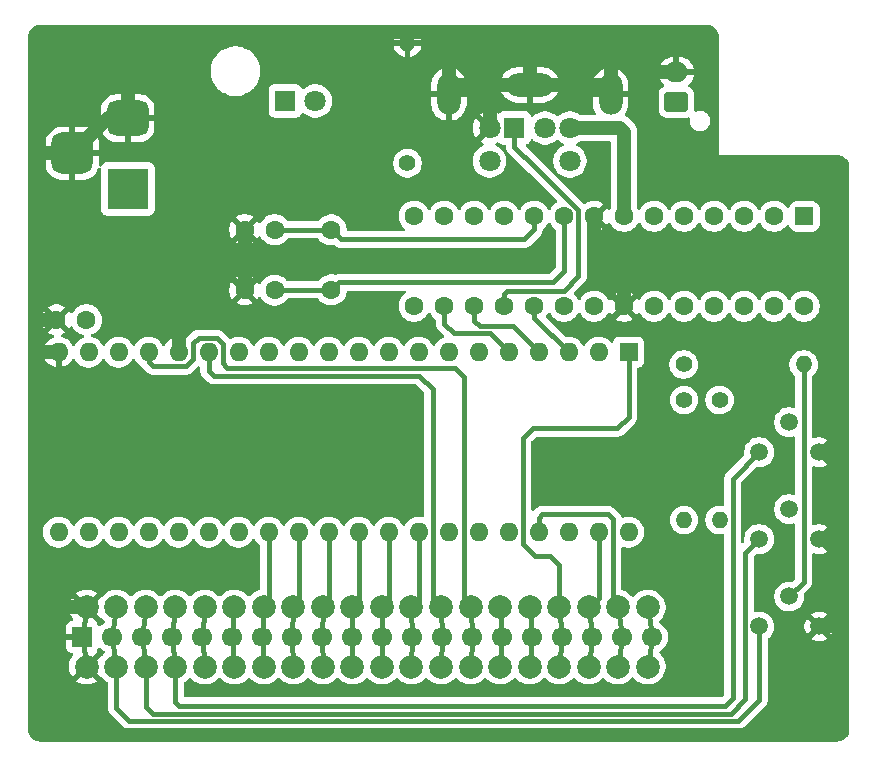
<source format=gbr>
%TF.GenerationSoftware,KiCad,Pcbnew,9.0.3*%
%TF.CreationDate,2025-11-18T23:41:28+00:00*%
%TF.ProjectId,EinsteinTC01PS2Mini,45696e73-7465-4696-9e54-433031505332,rev?*%
%TF.SameCoordinates,Original*%
%TF.FileFunction,Copper,L2,Bot*%
%TF.FilePolarity,Positive*%
%FSLAX46Y46*%
G04 Gerber Fmt 4.6, Leading zero omitted, Abs format (unit mm)*
G04 Created by KiCad (PCBNEW 9.0.3) date 2025-11-18 23:41:28*
%MOMM*%
%LPD*%
G01*
G04 APERTURE LIST*
G04 Aperture macros list*
%AMRoundRect*
0 Rectangle with rounded corners*
0 $1 Rounding radius*
0 $2 $3 $4 $5 $6 $7 $8 $9 X,Y pos of 4 corners*
0 Add a 4 corners polygon primitive as box body*
4,1,4,$2,$3,$4,$5,$6,$7,$8,$9,$2,$3,0*
0 Add four circle primitives for the rounded corners*
1,1,$1+$1,$2,$3*
1,1,$1+$1,$4,$5*
1,1,$1+$1,$6,$7*
1,1,$1+$1,$8,$9*
0 Add four rect primitives between the rounded corners*
20,1,$1+$1,$2,$3,$4,$5,0*
20,1,$1+$1,$4,$5,$6,$7,0*
20,1,$1+$1,$6,$7,$8,$9,0*
20,1,$1+$1,$8,$9,$2,$3,0*%
G04 Aperture macros list end*
%TA.AperFunction,ComponentPad*%
%ADD10C,2.000000*%
%TD*%
%TA.AperFunction,ComponentPad*%
%ADD11C,1.700000*%
%TD*%
%TA.AperFunction,ComponentPad*%
%ADD12R,1.700000X1.700000*%
%TD*%
%TA.AperFunction,ComponentPad*%
%ADD13C,1.600000*%
%TD*%
%TA.AperFunction,ComponentPad*%
%ADD14RoundRect,0.875000X-0.875000X0.875000X-0.875000X-0.875000X0.875000X-0.875000X0.875000X0.875000X0*%
%TD*%
%TA.AperFunction,ComponentPad*%
%ADD15RoundRect,0.750000X-1.000000X0.750000X-1.000000X-0.750000X1.000000X-0.750000X1.000000X0.750000X0*%
%TD*%
%TA.AperFunction,ComponentPad*%
%ADD16R,3.500000X3.500000*%
%TD*%
%TA.AperFunction,ComponentPad*%
%ADD17O,2.000000X3.500000*%
%TD*%
%TA.AperFunction,ComponentPad*%
%ADD18O,4.000000X2.000000*%
%TD*%
%TA.AperFunction,ComponentPad*%
%ADD19C,1.800000*%
%TD*%
%TA.AperFunction,ComponentPad*%
%ADD20R,1.800000X1.800000*%
%TD*%
%TA.AperFunction,ComponentPad*%
%ADD21O,1.400000X1.400000*%
%TD*%
%TA.AperFunction,ComponentPad*%
%ADD22C,1.400000*%
%TD*%
%TA.AperFunction,ComponentPad*%
%ADD23RoundRect,0.250000X-0.550000X0.550000X-0.550000X-0.550000X0.550000X-0.550000X0.550000X0.550000X0*%
%TD*%
%TA.AperFunction,ComponentPad*%
%ADD24RoundRect,0.250000X0.750000X-0.600000X0.750000X0.600000X-0.750000X0.600000X-0.750000X-0.600000X0*%
%TD*%
%TA.AperFunction,ComponentPad*%
%ADD25O,2.000000X1.700000*%
%TD*%
%TA.AperFunction,ComponentPad*%
%ADD26C,1.500000*%
%TD*%
%TA.AperFunction,ComponentPad*%
%ADD27R,1.600000X1.600000*%
%TD*%
%TA.AperFunction,ComponentPad*%
%ADD28O,1.600000X1.600000*%
%TD*%
%TA.AperFunction,Conductor*%
%ADD29C,0.400000*%
%TD*%
%TA.AperFunction,Conductor*%
%ADD30C,1.200000*%
%TD*%
G04 APERTURE END LIST*
D10*
%TO.P,KB1,20,Pin_20*%
%TO.N,Y0*%
X219530000Y-131600000D03*
D11*
X219890000Y-129100000D03*
D10*
X219530000Y-126600000D03*
%TO.P,KB1,19,Pin_19*%
%TO.N,Y1*%
X216990000Y-131600000D03*
D11*
X217350000Y-129100000D03*
D10*
X216990000Y-126600000D03*
%TO.P,KB1,18,Pin_18*%
%TO.N,Y2*%
X214530000Y-131600000D03*
D11*
X214810000Y-129100000D03*
D10*
X214530000Y-126600000D03*
%TO.P,KB1,17,Pin_17*%
%TO.N,Y3*%
X212030000Y-131600000D03*
D11*
X212270000Y-129100000D03*
D10*
X212030000Y-126600000D03*
%TO.P,KB1,16,Pin_16*%
%TO.N,Y4*%
X209530000Y-131600000D03*
D11*
X209730000Y-129100000D03*
D10*
X209530000Y-126600000D03*
%TO.P,KB1,15,Pin_15*%
%TO.N,Y5*%
X207030000Y-131600000D03*
D11*
X207190000Y-129100000D03*
D10*
X207030000Y-126600000D03*
%TO.P,KB1,14,Pin_14*%
%TO.N,Y6*%
X204530000Y-131600000D03*
D11*
X204650000Y-129100000D03*
D10*
X204530000Y-126600000D03*
%TO.P,KB1,13,Pin_13*%
%TO.N,Y7*%
X202030000Y-131600000D03*
D11*
X202110000Y-129100000D03*
D10*
X202030000Y-126600000D03*
%TO.P,KB1,12,Pin_12*%
%TO.N,X0*%
X199530000Y-131600000D03*
D11*
X199570000Y-129100000D03*
D10*
X199530000Y-126600000D03*
%TO.P,KB1,11,Pin_11*%
%TO.N,X1*%
X197030000Y-131600000D03*
D11*
X197030000Y-129100000D03*
D10*
X197030000Y-126600000D03*
%TO.P,KB1,10,Pin_10*%
%TO.N,X2*%
X194530000Y-131600000D03*
D11*
X194490000Y-129100000D03*
D10*
X194530000Y-126600000D03*
%TO.P,KB1,9,Pin_9*%
%TO.N,X3*%
X192030000Y-131600000D03*
D11*
X191950000Y-129100000D03*
D10*
X192030000Y-126600000D03*
%TO.P,KB1,8,Pin_8*%
%TO.N,X4*%
X189530000Y-131600000D03*
D11*
X189410000Y-129100000D03*
D10*
X189530000Y-126600000D03*
%TO.P,KB1,7,Pin_7*%
%TO.N,X5*%
X187030000Y-131600000D03*
D11*
X186870000Y-129100000D03*
D10*
X187030000Y-126600000D03*
%TO.P,KB1,6,Pin_6*%
%TO.N,X6*%
X184530000Y-131600000D03*
D11*
X184330000Y-129100000D03*
D10*
X184530000Y-126600000D03*
%TO.P,KB1,5,Pin_5*%
%TO.N,X7*%
X182030000Y-131600000D03*
D11*
X181790000Y-129100000D03*
D10*
X182030000Y-126600000D03*
%TO.P,KB1,4,Pin_4*%
%TO.N,~{GRPH}*%
X179530000Y-131600000D03*
D11*
X179250000Y-129100000D03*
D10*
X179530000Y-126600000D03*
%TO.P,KB1,3,Pin_3*%
%TO.N,~{SHIFT}*%
X177030000Y-131600000D03*
D11*
X176710000Y-129100000D03*
D10*
X177030000Y-126600000D03*
%TO.P,KB1,2,Pin_2*%
%TO.N,~{CTRL}*%
X174530000Y-131600000D03*
D11*
X174170000Y-129100000D03*
D10*
X174530000Y-126600000D03*
%TO.P,KB1,1,Pin_1*%
%TO.N,GND*%
X172030000Y-131600000D03*
D12*
X171630000Y-129100000D03*
D10*
X172030000Y-126600000D03*
%TD*%
D13*
%TO.P,C3,2*%
%TO.N,GND*%
X185400000Y-99730000D03*
%TO.P,C3,1*%
%TO.N,Net-(U3-PB6)*%
X187940000Y-99730000D03*
%TD*%
%TO.P,C4,2*%
%TO.N,GND*%
X185400000Y-94610000D03*
%TO.P,C4,1*%
%TO.N,Net-(U3-PB7)*%
X187940000Y-94610000D03*
%TD*%
%TO.P,X1,2,2*%
%TO.N,Net-(U3-PB7)*%
X192740000Y-94630000D03*
%TO.P,X1,1,1*%
%TO.N,Net-(U3-PB6)*%
X192740000Y-99710000D03*
%TD*%
D14*
%TO.P,J1,3*%
%TO.N,GND*%
X170820000Y-88160000D03*
D15*
%TO.P,J1,2*%
X175520000Y-85160000D03*
D16*
%TO.P,J1,1*%
%TO.N,+5V*%
X175520000Y-91160000D03*
%TD*%
D17*
%TO.P,J2,7,GND*%
%TO.N,GND*%
X202690000Y-83150000D03*
D18*
X209540000Y-82350000D03*
D17*
X216390000Y-83150000D03*
D19*
%TO.P,J2,6*%
%TO.N,unconnected-(J2-Pad6)*%
X212940000Y-88800000D03*
%TO.P,J2,5*%
%TO.N,PS2-CLK*%
X206140000Y-88800000D03*
%TO.P,J2,4*%
%TO.N,+5V*%
X212940000Y-86000000D03*
%TO.P,J2,3*%
%TO.N,GND*%
X206140000Y-86000000D03*
%TO.P,J2,2*%
%TO.N,unconnected-(J2-Pad2)*%
X210840000Y-86000000D03*
D20*
%TO.P,J2,1*%
%TO.N,PS2-DATA*%
X208240000Y-86000000D03*
%TD*%
D21*
%TO.P,R8,2*%
%TO.N,Net-(Q2-B)*%
X225620000Y-119195000D03*
D22*
%TO.P,R8,1*%
%TO.N,SHIFT*%
X225620000Y-109035000D03*
%TD*%
D23*
%TO.P,U3,1,PC6*%
%TO.N,unconnected-(U3-PC6-Pad1)*%
X232780000Y-93480000D03*
D13*
%TO.P,U3,2,PD0*%
%TO.N,unconnected-(U3-PD0-Pad2)*%
X230240000Y-93480000D03*
%TO.P,U3,3,PD1*%
%TO.N,unconnected-(U3-PD1-Pad3)*%
X227700000Y-93480000D03*
%TO.P,U3,4,PD2*%
%TO.N,MTDATA*%
X225160000Y-93480000D03*
%TO.P,U3,5,PD3*%
%TO.N,PS2-CLK*%
X222620000Y-93480000D03*
%TO.P,U3,6,PD4*%
%TO.N,MTSTROBE*%
X220080000Y-93480000D03*
%TO.P,U3,7,VCC*%
%TO.N,+5V*%
X217540000Y-93480000D03*
%TO.P,U3,8,GND*%
%TO.N,GND*%
X215000000Y-93480000D03*
%TO.P,U3,9,PB6*%
%TO.N,Net-(U3-PB6)*%
X212460000Y-93480000D03*
%TO.P,U3,10,PB7*%
%TO.N,Net-(U3-PB7)*%
X209920000Y-93480000D03*
%TO.P,U3,11,PD5*%
%TO.N,AY2*%
X207380000Y-93480000D03*
%TO.P,U3,12,PD6*%
%TO.N,AY1*%
X204840000Y-93480000D03*
%TO.P,U3,13,PD7*%
%TO.N,AY0*%
X202300000Y-93480000D03*
%TO.P,U3,14,PB0*%
%TO.N,AX2*%
X199760000Y-93480000D03*
%TO.P,U3,15,PB1*%
%TO.N,AX1*%
X199760000Y-101100000D03*
%TO.P,U3,16,PB2*%
%TO.N,AX0*%
X202300000Y-101100000D03*
%TO.P,U3,17,PB3*%
%TO.N,AX3*%
X204840000Y-101100000D03*
%TO.P,U3,18,PB4*%
%TO.N,PS2-DATA*%
X207380000Y-101100000D03*
%TO.P,U3,19,PB5*%
%TO.N,MTRESET*%
X209920000Y-101100000D03*
%TO.P,U3,20,AVCC*%
%TO.N,+5V*%
X212460000Y-101100000D03*
%TO.P,U3,21,AREF*%
%TO.N,Net-(U3-AREF)*%
X215000000Y-101100000D03*
%TO.P,U3,22,GND*%
%TO.N,GND*%
X217540000Y-101100000D03*
%TO.P,U3,23,PC0*%
%TO.N,SHIFT*%
X220080000Y-101100000D03*
%TO.P,U3,24,PC1*%
%TO.N,unconnected-(U3-PC1-Pad24)*%
X222620000Y-101100000D03*
%TO.P,U3,25,PC2*%
%TO.N,CTRL*%
X225160000Y-101100000D03*
%TO.P,U3,26,PC3*%
%TO.N,GRPH*%
X227700000Y-101100000D03*
%TO.P,U3,27,PC4*%
%TO.N,unconnected-(U3-PC4-Pad27)*%
X230240000Y-101100000D03*
%TO.P,U3,28,PC5*%
%TO.N,unconnected-(U3-PC5-Pad28)*%
X232780000Y-101100000D03*
%TD*%
D24*
%TO.P,J3,1,Pin_1*%
%TO.N,+5V*%
X221960000Y-83800000D03*
D25*
%TO.P,J3,2,Pin_2*%
%TO.N,GND*%
X221960000Y-81300000D03*
%TD*%
D13*
%TO.P,C1,1*%
%TO.N,+5V*%
X172010000Y-102240000D03*
%TO.P,C1,2*%
%TO.N,GND*%
X169470000Y-102240000D03*
%TD*%
D22*
%TO.P,R9,1*%
%TO.N,CTRL*%
X222580000Y-106025000D03*
D21*
%TO.P,R9,2*%
%TO.N,Net-(Q3-B)*%
X232740000Y-106025000D03*
%TD*%
D26*
%TO.P,Q3,1,C*%
%TO.N,~{CTRL}*%
X228970000Y-128205000D03*
%TO.P,Q3,2,B*%
%TO.N,Net-(Q3-B)*%
X231510000Y-125665000D03*
%TO.P,Q3,3,E*%
%TO.N,GND*%
X234050000Y-128205000D03*
%TD*%
%TO.P,Q2,1,C*%
%TO.N,~{SHIFT}*%
X228970000Y-120815000D03*
%TO.P,Q2,2,B*%
%TO.N,Net-(Q2-B)*%
X231510000Y-118275000D03*
%TO.P,Q2,3,E*%
%TO.N,GND*%
X234050000Y-120815000D03*
%TD*%
D20*
%TO.P,D2,1,K*%
%TO.N,Net-(D2-K)*%
X188850000Y-83710000D03*
D19*
%TO.P,D2,2,A*%
%TO.N,+5V*%
X191390000Y-83710000D03*
%TD*%
D22*
%TO.P,R3,1*%
%TO.N,Net-(D2-K)*%
X199190000Y-88990000D03*
D21*
%TO.P,R3,2*%
%TO.N,GND*%
X199190000Y-78830000D03*
%TD*%
D26*
%TO.P,Q4,1,C*%
%TO.N,~{GRPH}*%
X228970000Y-113455000D03*
%TO.P,Q4,2,B*%
%TO.N,Net-(Q4-B)*%
X231510000Y-110915000D03*
%TO.P,Q4,3,E*%
%TO.N,GND*%
X234050000Y-113455000D03*
%TD*%
D22*
%TO.P,R10,1*%
%TO.N,GRPH*%
X222610000Y-109035000D03*
D21*
%TO.P,R10,2*%
%TO.N,Net-(Q4-B)*%
X222610000Y-119195000D03*
%TD*%
D27*
%TO.P,U1,1,Y3*%
%TO.N,Y3*%
X217910000Y-104980000D03*
D28*
%TO.P,U1,2,AY2*%
%TO.N,AY2*%
X215370000Y-104980000D03*
%TO.P,U1,3,RESET*%
%TO.N,MTRESET*%
X212830000Y-104980000D03*
%TO.P,U1,4,AX3*%
%TO.N,AX3*%
X210290000Y-104980000D03*
%TO.P,U1,5,AX0*%
%TO.N,AX0*%
X207750000Y-104980000D03*
%TO.P,U1,6,X14*%
%TO.N,unconnected-(U1-X14-Pad6)*%
X205210000Y-104980000D03*
%TO.P,U1,7,X15*%
%TO.N,unconnected-(U1-X15-Pad7)*%
X202670000Y-104980000D03*
%TO.P,U1,8,X6*%
%TO.N,X6*%
X200130000Y-104980000D03*
%TO.P,U1,9,X7*%
%TO.N,X7*%
X197590000Y-104980000D03*
%TO.P,U1,10,X8*%
%TO.N,unconnected-(U1-X8-Pad10)*%
X195050000Y-104980000D03*
%TO.P,U1,11,X9*%
%TO.N,unconnected-(U1-X9-Pad11)*%
X192510000Y-104980000D03*
%TO.P,U1,12,X10*%
%TO.N,unconnected-(U1-X10-Pad12)*%
X189970000Y-104980000D03*
%TO.P,U1,13,X11*%
%TO.N,unconnected-(U1-X11-Pad13)*%
X187430000Y-104980000D03*
%TO.P,U1,14,N/C*%
%TO.N,unconnected-(U1-N{slash}C-Pad14)*%
X184890000Y-104980000D03*
%TO.P,U1,15,Y7*%
%TO.N,Y7*%
X182350000Y-104980000D03*
%TO.P,U1,16,VSS*%
%TO.N,GND*%
X179810000Y-104980000D03*
%TO.P,U1,17,Y6*%
%TO.N,Y6*%
X177270000Y-104980000D03*
%TO.P,U1,18,STROBE*%
%TO.N,MTSTROBE*%
X174730000Y-104980000D03*
%TO.P,U1,19,Y5*%
%TO.N,Y5*%
X172190000Y-104980000D03*
%TO.P,U1,20,VEE*%
%TO.N,GND*%
X169650000Y-104980000D03*
%TO.P,U1,21,Y4*%
%TO.N,Y4*%
X169650000Y-120220000D03*
%TO.P,U1,22,AX1*%
%TO.N,AX1*%
X172190000Y-120220000D03*
%TO.P,U1,23,AX2*%
%TO.N,AX2*%
X174730000Y-120220000D03*
%TO.P,U1,24,AY0*%
%TO.N,AY0*%
X177270000Y-120220000D03*
%TO.P,U1,25,AY1*%
%TO.N,AY1*%
X179810000Y-120220000D03*
%TO.P,U1,26,X13*%
%TO.N,unconnected-(U1-X13-Pad26)*%
X182350000Y-120220000D03*
%TO.P,U1,27,X12*%
%TO.N,unconnected-(U1-X12-Pad27)*%
X184890000Y-120220000D03*
%TO.P,U1,28,X5*%
%TO.N,X5*%
X187430000Y-120220000D03*
%TO.P,U1,29,X4*%
%TO.N,X4*%
X189970000Y-120220000D03*
%TO.P,U1,30,X3*%
%TO.N,X3*%
X192510000Y-120220000D03*
%TO.P,U1,31,X2*%
%TO.N,X2*%
X195050000Y-120220000D03*
%TO.P,U1,32,X1*%
%TO.N,X1*%
X197590000Y-120220000D03*
%TO.P,U1,33,X0*%
%TO.N,X0*%
X200130000Y-120220000D03*
%TO.P,U1,34,N/C*%
%TO.N,unconnected-(U1-N{slash}C-Pad34)*%
X202670000Y-120220000D03*
%TO.P,U1,35,Y0*%
%TO.N,Y0*%
X205210000Y-120220000D03*
%TO.P,U1,36,CS*%
%TO.N,+5V*%
X207750000Y-120220000D03*
%TO.P,U1,37,Y1*%
%TO.N,Y1*%
X210290000Y-120220000D03*
%TO.P,U1,38,DATA*%
%TO.N,MTDATA*%
X212830000Y-120220000D03*
%TO.P,U1,39,Y2*%
%TO.N,Y2*%
X215370000Y-120220000D03*
%TO.P,U1,40,VDD*%
%TO.N,+5V*%
X217910000Y-120220000D03*
%TD*%
D29*
%TO.N,Y7*%
X182350000Y-106560000D02*
X182350000Y-104980000D01*
X182770000Y-106980000D02*
X182350000Y-106560000D01*
X200200000Y-106980000D02*
X182770000Y-106980000D01*
X201331000Y-125901000D02*
X201331000Y-108111000D01*
X201331000Y-108111000D02*
X200200000Y-106980000D01*
X202030000Y-126600000D02*
X201331000Y-125901000D01*
%TO.N,Y6*%
X177270000Y-105790000D02*
X177270000Y-104980000D01*
X177670000Y-106190000D02*
X177270000Y-105790000D01*
X180440000Y-106190000D02*
X177670000Y-106190000D01*
X181060000Y-105570000D02*
X180440000Y-106190000D01*
X181060000Y-104220000D02*
X181060000Y-105570000D01*
X181501000Y-103779000D02*
X181060000Y-104220000D01*
X183551000Y-105901000D02*
X183551000Y-104281000D01*
X183950000Y-106300000D02*
X183551000Y-105901000D01*
X183551000Y-104281000D02*
X183049000Y-103779000D01*
X204009000Y-107099000D02*
X203210000Y-106300000D01*
X204009000Y-126079000D02*
X204009000Y-107099000D01*
X203210000Y-106300000D02*
X183950000Y-106300000D01*
X183049000Y-103779000D02*
X181501000Y-103779000D01*
X204530000Y-126600000D02*
X204009000Y-126079000D01*
D30*
%TO.N,GND*%
X235960000Y-99149000D02*
X236009000Y-99100000D01*
X217540000Y-99040000D02*
X217649000Y-99149000D01*
X236009000Y-99100000D02*
X236009000Y-89454682D01*
X217649000Y-99149000D02*
X235960000Y-99149000D01*
X217540000Y-99040000D02*
X217540000Y-101100000D01*
X215690000Y-97110000D02*
X217030000Y-97110000D01*
X217030000Y-97110000D02*
X217540000Y-97620000D01*
X215000000Y-96420000D02*
X215690000Y-97110000D01*
X215000000Y-93480000D02*
X215000000Y-96420000D01*
X217540000Y-97620000D02*
X217540000Y-99040000D01*
%TO.N,+5V*%
X217210000Y-86000000D02*
X212940000Y-86000000D01*
X217540000Y-86330000D02*
X217210000Y-86000000D01*
X217540000Y-93480000D02*
X217540000Y-86330000D01*
D29*
%TO.N,Net-(U3-PB6)*%
X187960000Y-99710000D02*
X187940000Y-99730000D01*
X192740000Y-99710000D02*
X187960000Y-99710000D01*
%TO.N,Net-(U3-PB7)*%
X193539999Y-95429999D02*
X192740000Y-94630000D01*
X209920000Y-94590000D02*
X209080001Y-95429999D01*
X209920000Y-93480000D02*
X209920000Y-94590000D01*
X209080001Y-95429999D02*
X193539999Y-95429999D01*
%TO.N,Net-(U3-PB6)*%
X212460000Y-98120000D02*
X211510000Y-99070000D01*
X193430000Y-99070000D02*
X192790000Y-99710000D01*
X192790000Y-99710000D02*
X192740000Y-99710000D01*
X212460000Y-93480000D02*
X212460000Y-98120000D01*
X211510000Y-99070000D02*
X193430000Y-99070000D01*
%TO.N,Net-(U3-PB7)*%
X187960000Y-94630000D02*
X187940000Y-94610000D01*
X192740000Y-94630000D02*
X187960000Y-94630000D01*
%TO.N,PS2-DATA*%
X207380000Y-100060000D02*
X207380000Y-101100000D01*
X207650000Y-99790000D02*
X207380000Y-100060000D01*
X212430000Y-99790000D02*
X207650000Y-99790000D01*
X213661000Y-98559000D02*
X212430000Y-99790000D01*
X213661000Y-92982529D02*
X213661000Y-98559000D01*
X209928471Y-89250000D02*
X213661000Y-92982529D01*
X209910000Y-89250000D02*
X209928471Y-89250000D01*
X208240000Y-87580000D02*
X209910000Y-89250000D01*
X208240000Y-86000000D02*
X208240000Y-87580000D01*
%TO.N,Net-(Q3-B)*%
X232740000Y-124435000D02*
X232740000Y-106025000D01*
X231510000Y-125665000D02*
X232740000Y-124435000D01*
%TO.N,PS2-DATA*%
X208240000Y-86000000D02*
X208581000Y-86341000D01*
%TO.N,MTRESET*%
X209920000Y-102070000D02*
X209920000Y-101100000D01*
X212830000Y-104980000D02*
X209920000Y-102070000D01*
%TO.N,AX3*%
X204840000Y-102340000D02*
X204840000Y-101100000D01*
X205299000Y-102799000D02*
X204840000Y-102340000D01*
X208109000Y-102799000D02*
X205299000Y-102799000D01*
X210290000Y-104980000D02*
X208109000Y-102799000D01*
%TO.N,AX0*%
X202300000Y-102590000D02*
X202300000Y-101100000D01*
X203110000Y-103400000D02*
X202300000Y-102590000D01*
X206170000Y-103400000D02*
X203110000Y-103400000D01*
X207750000Y-104980000D02*
X206170000Y-103400000D01*
%TO.N,~{SHIFT}*%
X227810000Y-121975000D02*
X228970000Y-120815000D01*
X227810000Y-134330000D02*
X227810000Y-121975000D01*
X177030000Y-135000000D02*
X177620000Y-135590000D01*
X177030000Y-131600000D02*
X177030000Y-135000000D01*
X177620000Y-135590000D02*
X226550000Y-135590000D01*
X226550000Y-135590000D02*
X227810000Y-134330000D01*
%TO.N,~{CTRL}*%
X228970000Y-134420000D02*
X228970000Y-128205000D01*
X175611000Y-136191000D02*
X227199000Y-136191000D01*
X227199000Y-136191000D02*
X228970000Y-134420000D01*
X174530000Y-135110000D02*
X175611000Y-136191000D01*
X174530000Y-131600000D02*
X174530000Y-135110000D01*
%TO.N,~{GRPH}*%
X226739000Y-115686000D02*
X228970000Y-113455000D01*
X226739000Y-134241000D02*
X226739000Y-115686000D01*
X179810000Y-134920000D02*
X226060000Y-134920000D01*
X179530000Y-134640000D02*
X179810000Y-134920000D01*
X226060000Y-134920000D02*
X226739000Y-134241000D01*
X179530000Y-131600000D02*
X179530000Y-134640000D01*
D30*
%TO.N,GND*%
X236000439Y-136990310D02*
X236009000Y-136785689D01*
X235929945Y-137160505D02*
X236000439Y-136990310D01*
X235810505Y-137279945D02*
X235929945Y-137160505D01*
X235640376Y-137350412D02*
X235810505Y-137279945D01*
X235434135Y-137359000D02*
X235640376Y-137350412D01*
X168233283Y-137359000D02*
X235434135Y-137359000D01*
X236009000Y-136785689D02*
X236009000Y-132240000D01*
X168029682Y-137350483D02*
X168233283Y-137359000D01*
X167859477Y-137279988D02*
X168029682Y-137350483D01*
X167740021Y-137160536D02*
X167859477Y-137279988D01*
X167669520Y-136990336D02*
X167740021Y-137160536D01*
X167661014Y-136787193D02*
X167669520Y-136990336D01*
X167661014Y-133557400D02*
X167661014Y-136787193D01*
X167670946Y-133547468D02*
X167661014Y-133557400D01*
X167670457Y-126540000D02*
X167670946Y-133547468D01*
X167730457Y-126600000D02*
X172030000Y-126600000D01*
X167670457Y-126540000D02*
X167730457Y-126600000D01*
X234050000Y-128205000D02*
X235874000Y-128205000D01*
X235874000Y-128205000D02*
X236009000Y-128340000D01*
X236009000Y-128340000D02*
X236009000Y-120780000D01*
X235974000Y-120815000D02*
X236009000Y-120780000D01*
X234050000Y-120815000D02*
X235974000Y-120815000D01*
X236009000Y-120780000D02*
X236009000Y-113530000D01*
X234050000Y-113455000D02*
X235934000Y-113455000D01*
X236009000Y-113530000D02*
X236009000Y-99100000D01*
X235934000Y-113455000D02*
X236009000Y-113530000D01*
X219720000Y-81300000D02*
X219650000Y-81370000D01*
X221960000Y-81300000D02*
X219720000Y-81300000D01*
X219650000Y-81370000D02*
X219650000Y-77861000D01*
X209540000Y-82350000D02*
X209540000Y-77881000D01*
X209540000Y-77881000D02*
X209560000Y-77861000D01*
X209560000Y-77861000D02*
X202760000Y-77861000D01*
X216390000Y-77871000D02*
X216380000Y-77861000D01*
X216390000Y-83150000D02*
X216390000Y-77871000D01*
X216380000Y-77861000D02*
X209560000Y-77861000D01*
X206140000Y-82450000D02*
X206040000Y-82350000D01*
X206040000Y-82350000D02*
X203490000Y-82350000D01*
X206140000Y-86000000D02*
X206140000Y-82450000D01*
X215590000Y-82350000D02*
X216390000Y-83150000D01*
X209540000Y-82350000D02*
X215590000Y-82350000D01*
X203490000Y-82350000D02*
X202690000Y-83150000D01*
X209540000Y-82350000D02*
X206040000Y-82350000D01*
X202690000Y-77931000D02*
X202760000Y-77861000D01*
X202690000Y-83150000D02*
X202690000Y-77931000D01*
X202760000Y-77861000D02*
X179720000Y-77861000D01*
X167668534Y-100729765D02*
X167668534Y-98999953D01*
X167668655Y-100729886D02*
X167668534Y-100729765D01*
X167667667Y-86570000D02*
X167667793Y-88380000D01*
X167667667Y-86570000D02*
X167668655Y-100729886D01*
X167668551Y-96459806D02*
X167668357Y-96460000D01*
X167667793Y-88380000D02*
X167668551Y-88380758D01*
X167668409Y-97210000D02*
X167668754Y-102140000D01*
X185400000Y-97150000D02*
X185400000Y-99730000D01*
X185400000Y-94610000D02*
X185400000Y-97150000D01*
X179810000Y-96600000D02*
X179810000Y-77951000D01*
X179810000Y-77951000D02*
X179720000Y-77861000D01*
X179810000Y-104980000D02*
X179810000Y-96600000D01*
X179720000Y-77861000D02*
X175370000Y-77861000D01*
X175520000Y-85160000D02*
X175520000Y-78011000D01*
X175370000Y-77861000D02*
X168240503Y-77861000D01*
X175520000Y-78011000D02*
X175370000Y-77861000D01*
X173820000Y-85160000D02*
X170820000Y-88160000D01*
X175520000Y-85160000D02*
X173820000Y-85160000D01*
X167887793Y-88160000D02*
X167667793Y-88380000D01*
X170820000Y-88160000D02*
X167887793Y-88160000D01*
X167768754Y-102240000D02*
X167668754Y-102140000D01*
X169470000Y-102240000D02*
X167768754Y-102240000D01*
X167668754Y-102140000D02*
X167669485Y-112609144D01*
X167667099Y-78434107D02*
X167667667Y-86570000D01*
X167746142Y-78059493D02*
X167675650Y-78229686D01*
X167865587Y-77940046D02*
X167746142Y-78059493D01*
X168035769Y-77869557D02*
X167865587Y-77940046D01*
X168240503Y-77861000D02*
X168035769Y-77869557D01*
X219650000Y-77861000D02*
X216380000Y-77861000D01*
X219650000Y-88360000D02*
X219650000Y-81370000D01*
X220179517Y-88889517D02*
X219650000Y-88360000D01*
X235640318Y-88889517D02*
X220179517Y-88889517D01*
X235810523Y-88960012D02*
X235640318Y-88889517D01*
X235929979Y-89079464D02*
X235810523Y-88960012D01*
X236000453Y-89249598D02*
X235929979Y-89079464D01*
X236009000Y-89454682D02*
X236000453Y-89249598D01*
X236009000Y-133546717D02*
X236009000Y-128340000D01*
X167675650Y-78229686D02*
X167667099Y-78434107D01*
X167668957Y-105049890D02*
X167670457Y-126540000D01*
X169650000Y-104980000D02*
X167738847Y-104980000D01*
X167738847Y-104980000D02*
X167668957Y-105049890D01*
D29*
%TO.N,X5*%
X187430000Y-126200000D02*
X187030000Y-126600000D01*
X187430000Y-120220000D02*
X187430000Y-126200000D01*
%TO.N,X4*%
X189970000Y-126160000D02*
X189530000Y-126600000D01*
X189970000Y-120220000D02*
X189970000Y-126160000D01*
%TO.N,X3*%
X192510000Y-126120000D02*
X192030000Y-126600000D01*
X192510000Y-120220000D02*
X192510000Y-126120000D01*
%TO.N,X2*%
X195050000Y-126080000D02*
X194530000Y-126600000D01*
X195050000Y-120220000D02*
X195050000Y-126080000D01*
%TO.N,X0*%
X200130000Y-120220000D02*
X200130000Y-126000000D01*
X200130000Y-126000000D02*
X199530000Y-126600000D01*
%TO.N,Y3*%
X217910000Y-110490000D02*
X217910000Y-104980000D01*
X216970000Y-111430000D02*
X217910000Y-110490000D01*
X208960000Y-112250000D02*
X209780000Y-111430000D01*
X208960000Y-121190000D02*
X208960000Y-112250000D01*
X209980000Y-122210000D02*
X208960000Y-121190000D01*
X211260000Y-122210000D02*
X209980000Y-122210000D01*
X212030000Y-122980000D02*
X211260000Y-122210000D01*
X209780000Y-111430000D02*
X216970000Y-111430000D01*
X212030000Y-126600000D02*
X212030000Y-122980000D01*
%TO.N,Y2*%
X215370000Y-125760000D02*
X214530000Y-126600000D01*
X215370000Y-120220000D02*
X215370000Y-125760000D01*
%TO.N,Y1*%
X210290000Y-118990000D02*
X210290000Y-120220000D01*
X210570000Y-118710000D02*
X210290000Y-118990000D01*
X216170000Y-118700000D02*
X210570000Y-118700000D01*
X210570000Y-118700000D02*
X210570000Y-118710000D01*
X216600000Y-119130000D02*
X216170000Y-118700000D01*
X216600000Y-126210000D02*
X216600000Y-119130000D01*
X216990000Y-126600000D02*
X216600000Y-126210000D01*
%TO.N,Y0*%
X219890000Y-129100000D02*
X219530000Y-131600000D01*
X219530000Y-126600000D02*
X219890000Y-129100000D01*
%TO.N,Y1*%
X217350000Y-129100000D02*
X216990000Y-131600000D01*
X217350000Y-129100000D02*
X216990000Y-126600000D01*
%TO.N,Y2*%
X214810000Y-129100000D02*
X214530000Y-131600000D01*
X214530000Y-126600000D02*
X214810000Y-129100000D01*
%TO.N,Y3*%
X212270000Y-129100000D02*
X212030000Y-131600000D01*
X212030000Y-126600000D02*
X212270000Y-129100000D01*
%TO.N,Y4*%
X209530000Y-126600000D02*
X209730000Y-129100000D01*
X209530000Y-131600000D02*
X209730000Y-129100000D01*
%TO.N,Y5*%
X207030000Y-131600000D02*
X207190000Y-129100000D01*
X207190000Y-129100000D02*
X207030000Y-126600000D01*
%TO.N,Y6*%
X204650000Y-129100000D02*
X204530000Y-131600000D01*
X204530000Y-126600000D02*
X204650000Y-129100000D01*
%TO.N,Y7*%
X202110000Y-129100000D02*
X202030000Y-131600000D01*
X202030000Y-126600000D02*
X202110000Y-129100000D01*
%TO.N,X0*%
X199570000Y-129100000D02*
X199530000Y-131600000D01*
X199530000Y-126600000D02*
X199570000Y-129100000D01*
%TO.N,X1*%
X197030000Y-129100000D02*
X197030000Y-131600000D01*
X197030000Y-126600000D02*
X197030000Y-129100000D01*
%TO.N,X2*%
X194490000Y-129100000D02*
X194530000Y-131600000D01*
X194530000Y-126600000D02*
X194490000Y-129100000D01*
%TO.N,X3*%
X191950000Y-129100000D02*
X192030000Y-131600000D01*
X192030000Y-126600000D02*
X191950000Y-129100000D01*
%TO.N,X4*%
X189410000Y-129100000D02*
X189530000Y-131600000D01*
X189530000Y-126600000D02*
X189410000Y-129100000D01*
%TO.N,X5*%
X186870000Y-129100000D02*
X187030000Y-131600000D01*
X187030000Y-126600000D02*
X186870000Y-129100000D01*
%TO.N,X6*%
X184330000Y-129100000D02*
X184530000Y-131600000D01*
X184530000Y-126600000D02*
X184330000Y-129100000D01*
%TO.N,X7*%
X181790000Y-129100000D02*
X182030000Y-131600000D01*
X182030000Y-126600000D02*
X181790000Y-129100000D01*
%TO.N,~{GRPH}*%
X179250000Y-129100000D02*
X179530000Y-131600000D01*
X179530000Y-126600000D02*
X179250000Y-129100000D01*
%TO.N,~{SHIFT}*%
X176710000Y-129100000D02*
X177030000Y-126600000D01*
X177030000Y-131600000D02*
X176710000Y-129100000D01*
%TO.N,~{CTRL}*%
X174170000Y-129100000D02*
X174530000Y-131600000D01*
X174530000Y-126600000D02*
X174170000Y-129100000D01*
%TO.N,GND*%
X171630000Y-129100000D02*
X172030000Y-126600000D01*
X172030000Y-131600000D02*
X171630000Y-129100000D01*
%TO.N,X1*%
X197590000Y-120220000D02*
X197590000Y-126040000D01*
X197590000Y-126040000D02*
X197030000Y-126600000D01*
D30*
%TO.N,GND*%
X185400000Y-97150000D02*
X167728409Y-97150000D01*
%TD*%
%TA.AperFunction,Conductor*%
%TO.N,GND*%
G36*
X173115338Y-129996826D02*
G01*
X173144956Y-130003269D01*
X173150438Y-130007372D01*
X173153224Y-130008210D01*
X173156195Y-130011682D01*
X173173211Y-130024421D01*
X173284996Y-130136206D01*
X173457991Y-130261894D01*
X173489273Y-130277832D01*
X173540068Y-130325805D01*
X173556864Y-130393625D01*
X173534328Y-130459761D01*
X173520660Y-130475998D01*
X173379378Y-130617280D01*
X173335260Y-130678003D01*
X173279930Y-130720668D01*
X173259936Y-130723615D01*
X172594612Y-131388940D01*
X172589111Y-131368409D01*
X172510119Y-131231592D01*
X172398408Y-131119881D01*
X172261591Y-131040889D01*
X172241057Y-131035387D01*
X172899105Y-130377340D01*
X172897723Y-130359783D01*
X172884082Y-130342094D01*
X172878102Y-130272481D01*
X172887165Y-130244886D01*
X172973062Y-130059883D01*
X172993058Y-130037096D01*
X173011219Y-130012836D01*
X173015870Y-130011101D01*
X173019147Y-130007367D01*
X173048292Y-129999007D01*
X173076683Y-129988418D01*
X173081534Y-129989473D01*
X173086309Y-129988104D01*
X173115338Y-129996826D01*
G37*
%TD.AperFunction*%
%TA.AperFunction,Conductor*%
G36*
X173262689Y-127479136D02*
G01*
X173293587Y-127485626D01*
X173335260Y-127521997D01*
X173379374Y-127582715D01*
X173379378Y-127582720D01*
X173520659Y-127724001D01*
X173554144Y-127785324D01*
X173549160Y-127855016D01*
X173507288Y-127910949D01*
X173489273Y-127922167D01*
X173457990Y-127938106D01*
X173284997Y-128063793D01*
X173173211Y-128175579D01*
X173146599Y-128190109D01*
X173121211Y-128206652D01*
X173116246Y-128206683D01*
X173111888Y-128209063D01*
X173081650Y-128206900D01*
X173051343Y-128207091D01*
X173047149Y-128204433D01*
X173042196Y-128204079D01*
X173017930Y-128185913D01*
X172992329Y-128169687D01*
X172989151Y-128164369D01*
X172986263Y-128162207D01*
X172973061Y-128140116D01*
X172887164Y-127955112D01*
X172883818Y-127932838D01*
X172875949Y-127911739D01*
X172878730Y-127898954D01*
X172876787Y-127886017D01*
X172886013Y-127865473D01*
X172890801Y-127843466D01*
X172898122Y-127835137D01*
X172899105Y-127822658D01*
X172241058Y-127164612D01*
X172261591Y-127159111D01*
X172398408Y-127080119D01*
X172510119Y-126968408D01*
X172589111Y-126831591D01*
X172594612Y-126811058D01*
X173262689Y-127479136D01*
G37*
%TD.AperFunction*%
%TA.AperFunction,Conductor*%
G36*
X170549474Y-102965922D02*
G01*
X170549474Y-102965921D01*
X170581861Y-102921347D01*
X170581861Y-102921346D01*
X170624745Y-102837181D01*
X170672718Y-102786385D01*
X170740539Y-102769589D01*
X170806674Y-102792126D01*
X170845715Y-102837180D01*
X170890768Y-102925601D01*
X170890873Y-102925806D01*
X171011926Y-103092423D01*
X171011930Y-103092428D01*
X171157571Y-103238069D01*
X171157576Y-103238073D01*
X171269616Y-103319474D01*
X171324197Y-103359129D01*
X171441128Y-103418709D01*
X171507705Y-103452632D01*
X171507707Y-103452632D01*
X171507710Y-103452634D01*
X171541211Y-103463519D01*
X171703591Y-103516280D01*
X171708320Y-103517415D01*
X171707993Y-103518774D01*
X171765431Y-103546003D01*
X171802362Y-103605314D01*
X171801366Y-103675177D01*
X171762756Y-103733410D01*
X171721219Y-103756477D01*
X171707688Y-103760874D01*
X171687705Y-103767367D01*
X171504193Y-103860873D01*
X171337576Y-103981926D01*
X171337571Y-103981930D01*
X171191930Y-104127571D01*
X171191926Y-104127576D01*
X171070871Y-104294195D01*
X171025714Y-104382820D01*
X170977740Y-104433615D01*
X170909918Y-104450410D01*
X170843784Y-104427872D01*
X170804745Y-104382818D01*
X170761861Y-104298652D01*
X170641582Y-104133105D01*
X170641582Y-104133104D01*
X170496895Y-103988417D01*
X170331349Y-103868140D01*
X170149031Y-103775244D01*
X169954418Y-103712010D01*
X169921405Y-103706781D01*
X169858270Y-103676851D01*
X169821340Y-103617539D01*
X169822338Y-103547676D01*
X169860949Y-103489444D01*
X169902486Y-103466377D01*
X169969029Y-103444755D01*
X170151349Y-103351859D01*
X170195921Y-103319474D01*
X169516447Y-102640000D01*
X169522661Y-102640000D01*
X169624394Y-102612741D01*
X169715606Y-102560080D01*
X169790080Y-102485606D01*
X169842741Y-102394394D01*
X169870000Y-102292661D01*
X169870000Y-102286448D01*
X170549474Y-102965922D01*
G37*
%TD.AperFunction*%
%TA.AperFunction,Conductor*%
G36*
X209808655Y-86967677D02*
G01*
X209836909Y-86988828D01*
X209922424Y-87074343D01*
X210101785Y-87204657D01*
X210156430Y-87232500D01*
X210299319Y-87305306D01*
X210299321Y-87305306D01*
X210299324Y-87305308D01*
X210510176Y-87373818D01*
X210729149Y-87408500D01*
X210729150Y-87408500D01*
X210950850Y-87408500D01*
X210950851Y-87408500D01*
X211169824Y-87373818D01*
X211380676Y-87305308D01*
X211578215Y-87204657D01*
X211757576Y-87074343D01*
X211802319Y-87029600D01*
X211863642Y-86996115D01*
X211933334Y-87001099D01*
X211977681Y-87029600D01*
X212022424Y-87074343D01*
X212201785Y-87204657D01*
X212267933Y-87238361D01*
X212368328Y-87289515D01*
X212419124Y-87337490D01*
X212435919Y-87405311D01*
X212413382Y-87471446D01*
X212368328Y-87510485D01*
X212201784Y-87595343D01*
X212022421Y-87725659D01*
X211865659Y-87882421D01*
X211865659Y-87882422D01*
X211865657Y-87882424D01*
X211809692Y-87959452D01*
X211735343Y-88061784D01*
X211634693Y-88259319D01*
X211566182Y-88470175D01*
X211531500Y-88689149D01*
X211531500Y-88910850D01*
X211566182Y-89129824D01*
X211634693Y-89340680D01*
X211735343Y-89538215D01*
X211865657Y-89717576D01*
X212022424Y-89874343D01*
X212201785Y-90004657D01*
X212238965Y-90023601D01*
X212399319Y-90105306D01*
X212399321Y-90105306D01*
X212399324Y-90105308D01*
X212610176Y-90173818D01*
X212829149Y-90208500D01*
X212829150Y-90208500D01*
X213050850Y-90208500D01*
X213050851Y-90208500D01*
X213269824Y-90173818D01*
X213480676Y-90105308D01*
X213678215Y-90004657D01*
X213857576Y-89874343D01*
X214014343Y-89717576D01*
X214144657Y-89538215D01*
X214245308Y-89340676D01*
X214313818Y-89129824D01*
X214348500Y-88910851D01*
X214348500Y-88689149D01*
X214313818Y-88470176D01*
X214245308Y-88259324D01*
X214245306Y-88259321D01*
X214245306Y-88259319D01*
X214153661Y-88079457D01*
X214144657Y-88061785D01*
X214014343Y-87882424D01*
X213857576Y-87725657D01*
X213678215Y-87595343D01*
X213511670Y-87510484D01*
X213460875Y-87462511D01*
X213444080Y-87394690D01*
X213466617Y-87328555D01*
X213511670Y-87289515D01*
X213678215Y-87204657D01*
X213739681Y-87159999D01*
X213777969Y-87132182D01*
X213843775Y-87108702D01*
X213850854Y-87108500D01*
X216307500Y-87108500D01*
X216374539Y-87128185D01*
X216420294Y-87180989D01*
X216431500Y-87232500D01*
X216431500Y-92743566D01*
X216428377Y-92756570D01*
X216429369Y-92766454D01*
X216417984Y-92799862D01*
X216375714Y-92882820D01*
X216327740Y-92933615D01*
X216259919Y-92950410D01*
X216193784Y-92927872D01*
X216154745Y-92882818D01*
X216111861Y-92798652D01*
X216079474Y-92754077D01*
X216079474Y-92754076D01*
X215400000Y-93433551D01*
X215400000Y-93427339D01*
X215372741Y-93325606D01*
X215320080Y-93234394D01*
X215245606Y-93159920D01*
X215154394Y-93107259D01*
X215052661Y-93080000D01*
X215046446Y-93080000D01*
X215725922Y-92400524D01*
X215725921Y-92400523D01*
X215681359Y-92368147D01*
X215681350Y-92368141D01*
X215499031Y-92275244D01*
X215304417Y-92212009D01*
X215102317Y-92180000D01*
X214897683Y-92180000D01*
X214695582Y-92212009D01*
X214500968Y-92275244D01*
X214318647Y-92368142D01*
X214247908Y-92419537D01*
X214182102Y-92443017D01*
X214114048Y-92427191D01*
X214087342Y-92406900D01*
X210380117Y-88699674D01*
X210380113Y-88699671D01*
X210334597Y-88669258D01*
X210315807Y-88653837D01*
X209250716Y-87588745D01*
X209217231Y-87527422D01*
X209222215Y-87457730D01*
X209264087Y-87401797D01*
X209295056Y-87384885D01*
X209386204Y-87350889D01*
X209503261Y-87263261D01*
X209590889Y-87146204D01*
X209633048Y-87033172D01*
X209674918Y-86977242D01*
X209740382Y-86952825D01*
X209808655Y-86967677D01*
G37*
%TD.AperFunction*%
%TA.AperFunction,Conductor*%
G36*
X224525394Y-77260971D02*
G01*
X224689710Y-77275347D01*
X224710987Y-77279100D01*
X224865062Y-77320385D01*
X224885359Y-77327772D01*
X225029930Y-77395188D01*
X225048647Y-77405995D01*
X225179303Y-77497484D01*
X225195861Y-77511378D01*
X225308646Y-77624167D01*
X225322540Y-77640726D01*
X225414025Y-77771387D01*
X225424832Y-77790107D01*
X225492236Y-77934666D01*
X225499628Y-77954977D01*
X225540906Y-78109047D01*
X225544659Y-78130334D01*
X225559029Y-78294654D01*
X225559500Y-78305457D01*
X225559500Y-88199992D01*
X225574799Y-88236928D01*
X225574800Y-88236929D01*
X225603071Y-88265200D01*
X225640009Y-88280500D01*
X225679991Y-88280500D01*
X235565046Y-88280500D01*
X235575848Y-88280971D01*
X235588264Y-88282056D01*
X235739681Y-88295298D01*
X235760951Y-88299048D01*
X235915042Y-88340331D01*
X235935344Y-88347720D01*
X236079924Y-88415133D01*
X236098634Y-88425936D01*
X236229303Y-88517427D01*
X236245852Y-88531312D01*
X236358654Y-88644109D01*
X236372548Y-88660667D01*
X236464041Y-88791328D01*
X236474849Y-88810047D01*
X236542264Y-88954615D01*
X236549657Y-88974927D01*
X236590942Y-89129004D01*
X236594695Y-89150290D01*
X236609028Y-89314102D01*
X236609500Y-89324910D01*
X236609500Y-136878591D01*
X236609499Y-136898903D01*
X236609499Y-136914542D01*
X236609028Y-136925348D01*
X236594658Y-137089668D01*
X236590904Y-137110956D01*
X236549623Y-137265032D01*
X236542231Y-137285344D01*
X236474824Y-137429906D01*
X236464016Y-137448626D01*
X236372527Y-137579288D01*
X236358633Y-137595846D01*
X236245846Y-137708633D01*
X236229288Y-137722527D01*
X236098626Y-137814016D01*
X236079906Y-137824824D01*
X235935344Y-137892231D01*
X235915032Y-137899623D01*
X235760956Y-137940904D01*
X235739668Y-137944658D01*
X235575348Y-137959028D01*
X235564548Y-137959499D01*
X235552245Y-137959499D01*
X235543031Y-137959499D01*
X235543029Y-137959499D01*
X235528592Y-137959500D01*
X235528591Y-137959499D01*
X235528589Y-137959500D01*
X168104954Y-137959500D01*
X168094151Y-137959029D01*
X167930326Y-137944702D01*
X167909039Y-137940949D01*
X167754962Y-137899669D01*
X167734651Y-137892277D01*
X167590080Y-137824868D01*
X167571360Y-137814060D01*
X167440697Y-137722573D01*
X167424146Y-137708686D01*
X167311343Y-137595888D01*
X167297451Y-137579332D01*
X167297420Y-137579288D01*
X167205958Y-137448671D01*
X167195150Y-137429952D01*
X167179418Y-137396215D01*
X167127733Y-137285380D01*
X167120344Y-137265078D01*
X167079056Y-137110994D01*
X167075304Y-137089709D01*
X167060971Y-136925891D01*
X167060500Y-136915095D01*
X167064113Y-102137682D01*
X168170000Y-102137682D01*
X168170000Y-102342317D01*
X168202009Y-102544417D01*
X168265244Y-102739031D01*
X168358141Y-102921350D01*
X168358147Y-102921359D01*
X168390523Y-102965921D01*
X168390524Y-102965922D01*
X169070000Y-102286446D01*
X169070000Y-102292661D01*
X169097259Y-102394394D01*
X169149920Y-102485606D01*
X169224394Y-102560080D01*
X169315606Y-102612741D01*
X169417339Y-102640000D01*
X169423553Y-102640000D01*
X168744076Y-103319474D01*
X168788650Y-103351859D01*
X168970968Y-103444755D01*
X169165576Y-103507988D01*
X169198592Y-103513217D01*
X169261727Y-103543146D01*
X169298658Y-103602457D01*
X169297662Y-103672320D01*
X169259052Y-103730553D01*
X169217515Y-103753621D01*
X169150972Y-103775242D01*
X168968650Y-103868140D01*
X168803105Y-103988417D01*
X168803104Y-103988417D01*
X168658417Y-104133104D01*
X168658417Y-104133105D01*
X168538140Y-104298650D01*
X168445244Y-104480970D01*
X168382009Y-104675586D01*
X168373391Y-104730000D01*
X169334314Y-104730000D01*
X169329920Y-104734394D01*
X169277259Y-104825606D01*
X169250000Y-104927339D01*
X169250000Y-105032661D01*
X169277259Y-105134394D01*
X169329920Y-105225606D01*
X169334314Y-105230000D01*
X168373391Y-105230000D01*
X168382009Y-105284413D01*
X168445244Y-105479029D01*
X168538140Y-105661349D01*
X168658417Y-105826894D01*
X168658417Y-105826895D01*
X168803104Y-105971582D01*
X168968650Y-106091859D01*
X169150968Y-106184754D01*
X169345578Y-106247988D01*
X169400000Y-106256607D01*
X169400000Y-105295686D01*
X169404394Y-105300080D01*
X169495606Y-105352741D01*
X169597339Y-105380000D01*
X169702661Y-105380000D01*
X169804394Y-105352741D01*
X169895606Y-105300080D01*
X169900000Y-105295686D01*
X169900000Y-106256606D01*
X169954421Y-106247988D01*
X170149031Y-106184754D01*
X170331349Y-106091859D01*
X170496894Y-105971582D01*
X170496895Y-105971582D01*
X170641582Y-105826895D01*
X170641582Y-105826894D01*
X170761861Y-105661347D01*
X170804745Y-105577181D01*
X170852718Y-105526385D01*
X170920539Y-105509589D01*
X170986674Y-105532126D01*
X171025715Y-105577180D01*
X171070873Y-105665806D01*
X171191926Y-105832423D01*
X171191930Y-105832428D01*
X171337571Y-105978069D01*
X171337576Y-105978073D01*
X171481499Y-106082638D01*
X171504197Y-106099129D01*
X171590809Y-106143260D01*
X171687705Y-106192632D01*
X171687707Y-106192632D01*
X171687710Y-106192634D01*
X171758146Y-106215520D01*
X171883591Y-106256280D01*
X171985305Y-106272390D01*
X172087019Y-106288500D01*
X172087020Y-106288500D01*
X172292980Y-106288500D01*
X172292981Y-106288500D01*
X172496408Y-106256280D01*
X172692290Y-106192634D01*
X172875803Y-106099129D01*
X173042430Y-105978068D01*
X173188068Y-105832430D01*
X173309129Y-105665803D01*
X173349515Y-105586540D01*
X173397490Y-105535745D01*
X173465311Y-105518950D01*
X173531446Y-105541487D01*
X173570485Y-105586541D01*
X173610873Y-105665806D01*
X173731926Y-105832423D01*
X173731930Y-105832428D01*
X173877571Y-105978069D01*
X173877576Y-105978073D01*
X174021499Y-106082638D01*
X174044197Y-106099129D01*
X174130809Y-106143260D01*
X174227705Y-106192632D01*
X174227707Y-106192632D01*
X174227710Y-106192634D01*
X174298146Y-106215520D01*
X174423591Y-106256280D01*
X174525305Y-106272390D01*
X174627019Y-106288500D01*
X174627020Y-106288500D01*
X174832980Y-106288500D01*
X174832981Y-106288500D01*
X175036408Y-106256280D01*
X175232290Y-106192634D01*
X175415803Y-106099129D01*
X175582430Y-105978068D01*
X175728068Y-105832430D01*
X175849129Y-105665803D01*
X175889515Y-105586540D01*
X175937490Y-105535745D01*
X176005311Y-105518950D01*
X176071446Y-105541487D01*
X176110485Y-105586541D01*
X176150873Y-105665806D01*
X176271926Y-105832423D01*
X176271930Y-105832428D01*
X176417571Y-105978069D01*
X176417576Y-105978073D01*
X176561499Y-106082638D01*
X176584197Y-106099129D01*
X176616392Y-106115533D01*
X176663199Y-106157126D01*
X176719671Y-106241642D01*
X176719674Y-106241646D01*
X177218349Y-106740320D01*
X177218352Y-106740322D01*
X177218357Y-106740327D01*
X177267925Y-106773448D01*
X177334394Y-106817863D01*
X177334399Y-106817865D01*
X177387804Y-106839985D01*
X177387806Y-106839986D01*
X177387807Y-106839986D01*
X177463338Y-106871273D01*
X177585635Y-106895599D01*
X177600214Y-106898499D01*
X177600218Y-106898500D01*
X177600219Y-106898500D01*
X180509783Y-106898500D01*
X180524366Y-106895599D01*
X180585192Y-106883500D01*
X180646662Y-106871273D01*
X180684427Y-106855630D01*
X180775601Y-106817865D01*
X180891643Y-106740328D01*
X181429820Y-106202149D01*
X181491142Y-106168665D01*
X181560833Y-106173649D01*
X181616767Y-106215520D01*
X181641184Y-106280985D01*
X181641500Y-106289831D01*
X181641500Y-106490218D01*
X181641500Y-106629782D01*
X181643859Y-106641642D01*
X181668725Y-106766658D01*
X181668728Y-106766666D01*
X181678319Y-106789822D01*
X181684369Y-106804427D01*
X181705578Y-106855630D01*
X181722134Y-106895599D01*
X181722136Y-106895603D01*
X181799668Y-107011638D01*
X181799674Y-107011646D01*
X182318354Y-107530325D01*
X182318358Y-107530328D01*
X182434400Y-107607865D01*
X182509930Y-107639150D01*
X182563338Y-107661273D01*
X182700214Y-107688499D01*
X182700218Y-107688500D01*
X182700219Y-107688500D01*
X199855167Y-107688500D01*
X199922206Y-107708185D01*
X199942848Y-107724819D01*
X200586181Y-108368151D01*
X200619666Y-108429474D01*
X200622500Y-108455832D01*
X200622500Y-118833513D01*
X200602815Y-118900552D01*
X200550011Y-118946307D01*
X200480853Y-118956251D01*
X200460182Y-118951444D01*
X200436410Y-118943720D01*
X200300790Y-118922240D01*
X200232981Y-118911500D01*
X200027019Y-118911500D01*
X200002550Y-118915375D01*
X199823591Y-118943719D01*
X199627705Y-119007367D01*
X199444193Y-119100873D01*
X199277576Y-119221926D01*
X199277571Y-119221930D01*
X199131930Y-119367571D01*
X199131926Y-119367576D01*
X199010871Y-119534195D01*
X198970484Y-119613459D01*
X198922510Y-119664254D01*
X198854689Y-119681049D01*
X198788554Y-119658511D01*
X198749516Y-119613459D01*
X198709128Y-119534195D01*
X198588073Y-119367576D01*
X198588069Y-119367571D01*
X198442428Y-119221930D01*
X198442423Y-119221926D01*
X198275806Y-119100873D01*
X198275805Y-119100872D01*
X198275803Y-119100871D01*
X198191916Y-119058128D01*
X198092294Y-119007367D01*
X197896408Y-118943719D01*
X197720794Y-118915905D01*
X197692981Y-118911500D01*
X197487019Y-118911500D01*
X197462550Y-118915375D01*
X197283591Y-118943719D01*
X197087705Y-119007367D01*
X196904193Y-119100873D01*
X196737576Y-119221926D01*
X196737571Y-119221930D01*
X196591930Y-119367571D01*
X196591926Y-119367576D01*
X196470871Y-119534195D01*
X196430484Y-119613459D01*
X196382510Y-119664254D01*
X196314689Y-119681049D01*
X196248554Y-119658511D01*
X196209516Y-119613459D01*
X196169128Y-119534195D01*
X196048073Y-119367576D01*
X196048069Y-119367571D01*
X195902428Y-119221930D01*
X195902423Y-119221926D01*
X195735806Y-119100873D01*
X195735805Y-119100872D01*
X195735803Y-119100871D01*
X195651916Y-119058128D01*
X195552294Y-119007367D01*
X195356408Y-118943719D01*
X195180794Y-118915905D01*
X195152981Y-118911500D01*
X194947019Y-118911500D01*
X194922550Y-118915375D01*
X194743591Y-118943719D01*
X194547705Y-119007367D01*
X194364193Y-119100873D01*
X194197576Y-119221926D01*
X194197571Y-119221930D01*
X194051930Y-119367571D01*
X194051926Y-119367576D01*
X193930871Y-119534195D01*
X193890484Y-119613459D01*
X193842510Y-119664254D01*
X193774689Y-119681049D01*
X193708554Y-119658511D01*
X193669516Y-119613459D01*
X193629128Y-119534195D01*
X193508073Y-119367576D01*
X193508069Y-119367571D01*
X193362428Y-119221930D01*
X193362423Y-119221926D01*
X193195806Y-119100873D01*
X193195805Y-119100872D01*
X193195803Y-119100871D01*
X193111916Y-119058128D01*
X193012294Y-119007367D01*
X192816408Y-118943719D01*
X192640794Y-118915905D01*
X192612981Y-118911500D01*
X192407019Y-118911500D01*
X192382550Y-118915375D01*
X192203591Y-118943719D01*
X192007705Y-119007367D01*
X191824193Y-119100873D01*
X191657576Y-119221926D01*
X191657571Y-119221930D01*
X191511930Y-119367571D01*
X191511926Y-119367576D01*
X191390871Y-119534195D01*
X191350484Y-119613459D01*
X191302510Y-119664254D01*
X191234689Y-119681049D01*
X191168554Y-119658511D01*
X191129516Y-119613459D01*
X191089128Y-119534195D01*
X190968073Y-119367576D01*
X190968069Y-119367571D01*
X190822428Y-119221930D01*
X190822423Y-119221926D01*
X190655806Y-119100873D01*
X190655805Y-119100872D01*
X190655803Y-119100871D01*
X190571916Y-119058128D01*
X190472294Y-119007367D01*
X190276408Y-118943719D01*
X190100794Y-118915905D01*
X190072981Y-118911500D01*
X189867019Y-118911500D01*
X189842550Y-118915375D01*
X189663591Y-118943719D01*
X189467705Y-119007367D01*
X189284193Y-119100873D01*
X189117576Y-119221926D01*
X189117571Y-119221930D01*
X188971930Y-119367571D01*
X188971926Y-119367576D01*
X188850871Y-119534195D01*
X188810484Y-119613459D01*
X188762510Y-119664254D01*
X188694689Y-119681049D01*
X188628554Y-119658511D01*
X188589516Y-119613459D01*
X188549128Y-119534195D01*
X188428073Y-119367576D01*
X188428069Y-119367571D01*
X188282428Y-119221930D01*
X188282423Y-119221926D01*
X188115806Y-119100873D01*
X188115805Y-119100872D01*
X188115803Y-119100871D01*
X188031916Y-119058128D01*
X187932294Y-119007367D01*
X187736408Y-118943719D01*
X187560794Y-118915905D01*
X187532981Y-118911500D01*
X187327019Y-118911500D01*
X187302550Y-118915375D01*
X187123591Y-118943719D01*
X186927705Y-119007367D01*
X186744193Y-119100873D01*
X186577576Y-119221926D01*
X186577571Y-119221930D01*
X186431930Y-119367571D01*
X186431926Y-119367576D01*
X186310871Y-119534195D01*
X186270484Y-119613459D01*
X186222510Y-119664254D01*
X186154689Y-119681049D01*
X186088554Y-119658511D01*
X186049516Y-119613459D01*
X186009128Y-119534195D01*
X185888073Y-119367576D01*
X185888069Y-119367571D01*
X185742428Y-119221930D01*
X185742423Y-119221926D01*
X185575806Y-119100873D01*
X185575805Y-119100872D01*
X185575803Y-119100871D01*
X185491916Y-119058128D01*
X185392294Y-119007367D01*
X185196408Y-118943719D01*
X185020794Y-118915905D01*
X184992981Y-118911500D01*
X184787019Y-118911500D01*
X184762550Y-118915375D01*
X184583591Y-118943719D01*
X184387705Y-119007367D01*
X184204193Y-119100873D01*
X184037576Y-119221926D01*
X184037571Y-119221930D01*
X183891930Y-119367571D01*
X183891926Y-119367576D01*
X183770871Y-119534195D01*
X183730484Y-119613459D01*
X183682510Y-119664254D01*
X183614689Y-119681049D01*
X183548554Y-119658511D01*
X183509516Y-119613459D01*
X183469128Y-119534195D01*
X183348073Y-119367576D01*
X183348069Y-119367571D01*
X183202428Y-119221930D01*
X183202423Y-119221926D01*
X183035806Y-119100873D01*
X183035805Y-119100872D01*
X183035803Y-119100871D01*
X182951916Y-119058128D01*
X182852294Y-119007367D01*
X182656408Y-118943719D01*
X182480794Y-118915905D01*
X182452981Y-118911500D01*
X182247019Y-118911500D01*
X182222550Y-118915375D01*
X182043591Y-118943719D01*
X181847705Y-119007367D01*
X181664193Y-119100873D01*
X181497576Y-119221926D01*
X181497571Y-119221930D01*
X181351930Y-119367571D01*
X181351926Y-119367576D01*
X181230871Y-119534195D01*
X181190484Y-119613459D01*
X181142510Y-119664254D01*
X181074689Y-119681049D01*
X181008554Y-119658511D01*
X180969516Y-119613459D01*
X180929128Y-119534195D01*
X180808073Y-119367576D01*
X180808069Y-119367571D01*
X180662428Y-119221930D01*
X180662423Y-119221926D01*
X180495806Y-119100873D01*
X180495805Y-119100872D01*
X180495803Y-119100871D01*
X180411916Y-119058128D01*
X180312294Y-119007367D01*
X180116408Y-118943719D01*
X179940794Y-118915905D01*
X179912981Y-118911500D01*
X179707019Y-118911500D01*
X179682550Y-118915375D01*
X179503591Y-118943719D01*
X179307705Y-119007367D01*
X179124193Y-119100873D01*
X178957576Y-119221926D01*
X178957571Y-119221930D01*
X178811930Y-119367571D01*
X178811926Y-119367576D01*
X178690871Y-119534195D01*
X178650484Y-119613459D01*
X178602510Y-119664254D01*
X178534689Y-119681049D01*
X178468554Y-119658511D01*
X178429516Y-119613459D01*
X178389128Y-119534195D01*
X178268073Y-119367576D01*
X178268069Y-119367571D01*
X178122428Y-119221930D01*
X178122423Y-119221926D01*
X177955806Y-119100873D01*
X177955805Y-119100872D01*
X177955803Y-119100871D01*
X177871916Y-119058128D01*
X177772294Y-119007367D01*
X177576408Y-118943719D01*
X177400794Y-118915905D01*
X177372981Y-118911500D01*
X177167019Y-118911500D01*
X177142550Y-118915375D01*
X176963591Y-118943719D01*
X176767705Y-119007367D01*
X176584193Y-119100873D01*
X176417576Y-119221926D01*
X176417571Y-119221930D01*
X176271930Y-119367571D01*
X176271926Y-119367576D01*
X176150871Y-119534195D01*
X176110484Y-119613459D01*
X176062510Y-119664254D01*
X175994689Y-119681049D01*
X175928554Y-119658511D01*
X175889516Y-119613459D01*
X175849128Y-119534195D01*
X175728073Y-119367576D01*
X175728069Y-119367571D01*
X175582428Y-119221930D01*
X175582423Y-119221926D01*
X175415806Y-119100873D01*
X175415805Y-119100872D01*
X175415803Y-119100871D01*
X175331916Y-119058128D01*
X175232294Y-119007367D01*
X175036408Y-118943719D01*
X174860794Y-118915905D01*
X174832981Y-118911500D01*
X174627019Y-118911500D01*
X174602550Y-118915375D01*
X174423591Y-118943719D01*
X174227705Y-119007367D01*
X174044193Y-119100873D01*
X173877576Y-119221926D01*
X173877571Y-119221930D01*
X173731930Y-119367571D01*
X173731926Y-119367576D01*
X173610871Y-119534195D01*
X173570484Y-119613459D01*
X173522510Y-119664254D01*
X173454689Y-119681049D01*
X173388554Y-119658511D01*
X173349516Y-119613459D01*
X173309128Y-119534195D01*
X173188073Y-119367576D01*
X173188069Y-119367571D01*
X173042428Y-119221930D01*
X173042423Y-119221926D01*
X172875806Y-119100873D01*
X172875805Y-119100872D01*
X172875803Y-119100871D01*
X172791916Y-119058128D01*
X172692294Y-119007367D01*
X172496408Y-118943719D01*
X172320794Y-118915905D01*
X172292981Y-118911500D01*
X172087019Y-118911500D01*
X172062550Y-118915375D01*
X171883591Y-118943719D01*
X171687705Y-119007367D01*
X171504193Y-119100873D01*
X171337576Y-119221926D01*
X171337571Y-119221930D01*
X171191930Y-119367571D01*
X171191926Y-119367576D01*
X171070871Y-119534195D01*
X171030484Y-119613459D01*
X170982510Y-119664254D01*
X170914689Y-119681049D01*
X170848554Y-119658511D01*
X170809516Y-119613459D01*
X170769128Y-119534195D01*
X170648073Y-119367576D01*
X170648069Y-119367571D01*
X170502428Y-119221930D01*
X170502423Y-119221926D01*
X170335806Y-119100873D01*
X170335805Y-119100872D01*
X170335803Y-119100871D01*
X170251916Y-119058128D01*
X170152294Y-119007367D01*
X169956408Y-118943719D01*
X169780794Y-118915905D01*
X169752981Y-118911500D01*
X169547019Y-118911500D01*
X169522550Y-118915375D01*
X169343591Y-118943719D01*
X169147705Y-119007367D01*
X168964193Y-119100873D01*
X168797576Y-119221926D01*
X168797571Y-119221930D01*
X168651930Y-119367571D01*
X168651926Y-119367576D01*
X168530873Y-119534193D01*
X168437367Y-119717705D01*
X168373719Y-119913591D01*
X168341500Y-120117019D01*
X168341500Y-120322980D01*
X168373719Y-120526408D01*
X168437367Y-120722294D01*
X168484604Y-120814999D01*
X168530000Y-120904094D01*
X168530873Y-120905806D01*
X168651926Y-121072423D01*
X168651930Y-121072428D01*
X168797571Y-121218069D01*
X168797576Y-121218073D01*
X168936189Y-121318780D01*
X168964197Y-121339129D01*
X169048499Y-121382083D01*
X169147705Y-121432632D01*
X169147707Y-121432632D01*
X169147710Y-121432634D01*
X169197627Y-121448853D01*
X169343591Y-121496280D01*
X169445305Y-121512390D01*
X169547019Y-121528500D01*
X169547020Y-121528500D01*
X169752980Y-121528500D01*
X169752981Y-121528500D01*
X169956408Y-121496280D01*
X170152290Y-121432634D01*
X170335803Y-121339129D01*
X170502430Y-121218068D01*
X170648068Y-121072430D01*
X170769129Y-120905803D01*
X170809515Y-120826540D01*
X170857490Y-120775745D01*
X170925311Y-120758950D01*
X170991446Y-120781487D01*
X171030484Y-120826540D01*
X171070000Y-120904094D01*
X171070873Y-120905806D01*
X171191926Y-121072423D01*
X171191930Y-121072428D01*
X171337571Y-121218069D01*
X171337576Y-121218073D01*
X171476189Y-121318780D01*
X171504197Y-121339129D01*
X171588499Y-121382083D01*
X171687705Y-121432632D01*
X171687707Y-121432632D01*
X171687710Y-121432634D01*
X171737627Y-121448853D01*
X171883591Y-121496280D01*
X171985305Y-121512390D01*
X172087019Y-121528500D01*
X172087020Y-121528500D01*
X172292980Y-121528500D01*
X172292981Y-121528500D01*
X172496408Y-121496280D01*
X172692290Y-121432634D01*
X172875803Y-121339129D01*
X173042430Y-121218068D01*
X173188068Y-121072430D01*
X173309129Y-120905803D01*
X173349515Y-120826540D01*
X173397490Y-120775745D01*
X173465311Y-120758950D01*
X173531446Y-120781487D01*
X173570484Y-120826540D01*
X173610000Y-120904094D01*
X173610873Y-120905806D01*
X173731926Y-121072423D01*
X173731930Y-121072428D01*
X173877571Y-121218069D01*
X173877576Y-121218073D01*
X174016189Y-121318780D01*
X174044197Y-121339129D01*
X174128499Y-121382083D01*
X174227705Y-121432632D01*
X174227707Y-121432632D01*
X174227710Y-121432634D01*
X174277627Y-121448853D01*
X174423591Y-121496280D01*
X174525305Y-121512390D01*
X174627019Y-121528500D01*
X174627020Y-121528500D01*
X174832980Y-121528500D01*
X174832981Y-121528500D01*
X175036408Y-121496280D01*
X175232290Y-121432634D01*
X175415803Y-121339129D01*
X175582430Y-121218068D01*
X175728068Y-121072430D01*
X175849129Y-120905803D01*
X175889515Y-120826540D01*
X175937490Y-120775745D01*
X176005311Y-120758950D01*
X176071446Y-120781487D01*
X176110484Y-120826540D01*
X176150000Y-120904094D01*
X176150873Y-120905806D01*
X176271926Y-121072423D01*
X176271930Y-121072428D01*
X176417571Y-121218069D01*
X176417576Y-121218073D01*
X176556189Y-121318780D01*
X176584197Y-121339129D01*
X176668499Y-121382083D01*
X176767705Y-121432632D01*
X176767707Y-121432632D01*
X176767710Y-121432634D01*
X176817627Y-121448853D01*
X176963591Y-121496280D01*
X177065305Y-121512390D01*
X177167019Y-121528500D01*
X177167020Y-121528500D01*
X177372980Y-121528500D01*
X177372981Y-121528500D01*
X177576408Y-121496280D01*
X177772290Y-121432634D01*
X177955803Y-121339129D01*
X178122430Y-121218068D01*
X178268068Y-121072430D01*
X178389129Y-120905803D01*
X178429515Y-120826540D01*
X178477490Y-120775745D01*
X178545311Y-120758950D01*
X178611446Y-120781487D01*
X178650484Y-120826540D01*
X178690000Y-120904094D01*
X178690873Y-120905806D01*
X178811926Y-121072423D01*
X178811930Y-121072428D01*
X178957571Y-121218069D01*
X178957576Y-121218073D01*
X179096189Y-121318780D01*
X179124197Y-121339129D01*
X179208499Y-121382083D01*
X179307705Y-121432632D01*
X179307707Y-121432632D01*
X179307710Y-121432634D01*
X179357627Y-121448853D01*
X179503591Y-121496280D01*
X179605305Y-121512390D01*
X179707019Y-121528500D01*
X179707020Y-121528500D01*
X179912980Y-121528500D01*
X179912981Y-121528500D01*
X180116408Y-121496280D01*
X180312290Y-121432634D01*
X180495803Y-121339129D01*
X180662430Y-121218068D01*
X180808068Y-121072430D01*
X180929129Y-120905803D01*
X180969515Y-120826540D01*
X181017490Y-120775745D01*
X181085311Y-120758950D01*
X181151446Y-120781487D01*
X181190484Y-120826540D01*
X181230000Y-120904094D01*
X181230873Y-120905806D01*
X181351926Y-121072423D01*
X181351930Y-121072428D01*
X181497571Y-121218069D01*
X181497576Y-121218073D01*
X181636189Y-121318780D01*
X181664197Y-121339129D01*
X181748499Y-121382083D01*
X181847705Y-121432632D01*
X181847707Y-121432632D01*
X181847710Y-121432634D01*
X181897627Y-121448853D01*
X182043591Y-121496280D01*
X182145305Y-121512390D01*
X182247019Y-121528500D01*
X182247020Y-121528500D01*
X182452980Y-121528500D01*
X182452981Y-121528500D01*
X182656408Y-121496280D01*
X182852290Y-121432634D01*
X183035803Y-121339129D01*
X183202430Y-121218068D01*
X183348068Y-121072430D01*
X183469129Y-120905803D01*
X183509515Y-120826540D01*
X183557490Y-120775745D01*
X183625311Y-120758950D01*
X183691446Y-120781487D01*
X183730484Y-120826540D01*
X183770000Y-120904094D01*
X183770873Y-120905806D01*
X183891926Y-121072423D01*
X183891930Y-121072428D01*
X184037571Y-121218069D01*
X184037576Y-121218073D01*
X184176189Y-121318780D01*
X184204197Y-121339129D01*
X184288499Y-121382083D01*
X184387705Y-121432632D01*
X184387707Y-121432632D01*
X184387710Y-121432634D01*
X184437627Y-121448853D01*
X184583591Y-121496280D01*
X184685305Y-121512390D01*
X184787019Y-121528500D01*
X184787020Y-121528500D01*
X184992980Y-121528500D01*
X184992981Y-121528500D01*
X185196408Y-121496280D01*
X185392290Y-121432634D01*
X185575803Y-121339129D01*
X185742430Y-121218068D01*
X185888068Y-121072430D01*
X186009129Y-120905803D01*
X186049515Y-120826540D01*
X186097490Y-120775745D01*
X186165311Y-120758950D01*
X186231446Y-120781487D01*
X186270484Y-120826540D01*
X186310000Y-120904094D01*
X186310873Y-120905806D01*
X186431926Y-121072423D01*
X186431930Y-121072428D01*
X186431932Y-121072430D01*
X186577570Y-121218068D01*
X186670384Y-121285501D01*
X186713051Y-121340830D01*
X186721500Y-121385819D01*
X186721500Y-125024015D01*
X186701815Y-125091054D01*
X186649011Y-125136809D01*
X186635819Y-125141946D01*
X186450932Y-125202019D01*
X186239372Y-125309815D01*
X186047275Y-125449382D01*
X185879382Y-125617275D01*
X185876216Y-125620983D01*
X185875091Y-125620022D01*
X185824969Y-125658659D01*
X185755355Y-125664627D01*
X185693565Y-125632011D01*
X185683913Y-125620872D01*
X185683784Y-125620983D01*
X185680617Y-125617275D01*
X185512724Y-125449382D01*
X185512722Y-125449380D01*
X185320627Y-125309815D01*
X185306200Y-125302464D01*
X185109067Y-125202019D01*
X184883241Y-125128643D01*
X184648727Y-125091500D01*
X184648722Y-125091500D01*
X184411278Y-125091500D01*
X184411273Y-125091500D01*
X184176758Y-125128643D01*
X183950932Y-125202019D01*
X183739372Y-125309815D01*
X183547275Y-125449382D01*
X183379382Y-125617275D01*
X183376216Y-125620983D01*
X183375091Y-125620022D01*
X183324969Y-125658659D01*
X183255355Y-125664627D01*
X183193565Y-125632011D01*
X183183913Y-125620872D01*
X183183784Y-125620983D01*
X183180617Y-125617275D01*
X183012724Y-125449382D01*
X183012722Y-125449380D01*
X182820627Y-125309815D01*
X182806200Y-125302464D01*
X182609067Y-125202019D01*
X182383241Y-125128643D01*
X182148727Y-125091500D01*
X182148722Y-125091500D01*
X181911278Y-125091500D01*
X181911273Y-125091500D01*
X181676758Y-125128643D01*
X181450932Y-125202019D01*
X181239372Y-125309815D01*
X181047275Y-125449382D01*
X180879382Y-125617275D01*
X180876216Y-125620983D01*
X180875091Y-125620022D01*
X180824969Y-125658659D01*
X180755355Y-125664627D01*
X180693565Y-125632011D01*
X180683913Y-125620872D01*
X180683784Y-125620983D01*
X180680617Y-125617275D01*
X180512724Y-125449382D01*
X180512722Y-125449380D01*
X180320627Y-125309815D01*
X180306200Y-125302464D01*
X180109067Y-125202019D01*
X179883241Y-125128643D01*
X179648727Y-125091500D01*
X179648722Y-125091500D01*
X179411278Y-125091500D01*
X179411273Y-125091500D01*
X179176758Y-125128643D01*
X178950932Y-125202019D01*
X178739372Y-125309815D01*
X178547275Y-125449382D01*
X178379382Y-125617275D01*
X178376216Y-125620983D01*
X178375091Y-125620022D01*
X178324969Y-125658659D01*
X178255355Y-125664627D01*
X178193565Y-125632011D01*
X178183913Y-125620872D01*
X178183784Y-125620983D01*
X178180617Y-125617275D01*
X178012724Y-125449382D01*
X178012722Y-125449380D01*
X177820627Y-125309815D01*
X177806200Y-125302464D01*
X177609067Y-125202019D01*
X177383241Y-125128643D01*
X177148727Y-125091500D01*
X177148722Y-125091500D01*
X176911278Y-125091500D01*
X176911273Y-125091500D01*
X176676758Y-125128643D01*
X176450932Y-125202019D01*
X176239372Y-125309815D01*
X176047275Y-125449382D01*
X175879382Y-125617275D01*
X175876216Y-125620983D01*
X175875091Y-125620022D01*
X175824969Y-125658659D01*
X175755355Y-125664627D01*
X175693565Y-125632011D01*
X175683913Y-125620872D01*
X175683784Y-125620983D01*
X175680617Y-125617275D01*
X175512724Y-125449382D01*
X175512722Y-125449380D01*
X175320627Y-125309815D01*
X175306200Y-125302464D01*
X175109067Y-125202019D01*
X174883241Y-125128643D01*
X174648727Y-125091500D01*
X174648722Y-125091500D01*
X174411278Y-125091500D01*
X174411273Y-125091500D01*
X174176758Y-125128643D01*
X173950932Y-125202019D01*
X173739372Y-125309815D01*
X173547275Y-125449382D01*
X173379379Y-125617278D01*
X173335260Y-125678003D01*
X173279930Y-125720668D01*
X173259936Y-125723615D01*
X172594612Y-126388940D01*
X172589111Y-126368409D01*
X172510119Y-126231592D01*
X172398408Y-126119881D01*
X172261591Y-126040889D01*
X172241059Y-126035387D01*
X172899105Y-125377340D01*
X172899104Y-125377338D01*
X172816174Y-125317087D01*
X172605802Y-125209897D01*
X172381247Y-125136934D01*
X172381248Y-125136934D01*
X172148052Y-125100000D01*
X171911948Y-125100000D01*
X171678752Y-125136934D01*
X171454197Y-125209897D01*
X171243830Y-125317084D01*
X171160894Y-125377340D01*
X171818941Y-126035387D01*
X171798409Y-126040889D01*
X171661592Y-126119881D01*
X171549881Y-126231592D01*
X171470889Y-126368409D01*
X171465387Y-126388941D01*
X170807340Y-125730894D01*
X170747084Y-125813830D01*
X170639897Y-126024197D01*
X170566934Y-126248752D01*
X170530000Y-126481947D01*
X170530000Y-126718052D01*
X170566934Y-126951247D01*
X170639897Y-127175802D01*
X170747085Y-127386171D01*
X170868377Y-127553114D01*
X170891857Y-127618921D01*
X170876032Y-127686975D01*
X170825926Y-127735670D01*
X170768059Y-127750000D01*
X170732155Y-127750000D01*
X170672627Y-127756401D01*
X170672620Y-127756403D01*
X170537913Y-127806645D01*
X170537906Y-127806649D01*
X170422812Y-127892809D01*
X170422809Y-127892812D01*
X170336649Y-128007906D01*
X170336645Y-128007913D01*
X170286403Y-128142620D01*
X170286401Y-128142627D01*
X170280000Y-128202155D01*
X170280000Y-128850000D01*
X171196988Y-128850000D01*
X171164075Y-128907007D01*
X171130000Y-129034174D01*
X171130000Y-129165826D01*
X171164075Y-129292993D01*
X171196988Y-129350000D01*
X170280000Y-129350000D01*
X170280000Y-129997844D01*
X170286401Y-130057372D01*
X170286403Y-130057379D01*
X170336645Y-130192086D01*
X170336649Y-130192093D01*
X170422809Y-130307187D01*
X170422812Y-130307190D01*
X170537906Y-130393350D01*
X170537913Y-130393354D01*
X170672620Y-130443596D01*
X170672627Y-130443598D01*
X170732155Y-130449999D01*
X170732172Y-130450000D01*
X170768059Y-130450000D01*
X170835098Y-130469685D01*
X170880853Y-130522489D01*
X170890797Y-130591647D01*
X170868377Y-130646886D01*
X170747085Y-130813828D01*
X170639897Y-131024197D01*
X170566934Y-131248752D01*
X170530000Y-131481947D01*
X170530000Y-131718052D01*
X170566934Y-131951247D01*
X170639897Y-132175802D01*
X170747087Y-132386174D01*
X170807338Y-132469104D01*
X170807340Y-132469105D01*
X171465387Y-131811057D01*
X171470889Y-131831591D01*
X171549881Y-131968408D01*
X171661592Y-132080119D01*
X171798409Y-132159111D01*
X171818940Y-132164612D01*
X171160893Y-132822658D01*
X171243828Y-132882914D01*
X171454197Y-132990102D01*
X171678752Y-133063065D01*
X171678751Y-133063065D01*
X171911948Y-133100000D01*
X172148052Y-133100000D01*
X172381247Y-133063065D01*
X172605802Y-132990102D01*
X172816163Y-132882918D01*
X172816169Y-132882914D01*
X172899104Y-132822658D01*
X172899105Y-132822658D01*
X172241058Y-132164612D01*
X172261591Y-132159111D01*
X172398408Y-132080119D01*
X172510119Y-131968408D01*
X172589111Y-131831591D01*
X172594612Y-131811058D01*
X173262689Y-132479136D01*
X173293587Y-132485626D01*
X173335260Y-132521997D01*
X173379374Y-132582715D01*
X173379378Y-132582720D01*
X173379380Y-132582722D01*
X173547278Y-132750620D01*
X173739373Y-132890185D01*
X173753793Y-132897532D01*
X173804589Y-132945503D01*
X173821500Y-133008017D01*
X173821500Y-135179786D01*
X173848724Y-135316653D01*
X173848727Y-135316662D01*
X173902135Y-135445601D01*
X173902136Y-135445604D01*
X173979671Y-135561642D01*
X173979674Y-135561646D01*
X175159354Y-136741325D01*
X175159358Y-136741328D01*
X175275399Y-136818865D01*
X175275400Y-136818865D01*
X175275401Y-136818866D01*
X175275403Y-136818867D01*
X175359728Y-136853795D01*
X175366572Y-136856630D01*
X175404338Y-136872273D01*
X175404340Y-136872273D01*
X175404345Y-136872275D01*
X175541214Y-136899499D01*
X175541218Y-136899500D01*
X175541219Y-136899500D01*
X227268782Y-136899500D01*
X227337221Y-136885886D01*
X227405662Y-136872273D01*
X227443427Y-136856630D01*
X227534601Y-136818865D01*
X227650643Y-136741328D01*
X229520328Y-134871643D01*
X229597865Y-134755601D01*
X229623943Y-134692642D01*
X229651273Y-134626662D01*
X229678500Y-134489781D01*
X229678500Y-129309017D01*
X229678647Y-129308514D01*
X229678504Y-129308010D01*
X229688494Y-129274978D01*
X229698185Y-129241978D01*
X229698630Y-129241467D01*
X229698732Y-129241133D01*
X229701049Y-129238699D01*
X229722061Y-129214648D01*
X229725722Y-129211527D01*
X229789858Y-129164930D01*
X229929930Y-129024858D01*
X230046366Y-128864598D01*
X230136298Y-128688097D01*
X230197512Y-128499700D01*
X230219734Y-128359394D01*
X230228500Y-128304051D01*
X230228500Y-128106617D01*
X232800000Y-128106617D01*
X232800000Y-128303382D01*
X232830778Y-128497705D01*
X232891581Y-128684835D01*
X232980905Y-128860145D01*
X233006319Y-128895125D01*
X233006320Y-128895125D01*
X233650000Y-128251445D01*
X233650000Y-128257661D01*
X233677259Y-128359394D01*
X233729920Y-128450606D01*
X233804394Y-128525080D01*
X233895606Y-128577741D01*
X233997339Y-128605000D01*
X234003553Y-128605000D01*
X233359873Y-129248677D01*
X233359873Y-129248678D01*
X233394858Y-129274096D01*
X233570164Y-129363418D01*
X233757294Y-129424221D01*
X233951618Y-129455000D01*
X234148382Y-129455000D01*
X234342705Y-129424221D01*
X234529835Y-129363418D01*
X234705143Y-129274095D01*
X234740125Y-129248678D01*
X234740126Y-129248678D01*
X234096448Y-128605000D01*
X234102661Y-128605000D01*
X234204394Y-128577741D01*
X234295606Y-128525080D01*
X234370080Y-128450606D01*
X234422741Y-128359394D01*
X234450000Y-128257661D01*
X234450000Y-128251448D01*
X235093678Y-128895126D01*
X235093678Y-128895125D01*
X235119095Y-128860143D01*
X235208418Y-128684835D01*
X235269221Y-128497705D01*
X235300000Y-128303382D01*
X235300000Y-128106617D01*
X235269221Y-127912294D01*
X235208418Y-127725164D01*
X235119096Y-127549858D01*
X235093678Y-127514873D01*
X235093677Y-127514873D01*
X234450000Y-128158551D01*
X234450000Y-128152339D01*
X234422741Y-128050606D01*
X234370080Y-127959394D01*
X234295606Y-127884920D01*
X234204394Y-127832259D01*
X234102661Y-127805000D01*
X234096447Y-127805000D01*
X234740125Y-127161320D01*
X234740125Y-127161319D01*
X234705145Y-127135905D01*
X234529835Y-127046581D01*
X234342705Y-126985778D01*
X234148382Y-126955000D01*
X233951618Y-126955000D01*
X233757294Y-126985778D01*
X233570161Y-127046582D01*
X233394863Y-127135899D01*
X233394859Y-127135902D01*
X233359873Y-127161320D01*
X233359872Y-127161320D01*
X234003554Y-127805000D01*
X233997339Y-127805000D01*
X233895606Y-127832259D01*
X233804394Y-127884920D01*
X233729920Y-127959394D01*
X233677259Y-128050606D01*
X233650000Y-128152339D01*
X233650000Y-128158552D01*
X233006320Y-127514872D01*
X233006320Y-127514873D01*
X232980902Y-127549859D01*
X232980899Y-127549863D01*
X232891582Y-127725161D01*
X232830778Y-127912294D01*
X232800000Y-128106617D01*
X230228500Y-128106617D01*
X230228500Y-128105948D01*
X230197512Y-127910299D01*
X230161404Y-127799171D01*
X230136298Y-127721903D01*
X230136296Y-127721900D01*
X230136296Y-127721898D01*
X230069611Y-127591023D01*
X230046366Y-127545402D01*
X229929930Y-127385142D01*
X229789858Y-127245070D01*
X229629598Y-127128634D01*
X229453101Y-127038703D01*
X229264700Y-126977487D01*
X229069051Y-126946500D01*
X229069046Y-126946500D01*
X228870954Y-126946500D01*
X228870949Y-126946500D01*
X228675295Y-126977488D01*
X228671430Y-126978416D01*
X228601648Y-126974916D01*
X228544837Y-126934244D01*
X228519032Y-126869314D01*
X228518500Y-126857838D01*
X228518500Y-122319831D01*
X228527145Y-122290387D01*
X228533668Y-122260405D01*
X228537422Y-122255389D01*
X228538185Y-122252792D01*
X228554810Y-122232159D01*
X228690329Y-122096639D01*
X228751648Y-122063157D01*
X228797400Y-122061850D01*
X228870954Y-122073500D01*
X228870956Y-122073500D01*
X229069051Y-122073500D01*
X229264700Y-122042512D01*
X229290217Y-122034221D01*
X229453097Y-121981298D01*
X229629598Y-121891366D01*
X229789858Y-121774930D01*
X229929930Y-121634858D01*
X230046366Y-121474598D01*
X230136298Y-121298097D01*
X230197512Y-121109700D01*
X230207757Y-121045015D01*
X230228500Y-120914051D01*
X230228500Y-120715948D01*
X230197512Y-120520299D01*
X230150710Y-120376259D01*
X230136298Y-120331903D01*
X230136296Y-120331900D01*
X230136296Y-120331898D01*
X230046365Y-120155401D01*
X230024185Y-120124873D01*
X229929930Y-119995142D01*
X229789858Y-119855070D01*
X229629598Y-119738634D01*
X229453101Y-119648703D01*
X229264700Y-119587487D01*
X229069051Y-119556500D01*
X229069046Y-119556500D01*
X228870954Y-119556500D01*
X228870949Y-119556500D01*
X228675299Y-119587487D01*
X228486898Y-119648703D01*
X228310401Y-119738634D01*
X228218967Y-119805065D01*
X228150142Y-119855070D01*
X228150140Y-119855072D01*
X228150139Y-119855072D01*
X228010072Y-119995139D01*
X228010072Y-119995140D01*
X228010070Y-119995142D01*
X227960065Y-120063967D01*
X227893634Y-120155401D01*
X227803703Y-120331898D01*
X227742487Y-120520299D01*
X227711500Y-120715948D01*
X227711500Y-120914051D01*
X227723148Y-120987593D01*
X227714194Y-121056886D01*
X227688358Y-121094671D01*
X227659180Y-121123848D01*
X227597860Y-121157333D01*
X227528168Y-121152350D01*
X227472234Y-121110479D01*
X227447816Y-121045015D01*
X227447500Y-121036167D01*
X227447500Y-116030831D01*
X227467185Y-115963792D01*
X227483814Y-115943155D01*
X228690328Y-114736640D01*
X228751649Y-114703157D01*
X228797400Y-114701850D01*
X228870954Y-114713500D01*
X228870956Y-114713500D01*
X229069051Y-114713500D01*
X229264700Y-114682512D01*
X229290217Y-114674221D01*
X229453097Y-114621298D01*
X229629598Y-114531366D01*
X229789858Y-114414930D01*
X229929930Y-114274858D01*
X230046366Y-114114598D01*
X230136298Y-113938097D01*
X230197512Y-113749700D01*
X230206968Y-113689997D01*
X230228500Y-113554051D01*
X230228500Y-113355948D01*
X230197512Y-113160299D01*
X230163298Y-113055000D01*
X230136298Y-112971903D01*
X230136296Y-112971900D01*
X230136296Y-112971898D01*
X230046365Y-112795401D01*
X230024185Y-112764873D01*
X229929930Y-112635142D01*
X229789858Y-112495070D01*
X229629598Y-112378634D01*
X229453101Y-112288703D01*
X229264700Y-112227487D01*
X229069051Y-112196500D01*
X229069046Y-112196500D01*
X228870954Y-112196500D01*
X228870949Y-112196500D01*
X228675299Y-112227487D01*
X228486898Y-112288703D01*
X228310401Y-112378634D01*
X228218967Y-112445065D01*
X228150142Y-112495070D01*
X228150140Y-112495072D01*
X228150139Y-112495072D01*
X228010072Y-112635139D01*
X228010072Y-112635140D01*
X228010070Y-112635142D01*
X227960065Y-112703967D01*
X227893634Y-112795401D01*
X227803703Y-112971898D01*
X227742487Y-113160299D01*
X227711500Y-113355948D01*
X227711500Y-113554051D01*
X227723148Y-113627593D01*
X227714194Y-113696886D01*
X227688356Y-113734672D01*
X226188674Y-115234353D01*
X226188668Y-115234361D01*
X226111137Y-115350394D01*
X226111135Y-115350399D01*
X226073369Y-115441572D01*
X226073368Y-115441573D01*
X226057727Y-115479336D01*
X226057725Y-115479342D01*
X226030500Y-115616214D01*
X226030500Y-117891267D01*
X226010815Y-117958306D01*
X225958011Y-118004061D01*
X225888853Y-118014005D01*
X225887102Y-118013740D01*
X225715116Y-117986500D01*
X225715111Y-117986500D01*
X225524889Y-117986500D01*
X225524884Y-117986500D01*
X225337008Y-118016256D01*
X225156092Y-118075040D01*
X224986607Y-118161398D01*
X224966573Y-118175954D01*
X224832715Y-118273208D01*
X224832713Y-118273210D01*
X224832712Y-118273210D01*
X224698210Y-118407712D01*
X224698210Y-118407713D01*
X224698208Y-118407715D01*
X224650189Y-118473806D01*
X224586398Y-118561607D01*
X224500040Y-118731092D01*
X224441256Y-118912008D01*
X224411500Y-119099883D01*
X224411500Y-119290116D01*
X224441256Y-119477991D01*
X224500040Y-119658907D01*
X224557318Y-119771320D01*
X224586398Y-119828392D01*
X224698208Y-119982285D01*
X224832715Y-120116792D01*
X224986608Y-120228602D01*
X225066683Y-120269402D01*
X225156092Y-120314959D01*
X225156094Y-120314959D01*
X225156097Y-120314961D01*
X225253070Y-120346469D01*
X225337008Y-120373743D01*
X225524884Y-120403500D01*
X225524889Y-120403500D01*
X225715115Y-120403500D01*
X225796453Y-120390616D01*
X225887103Y-120376259D01*
X225956395Y-120385213D01*
X226009847Y-120430209D01*
X226030487Y-120496961D01*
X226030500Y-120498732D01*
X226030500Y-133896167D01*
X226010815Y-133963206D01*
X225994181Y-133983848D01*
X225802848Y-134175181D01*
X225741525Y-134208666D01*
X225715167Y-134211500D01*
X180362500Y-134211500D01*
X180295461Y-134191815D01*
X180249706Y-134139011D01*
X180238500Y-134087500D01*
X180238500Y-133008017D01*
X180258185Y-132940978D01*
X180306205Y-132897532D01*
X180320627Y-132890185D01*
X180512722Y-132750620D01*
X180680620Y-132582722D01*
X180680625Y-132582715D01*
X180683792Y-132579009D01*
X180684923Y-132579975D01*
X180735002Y-132541352D01*
X180804615Y-132535367D01*
X180866413Y-132567967D01*
X180876077Y-132579120D01*
X180876208Y-132579009D01*
X180879378Y-132582720D01*
X180879380Y-132582722D01*
X181047278Y-132750620D01*
X181239373Y-132890185D01*
X181321499Y-132932030D01*
X181450932Y-132997980D01*
X181450934Y-132997980D01*
X181450937Y-132997982D01*
X181481822Y-133008017D01*
X181676758Y-133071356D01*
X181911273Y-133108500D01*
X181911278Y-133108500D01*
X182148727Y-133108500D01*
X182383241Y-133071356D01*
X182408758Y-133063065D01*
X182609063Y-132997982D01*
X182820627Y-132890185D01*
X183012722Y-132750620D01*
X183180620Y-132582722D01*
X183180625Y-132582715D01*
X183183792Y-132579009D01*
X183184923Y-132579975D01*
X183235002Y-132541352D01*
X183304615Y-132535367D01*
X183366413Y-132567967D01*
X183376077Y-132579120D01*
X183376208Y-132579009D01*
X183379378Y-132582720D01*
X183379380Y-132582722D01*
X183547278Y-132750620D01*
X183739373Y-132890185D01*
X183821499Y-132932030D01*
X183950932Y-132997980D01*
X183950934Y-132997980D01*
X183950937Y-132997982D01*
X183981822Y-133008017D01*
X184176758Y-133071356D01*
X184411273Y-133108500D01*
X184411278Y-133108500D01*
X184648727Y-133108500D01*
X184883241Y-133071356D01*
X184908758Y-133063065D01*
X185109063Y-132997982D01*
X185320627Y-132890185D01*
X185512722Y-132750620D01*
X185680620Y-132582722D01*
X185680625Y-132582715D01*
X185683792Y-132579009D01*
X185684923Y-132579975D01*
X185735002Y-132541352D01*
X185804615Y-132535367D01*
X185866413Y-132567967D01*
X185876077Y-132579120D01*
X185876208Y-132579009D01*
X185879378Y-132582720D01*
X185879380Y-132582722D01*
X186047278Y-132750620D01*
X186239373Y-132890185D01*
X186321499Y-132932030D01*
X186450932Y-132997980D01*
X186450934Y-132997980D01*
X186450937Y-132997982D01*
X186481822Y-133008017D01*
X186676758Y-133071356D01*
X186911273Y-133108500D01*
X186911278Y-133108500D01*
X187148727Y-133108500D01*
X187383241Y-133071356D01*
X187408758Y-133063065D01*
X187609063Y-132997982D01*
X187820627Y-132890185D01*
X188012722Y-132750620D01*
X188180620Y-132582722D01*
X188180625Y-132582715D01*
X188183792Y-132579009D01*
X188184923Y-132579975D01*
X188235002Y-132541352D01*
X188304615Y-132535367D01*
X188366413Y-132567967D01*
X188376077Y-132579120D01*
X188376208Y-132579009D01*
X188379378Y-132582720D01*
X188379380Y-132582722D01*
X188547278Y-132750620D01*
X188739373Y-132890185D01*
X188821499Y-132932030D01*
X188950932Y-132997980D01*
X188950934Y-132997980D01*
X188950937Y-132997982D01*
X188981822Y-133008017D01*
X189176758Y-133071356D01*
X189411273Y-133108500D01*
X189411278Y-133108500D01*
X189648727Y-133108500D01*
X189883241Y-133071356D01*
X189908758Y-133063065D01*
X190109063Y-132997982D01*
X190320627Y-132890185D01*
X190512722Y-132750620D01*
X190680620Y-132582722D01*
X190680625Y-132582715D01*
X190683792Y-132579009D01*
X190684923Y-132579975D01*
X190735002Y-132541352D01*
X190804615Y-132535367D01*
X190866413Y-132567967D01*
X190876077Y-132579120D01*
X190876208Y-132579009D01*
X190879378Y-132582720D01*
X190879380Y-132582722D01*
X191047278Y-132750620D01*
X191239373Y-132890185D01*
X191321499Y-132932030D01*
X191450932Y-132997980D01*
X191450934Y-132997980D01*
X191450937Y-132997982D01*
X191481822Y-133008017D01*
X191676758Y-133071356D01*
X191911273Y-133108500D01*
X191911278Y-133108500D01*
X192148727Y-133108500D01*
X192383241Y-133071356D01*
X192408758Y-133063065D01*
X192609063Y-132997982D01*
X192820627Y-132890185D01*
X193012722Y-132750620D01*
X193180620Y-132582722D01*
X193180625Y-132582715D01*
X193183792Y-132579009D01*
X193184923Y-132579975D01*
X193235002Y-132541352D01*
X193304615Y-132535367D01*
X193366413Y-132567967D01*
X193376077Y-132579120D01*
X193376208Y-132579009D01*
X193379378Y-132582720D01*
X193379380Y-132582722D01*
X193547278Y-132750620D01*
X193739373Y-132890185D01*
X193821499Y-132932030D01*
X193950932Y-132997980D01*
X193950934Y-132997980D01*
X193950937Y-132997982D01*
X193981822Y-133008017D01*
X194176758Y-133071356D01*
X194411273Y-133108500D01*
X194411278Y-133108500D01*
X194648727Y-133108500D01*
X194883241Y-133071356D01*
X194908758Y-133063065D01*
X195109063Y-132997982D01*
X195320627Y-132890185D01*
X195512722Y-132750620D01*
X195680620Y-132582722D01*
X195680625Y-132582715D01*
X195683792Y-132579009D01*
X195684923Y-132579975D01*
X195735002Y-132541352D01*
X195804615Y-132535367D01*
X195866413Y-132567967D01*
X195876077Y-132579120D01*
X195876208Y-132579009D01*
X195879378Y-132582720D01*
X195879380Y-132582722D01*
X196047278Y-132750620D01*
X196239373Y-132890185D01*
X196321499Y-132932030D01*
X196450932Y-132997980D01*
X196450934Y-132997980D01*
X196450937Y-132997982D01*
X196481822Y-133008017D01*
X196676758Y-133071356D01*
X196911273Y-133108500D01*
X196911278Y-133108500D01*
X197148727Y-133108500D01*
X197383241Y-133071356D01*
X197408758Y-133063065D01*
X197609063Y-132997982D01*
X197820627Y-132890185D01*
X198012722Y-132750620D01*
X198180620Y-132582722D01*
X198180625Y-132582715D01*
X198183792Y-132579009D01*
X198184923Y-132579975D01*
X198235002Y-132541352D01*
X198304615Y-132535367D01*
X198366413Y-132567967D01*
X198376077Y-132579120D01*
X198376208Y-132579009D01*
X198379378Y-132582720D01*
X198379380Y-132582722D01*
X198547278Y-132750620D01*
X198739373Y-132890185D01*
X198821499Y-132932030D01*
X198950932Y-132997980D01*
X198950934Y-132997980D01*
X198950937Y-132997982D01*
X198981822Y-133008017D01*
X199176758Y-133071356D01*
X199411273Y-133108500D01*
X199411278Y-133108500D01*
X199648727Y-133108500D01*
X199883241Y-133071356D01*
X199908758Y-133063065D01*
X200109063Y-132997982D01*
X200320627Y-132890185D01*
X200512722Y-132750620D01*
X200680620Y-132582722D01*
X200680625Y-132582715D01*
X200683792Y-132579009D01*
X200684923Y-132579975D01*
X200735002Y-132541352D01*
X200804615Y-132535367D01*
X200866413Y-132567967D01*
X200876077Y-132579120D01*
X200876208Y-132579009D01*
X200879378Y-132582720D01*
X200879380Y-132582722D01*
X201047278Y-132750620D01*
X201239373Y-132890185D01*
X201321499Y-132932030D01*
X201450932Y-132997980D01*
X201450934Y-132997980D01*
X201450937Y-132997982D01*
X201481822Y-133008017D01*
X201676758Y-133071356D01*
X201911273Y-133108500D01*
X201911278Y-133108500D01*
X202148727Y-133108500D01*
X202383241Y-133071356D01*
X202408758Y-133063065D01*
X202609063Y-132997982D01*
X202820627Y-132890185D01*
X203012722Y-132750620D01*
X203180620Y-132582722D01*
X203180625Y-132582715D01*
X203183792Y-132579009D01*
X203184923Y-132579975D01*
X203235002Y-132541352D01*
X203304615Y-132535367D01*
X203366413Y-132567967D01*
X203376077Y-132579120D01*
X203376208Y-132579009D01*
X203379378Y-132582720D01*
X203379380Y-132582722D01*
X203547278Y-132750620D01*
X203739373Y-132890185D01*
X203821499Y-132932030D01*
X203950932Y-132997980D01*
X203950934Y-132997980D01*
X203950937Y-132997982D01*
X203981822Y-133008017D01*
X204176758Y-133071356D01*
X204411273Y-133108500D01*
X204411278Y-133108500D01*
X204648727Y-133108500D01*
X204883241Y-133071356D01*
X204908758Y-133063065D01*
X205109063Y-132997982D01*
X205320627Y-132890185D01*
X205512722Y-132750620D01*
X205680620Y-132582722D01*
X205680625Y-132582715D01*
X205683792Y-132579009D01*
X205684923Y-132579975D01*
X205735002Y-132541352D01*
X205804615Y-132535367D01*
X205866413Y-132567967D01*
X205876077Y-132579120D01*
X205876208Y-132579009D01*
X205879378Y-132582720D01*
X205879380Y-132582722D01*
X206047278Y-132750620D01*
X206239373Y-132890185D01*
X206321499Y-132932030D01*
X206450932Y-132997980D01*
X206450934Y-132997980D01*
X206450937Y-132997982D01*
X206481822Y-133008017D01*
X206676758Y-133071356D01*
X206911273Y-133108500D01*
X206911278Y-133108500D01*
X207148727Y-133108500D01*
X207383241Y-133071356D01*
X207408758Y-133063065D01*
X207609063Y-132997982D01*
X207820627Y-132890185D01*
X208012722Y-132750620D01*
X208180620Y-132582722D01*
X208180625Y-132582715D01*
X208183792Y-132579009D01*
X208184923Y-132579975D01*
X208235002Y-132541352D01*
X208304615Y-132535367D01*
X208366413Y-132567967D01*
X208376077Y-132579120D01*
X208376208Y-132579009D01*
X208379378Y-132582720D01*
X208379380Y-132582722D01*
X208547278Y-132750620D01*
X208739373Y-132890185D01*
X208821499Y-132932030D01*
X208950932Y-132997980D01*
X208950934Y-132997980D01*
X208950937Y-132997982D01*
X208981822Y-133008017D01*
X209176758Y-133071356D01*
X209411273Y-133108500D01*
X209411278Y-133108500D01*
X209648727Y-133108500D01*
X209883241Y-133071356D01*
X209908758Y-133063065D01*
X210109063Y-132997982D01*
X210320627Y-132890185D01*
X210512722Y-132750620D01*
X210680620Y-132582722D01*
X210680625Y-132582715D01*
X210683792Y-132579009D01*
X210684923Y-132579975D01*
X210735002Y-132541352D01*
X210804615Y-132535367D01*
X210866413Y-132567967D01*
X210876077Y-132579120D01*
X210876208Y-132579009D01*
X210879378Y-132582720D01*
X210879380Y-132582722D01*
X211047278Y-132750620D01*
X211239373Y-132890185D01*
X211321499Y-132932030D01*
X211450932Y-132997980D01*
X211450934Y-132997980D01*
X211450937Y-132997982D01*
X211481822Y-133008017D01*
X211676758Y-133071356D01*
X211911273Y-133108500D01*
X211911278Y-133108500D01*
X212148727Y-133108500D01*
X212383241Y-133071356D01*
X212408758Y-133063065D01*
X212609063Y-132997982D01*
X212820627Y-132890185D01*
X213012722Y-132750620D01*
X213180620Y-132582722D01*
X213180625Y-132582715D01*
X213183792Y-132579009D01*
X213184923Y-132579975D01*
X213235002Y-132541352D01*
X213304615Y-132535367D01*
X213366413Y-132567967D01*
X213376077Y-132579120D01*
X213376208Y-132579009D01*
X213379378Y-132582720D01*
X213379380Y-132582722D01*
X213547278Y-132750620D01*
X213739373Y-132890185D01*
X213821499Y-132932030D01*
X213950932Y-132997980D01*
X213950934Y-132997980D01*
X213950937Y-132997982D01*
X213981822Y-133008017D01*
X214176758Y-133071356D01*
X214411273Y-133108500D01*
X214411278Y-133108500D01*
X214648727Y-133108500D01*
X214883241Y-133071356D01*
X214908758Y-133063065D01*
X215109063Y-132997982D01*
X215320627Y-132890185D01*
X215512722Y-132750620D01*
X215672319Y-132591023D01*
X215733642Y-132557538D01*
X215803334Y-132562522D01*
X215847681Y-132591023D01*
X216007278Y-132750620D01*
X216199373Y-132890185D01*
X216281499Y-132932030D01*
X216410932Y-132997980D01*
X216410934Y-132997980D01*
X216410937Y-132997982D01*
X216441822Y-133008017D01*
X216636758Y-133071356D01*
X216871273Y-133108500D01*
X216871278Y-133108500D01*
X217108727Y-133108500D01*
X217343241Y-133071356D01*
X217368758Y-133063065D01*
X217569063Y-132997982D01*
X217780627Y-132890185D01*
X217972722Y-132750620D01*
X218140620Y-132582722D01*
X218159681Y-132556487D01*
X218215010Y-132513820D01*
X218284624Y-132507840D01*
X218346419Y-132540446D01*
X218360319Y-132556487D01*
X218379376Y-132582718D01*
X218379380Y-132582722D01*
X218547278Y-132750620D01*
X218739373Y-132890185D01*
X218821499Y-132932030D01*
X218950932Y-132997980D01*
X218950934Y-132997980D01*
X218950937Y-132997982D01*
X218981822Y-133008017D01*
X219176758Y-133071356D01*
X219411273Y-133108500D01*
X219411278Y-133108500D01*
X219648727Y-133108500D01*
X219883241Y-133071356D01*
X219908758Y-133063065D01*
X220109063Y-132997982D01*
X220320627Y-132890185D01*
X220512722Y-132750620D01*
X220680620Y-132582722D01*
X220820185Y-132390627D01*
X220927982Y-132179063D01*
X221001356Y-131953241D01*
X221001672Y-131951247D01*
X221038500Y-131718727D01*
X221038500Y-131481272D01*
X221001356Y-131246758D01*
X220960131Y-131119881D01*
X220927982Y-131020937D01*
X220927980Y-131020934D01*
X220927980Y-131020932D01*
X220871114Y-130909328D01*
X220820185Y-130809373D01*
X220680620Y-130617278D01*
X220539340Y-130475998D01*
X220505855Y-130414675D01*
X220510839Y-130344983D01*
X220552711Y-130289050D01*
X220570716Y-130277838D01*
X220602009Y-130261894D01*
X220775004Y-130136206D01*
X220926206Y-129985004D01*
X221051894Y-129812009D01*
X221148972Y-129621483D01*
X221215049Y-129418116D01*
X221248500Y-129206916D01*
X221248500Y-128993084D01*
X221215049Y-128781884D01*
X221148972Y-128578517D01*
X221148972Y-128578516D01*
X221051893Y-128387990D01*
X220990422Y-128303382D01*
X220926206Y-128214996D01*
X220775004Y-128063794D01*
X220669899Y-127987431D01*
X220602007Y-127938104D01*
X220570727Y-127922167D01*
X220519931Y-127874193D01*
X220503135Y-127806372D01*
X220525672Y-127740237D01*
X220539329Y-127724012D01*
X220680620Y-127582722D01*
X220820185Y-127390627D01*
X220927982Y-127179063D01*
X221001356Y-126953241D01*
X221004365Y-126934244D01*
X221038500Y-126718727D01*
X221038500Y-126481272D01*
X221001356Y-126246758D01*
X220960131Y-126119881D01*
X220927982Y-126020937D01*
X220927980Y-126020934D01*
X220927980Y-126020932D01*
X220871114Y-125909328D01*
X220820185Y-125809373D01*
X220680620Y-125617278D01*
X220512722Y-125449380D01*
X220320627Y-125309815D01*
X220306200Y-125302464D01*
X220109067Y-125202019D01*
X219883241Y-125128643D01*
X219648727Y-125091500D01*
X219648722Y-125091500D01*
X219411278Y-125091500D01*
X219411273Y-125091500D01*
X219176758Y-125128643D01*
X218950932Y-125202019D01*
X218739372Y-125309815D01*
X218547275Y-125449382D01*
X218379382Y-125617275D01*
X218379375Y-125617284D01*
X218360317Y-125643515D01*
X218304987Y-125686181D01*
X218235374Y-125692159D01*
X218173579Y-125659553D01*
X218159683Y-125643515D01*
X218143231Y-125620872D01*
X218140620Y-125617278D01*
X217972722Y-125449380D01*
X217780627Y-125309815D01*
X217569063Y-125202018D01*
X217394181Y-125145195D01*
X217336506Y-125105759D01*
X217309308Y-125041400D01*
X217308500Y-125027265D01*
X217308500Y-121571070D01*
X217328185Y-121504031D01*
X217380989Y-121458276D01*
X217450147Y-121448332D01*
X217470814Y-121453138D01*
X217523151Y-121470143D01*
X217603591Y-121496280D01*
X217705305Y-121512390D01*
X217807019Y-121528500D01*
X217807020Y-121528500D01*
X218012980Y-121528500D01*
X218012981Y-121528500D01*
X218216408Y-121496280D01*
X218412290Y-121432634D01*
X218595803Y-121339129D01*
X218762430Y-121218068D01*
X218908068Y-121072430D01*
X219029129Y-120905803D01*
X219122634Y-120722290D01*
X219186280Y-120526408D01*
X219218500Y-120322981D01*
X219218500Y-120117019D01*
X219186280Y-119913592D01*
X219122634Y-119717710D01*
X219122632Y-119717707D01*
X219122632Y-119717705D01*
X219056282Y-119587488D01*
X219029129Y-119534197D01*
X218988293Y-119477991D01*
X218908073Y-119367576D01*
X218908069Y-119367571D01*
X218762426Y-119221928D01*
X218725824Y-119195336D01*
X218725823Y-119195335D01*
X218595806Y-119100873D01*
X218595805Y-119100872D01*
X218595803Y-119100871D01*
X218593864Y-119099883D01*
X221401500Y-119099883D01*
X221401500Y-119290116D01*
X221431256Y-119477991D01*
X221490040Y-119658907D01*
X221547318Y-119771320D01*
X221576398Y-119828392D01*
X221688208Y-119982285D01*
X221822715Y-120116792D01*
X221976608Y-120228602D01*
X222056683Y-120269402D01*
X222146092Y-120314959D01*
X222146094Y-120314959D01*
X222146097Y-120314961D01*
X222243070Y-120346469D01*
X222327008Y-120373743D01*
X222514884Y-120403500D01*
X222514889Y-120403500D01*
X222705116Y-120403500D01*
X222892991Y-120373743D01*
X223073903Y-120314961D01*
X223243392Y-120228602D01*
X223397285Y-120116792D01*
X223531792Y-119982285D01*
X223643602Y-119828392D01*
X223729961Y-119658903D01*
X223788743Y-119477991D01*
X223806232Y-119367570D01*
X223818500Y-119290116D01*
X223818500Y-119099883D01*
X223788743Y-118912008D01*
X223729959Y-118731092D01*
X223643601Y-118561607D01*
X223626709Y-118538357D01*
X223531792Y-118407715D01*
X223397285Y-118273208D01*
X223243392Y-118161398D01*
X223073907Y-118075040D01*
X222892991Y-118016256D01*
X222705116Y-117986500D01*
X222705111Y-117986500D01*
X222514889Y-117986500D01*
X222514884Y-117986500D01*
X222327008Y-118016256D01*
X222146092Y-118075040D01*
X221976607Y-118161398D01*
X221956573Y-118175954D01*
X221822715Y-118273208D01*
X221822713Y-118273210D01*
X221822712Y-118273210D01*
X221688210Y-118407712D01*
X221688210Y-118407713D01*
X221688208Y-118407715D01*
X221640189Y-118473806D01*
X221576398Y-118561607D01*
X221490040Y-118731092D01*
X221431256Y-118912008D01*
X221401500Y-119099883D01*
X218593864Y-119099883D01*
X218511916Y-119058128D01*
X218412294Y-119007367D01*
X218216408Y-118943719D01*
X218040794Y-118915905D01*
X218012981Y-118911500D01*
X217807019Y-118911500D01*
X217739210Y-118922240D01*
X217603590Y-118943720D01*
X217603587Y-118943720D01*
X217435962Y-118998186D01*
X217431848Y-118998303D01*
X217428310Y-119000403D01*
X217397222Y-118999292D01*
X217366121Y-119000181D01*
X217362596Y-118998055D01*
X217358485Y-118997909D01*
X217332936Y-118980170D01*
X217306288Y-118964101D01*
X217303504Y-118959735D01*
X217301093Y-118958061D01*
X217283083Y-118927708D01*
X217276369Y-118911500D01*
X217252608Y-118854135D01*
X217245277Y-118836437D01*
X217227867Y-118794404D01*
X217227865Y-118794399D01*
X217150328Y-118678358D01*
X217150325Y-118678354D01*
X216621646Y-118149674D01*
X216621638Y-118149668D01*
X216505603Y-118072136D01*
X216505599Y-118072134D01*
X216470721Y-118057687D01*
X216414427Y-118034369D01*
X216414426Y-118034368D01*
X216376666Y-118018728D01*
X216376668Y-118018728D01*
X216362628Y-118015935D01*
X216290055Y-118001500D01*
X216256539Y-117994833D01*
X216239783Y-117991500D01*
X216239782Y-117991500D01*
X216239781Y-117991500D01*
X210639781Y-117991500D01*
X210500219Y-117991500D01*
X210500214Y-117991500D01*
X210363345Y-118018725D01*
X210363337Y-118018727D01*
X210234402Y-118072134D01*
X210234392Y-118072139D01*
X210118358Y-118149671D01*
X210118354Y-118149674D01*
X210019676Y-118248352D01*
X210019668Y-118248361D01*
X210006316Y-118268344D01*
X209990898Y-118287130D01*
X209880181Y-118397847D01*
X209818858Y-118431332D01*
X209749166Y-118426348D01*
X209693233Y-118384476D01*
X209668816Y-118319012D01*
X209668500Y-118310166D01*
X209668500Y-112594833D01*
X209688185Y-112527794D01*
X209704819Y-112507152D01*
X210037152Y-112174819D01*
X210098475Y-112141334D01*
X210124833Y-112138500D01*
X217039782Y-112138500D01*
X217108221Y-112124886D01*
X217176662Y-112111273D01*
X217214427Y-112095630D01*
X217305601Y-112057865D01*
X217421643Y-111980328D01*
X218460328Y-110941642D01*
X218537865Y-110825600D01*
X218541863Y-110815948D01*
X230251500Y-110815948D01*
X230251500Y-111014051D01*
X230282487Y-111209700D01*
X230343703Y-111398101D01*
X230433634Y-111574598D01*
X230550070Y-111734858D01*
X230690142Y-111874930D01*
X230850402Y-111991366D01*
X230933790Y-112033854D01*
X231026898Y-112081296D01*
X231026900Y-112081296D01*
X231026903Y-112081298D01*
X231127888Y-112114110D01*
X231215299Y-112142512D01*
X231410949Y-112173500D01*
X231410954Y-112173500D01*
X231609051Y-112173500D01*
X231703899Y-112158477D01*
X231804700Y-112142512D01*
X231804705Y-112142510D01*
X231804707Y-112142510D01*
X231869180Y-112121561D01*
X231939021Y-112119564D01*
X231998855Y-112155644D01*
X232029684Y-112218344D01*
X232031500Y-112239491D01*
X232031500Y-116950507D01*
X232011815Y-117017546D01*
X231959011Y-117063301D01*
X231889853Y-117073245D01*
X231869183Y-117068438D01*
X231804708Y-117047489D01*
X231804701Y-117047488D01*
X231609051Y-117016500D01*
X231609046Y-117016500D01*
X231410954Y-117016500D01*
X231410949Y-117016500D01*
X231215299Y-117047487D01*
X231026898Y-117108703D01*
X230850401Y-117198634D01*
X230758967Y-117265065D01*
X230690142Y-117315070D01*
X230690140Y-117315072D01*
X230690139Y-117315072D01*
X230550072Y-117455139D01*
X230550072Y-117455140D01*
X230550070Y-117455142D01*
X230500065Y-117523967D01*
X230433634Y-117615401D01*
X230343703Y-117791898D01*
X230282487Y-117980299D01*
X230251500Y-118175948D01*
X230251500Y-118374051D01*
X230282487Y-118569700D01*
X230343703Y-118758101D01*
X230421865Y-118911500D01*
X230433634Y-118934598D01*
X230550070Y-119094858D01*
X230690142Y-119234930D01*
X230850402Y-119351366D01*
X230882216Y-119367576D01*
X231026898Y-119441296D01*
X231026900Y-119441296D01*
X231026903Y-119441298D01*
X231127888Y-119474110D01*
X231215299Y-119502512D01*
X231410949Y-119533500D01*
X231410954Y-119533500D01*
X231609051Y-119533500D01*
X231703899Y-119518477D01*
X231804700Y-119502512D01*
X231804705Y-119502510D01*
X231804707Y-119502510D01*
X231869180Y-119481561D01*
X231939021Y-119479564D01*
X231998855Y-119515644D01*
X232029684Y-119578344D01*
X232031500Y-119599491D01*
X232031500Y-124090167D01*
X232011815Y-124157206D01*
X231995181Y-124177848D01*
X231789672Y-124383356D01*
X231728349Y-124416841D01*
X231682593Y-124418148D01*
X231609051Y-124406500D01*
X231609046Y-124406500D01*
X231410954Y-124406500D01*
X231410949Y-124406500D01*
X231215299Y-124437487D01*
X231026898Y-124498703D01*
X230850401Y-124588634D01*
X230777428Y-124641653D01*
X230690142Y-124705070D01*
X230690140Y-124705072D01*
X230690139Y-124705072D01*
X230550072Y-124845139D01*
X230550072Y-124845140D01*
X230550070Y-124845142D01*
X230500065Y-124913967D01*
X230433634Y-125005401D01*
X230343703Y-125181898D01*
X230282487Y-125370299D01*
X230251500Y-125565948D01*
X230251500Y-125764051D01*
X230282487Y-125959700D01*
X230343703Y-126148101D01*
X230394988Y-126248752D01*
X230433634Y-126324598D01*
X230550070Y-126484858D01*
X230690142Y-126624930D01*
X230850402Y-126741366D01*
X230919900Y-126776777D01*
X231026898Y-126831296D01*
X231026900Y-126831296D01*
X231026903Y-126831298D01*
X231108585Y-126857838D01*
X231215299Y-126892512D01*
X231410949Y-126923500D01*
X231410954Y-126923500D01*
X231609051Y-126923500D01*
X231804700Y-126892512D01*
X231993097Y-126831298D01*
X232169598Y-126741366D01*
X232329858Y-126624930D01*
X232469930Y-126484858D01*
X232586366Y-126324598D01*
X232676298Y-126148097D01*
X232737512Y-125959700D01*
X232768500Y-125764051D01*
X232768500Y-125565956D01*
X232768499Y-125565948D01*
X232756850Y-125492402D01*
X232765804Y-125423113D01*
X232791637Y-125385331D01*
X233290328Y-124886642D01*
X233367865Y-124770600D01*
X233421273Y-124641661D01*
X233448500Y-124504781D01*
X233448500Y-124365218D01*
X233448500Y-122104559D01*
X233468185Y-122037520D01*
X233520989Y-121991765D01*
X233590147Y-121981821D01*
X233610819Y-121986628D01*
X233757296Y-122034221D01*
X233951618Y-122065000D01*
X234148382Y-122065000D01*
X234342705Y-122034221D01*
X234529835Y-121973418D01*
X234705143Y-121884095D01*
X234740125Y-121858678D01*
X234740126Y-121858678D01*
X234096447Y-121215000D01*
X234102661Y-121215000D01*
X234204394Y-121187741D01*
X234295606Y-121135080D01*
X234370080Y-121060606D01*
X234422741Y-120969394D01*
X234450000Y-120867661D01*
X234450000Y-120861448D01*
X235093678Y-121505126D01*
X235093678Y-121505125D01*
X235119095Y-121470143D01*
X235208418Y-121294835D01*
X235269221Y-121107705D01*
X235300000Y-120913382D01*
X235300000Y-120716617D01*
X235269221Y-120522294D01*
X235208418Y-120335164D01*
X235119096Y-120159858D01*
X235093678Y-120124873D01*
X235093677Y-120124873D01*
X234450000Y-120768551D01*
X234450000Y-120762339D01*
X234422741Y-120660606D01*
X234370080Y-120569394D01*
X234295606Y-120494920D01*
X234204394Y-120442259D01*
X234102661Y-120415000D01*
X234096446Y-120415000D01*
X234740125Y-119771320D01*
X234740125Y-119771319D01*
X234705145Y-119745905D01*
X234529835Y-119656581D01*
X234342705Y-119595778D01*
X234148382Y-119565000D01*
X233951618Y-119565000D01*
X233757294Y-119595778D01*
X233757293Y-119595778D01*
X233610818Y-119643371D01*
X233540977Y-119645366D01*
X233481144Y-119609286D01*
X233450316Y-119546585D01*
X233448500Y-119525440D01*
X233448500Y-114744559D01*
X233468185Y-114677520D01*
X233520989Y-114631765D01*
X233590147Y-114621821D01*
X233610819Y-114626628D01*
X233757296Y-114674221D01*
X233951618Y-114705000D01*
X234148382Y-114705000D01*
X234342705Y-114674221D01*
X234529835Y-114613418D01*
X234705143Y-114524095D01*
X234740125Y-114498678D01*
X234740126Y-114498678D01*
X234096447Y-113855000D01*
X234102661Y-113855000D01*
X234204394Y-113827741D01*
X234295606Y-113775080D01*
X234370080Y-113700606D01*
X234422741Y-113609394D01*
X234450000Y-113507661D01*
X234450000Y-113501448D01*
X235093678Y-114145126D01*
X235093678Y-114145125D01*
X235119095Y-114110143D01*
X235208418Y-113934835D01*
X235269221Y-113747705D01*
X235300000Y-113553382D01*
X235300000Y-113356617D01*
X235269221Y-113162294D01*
X235208418Y-112975164D01*
X235119096Y-112799858D01*
X235093678Y-112764873D01*
X235093677Y-112764873D01*
X234450000Y-113408551D01*
X234450000Y-113402339D01*
X234422741Y-113300606D01*
X234370080Y-113209394D01*
X234295606Y-113134920D01*
X234204394Y-113082259D01*
X234102661Y-113055000D01*
X234096446Y-113055000D01*
X234740125Y-112411320D01*
X234740125Y-112411319D01*
X234705145Y-112385905D01*
X234529835Y-112296581D01*
X234342705Y-112235778D01*
X234148382Y-112205000D01*
X233951618Y-112205000D01*
X233757294Y-112235778D01*
X233757293Y-112235778D01*
X233610818Y-112283371D01*
X233540977Y-112285366D01*
X233481144Y-112249286D01*
X233450316Y-112186585D01*
X233448500Y-112165440D01*
X233448500Y-107067213D01*
X233468185Y-107000174D01*
X233499614Y-106966895D01*
X233527285Y-106946792D01*
X233661792Y-106812285D01*
X233773602Y-106658392D01*
X233859961Y-106488903D01*
X233918743Y-106307991D01*
X233922861Y-106281989D01*
X233948500Y-106120116D01*
X233948500Y-105929883D01*
X233918743Y-105742008D01*
X233891469Y-105658070D01*
X233859961Y-105561097D01*
X233859959Y-105561094D01*
X233859959Y-105561092D01*
X233814402Y-105471683D01*
X233773602Y-105391608D01*
X233661792Y-105237715D01*
X233527285Y-105103208D01*
X233373392Y-104991398D01*
X233351022Y-104980000D01*
X233203907Y-104905040D01*
X233022991Y-104846256D01*
X232835116Y-104816500D01*
X232835111Y-104816500D01*
X232644889Y-104816500D01*
X232644884Y-104816500D01*
X232457008Y-104846256D01*
X232276092Y-104905040D01*
X232106607Y-104991398D01*
X232049814Y-105032661D01*
X231952715Y-105103208D01*
X231952713Y-105103210D01*
X231952712Y-105103210D01*
X231818210Y-105237712D01*
X231818210Y-105237713D01*
X231818208Y-105237715D01*
X231772897Y-105300080D01*
X231706398Y-105391607D01*
X231620040Y-105561092D01*
X231561256Y-105742008D01*
X231531500Y-105929883D01*
X231531500Y-106120116D01*
X231561256Y-106307991D01*
X231620040Y-106488907D01*
X231691819Y-106629780D01*
X231706398Y-106658392D01*
X231818208Y-106812285D01*
X231952715Y-106946792D01*
X231980384Y-106966895D01*
X232023050Y-107022223D01*
X232031500Y-107067213D01*
X232031500Y-109590507D01*
X232011815Y-109657546D01*
X231959011Y-109703301D01*
X231889853Y-109713245D01*
X231869183Y-109708438D01*
X231804708Y-109687489D01*
X231804701Y-109687488D01*
X231609051Y-109656500D01*
X231609046Y-109656500D01*
X231410954Y-109656500D01*
X231410949Y-109656500D01*
X231215299Y-109687487D01*
X231026898Y-109748703D01*
X230850401Y-109838634D01*
X230758967Y-109905065D01*
X230690142Y-109955070D01*
X230690140Y-109955072D01*
X230690139Y-109955072D01*
X230550072Y-110095139D01*
X230550072Y-110095140D01*
X230550070Y-110095142D01*
X230513725Y-110145167D01*
X230433634Y-110255401D01*
X230343703Y-110431898D01*
X230282487Y-110620299D01*
X230251500Y-110815948D01*
X218541863Y-110815948D01*
X218569707Y-110748727D01*
X218569708Y-110748725D01*
X218591271Y-110696666D01*
X218591273Y-110696662D01*
X218618500Y-110559781D01*
X218618500Y-108939883D01*
X221401500Y-108939883D01*
X221401500Y-109130116D01*
X221431256Y-109317991D01*
X221490040Y-109498907D01*
X221570339Y-109656500D01*
X221576398Y-109668392D01*
X221688208Y-109822285D01*
X221822715Y-109956792D01*
X221976608Y-110068602D01*
X222028690Y-110095139D01*
X222146092Y-110154959D01*
X222146094Y-110154959D01*
X222146097Y-110154961D01*
X222243070Y-110186469D01*
X222327008Y-110213743D01*
X222514884Y-110243500D01*
X222514889Y-110243500D01*
X222705116Y-110243500D01*
X222892991Y-110213743D01*
X222897721Y-110212206D01*
X223073903Y-110154961D01*
X223243392Y-110068602D01*
X223397285Y-109956792D01*
X223531792Y-109822285D01*
X223643602Y-109668392D01*
X223729961Y-109498903D01*
X223788743Y-109317991D01*
X223818500Y-109130116D01*
X223818500Y-108939883D01*
X224411500Y-108939883D01*
X224411500Y-109130116D01*
X224441256Y-109317991D01*
X224500040Y-109498907D01*
X224580339Y-109656500D01*
X224586398Y-109668392D01*
X224698208Y-109822285D01*
X224832715Y-109956792D01*
X224986608Y-110068602D01*
X225038690Y-110095139D01*
X225156092Y-110154959D01*
X225156094Y-110154959D01*
X225156097Y-110154961D01*
X225253070Y-110186469D01*
X225337008Y-110213743D01*
X225524884Y-110243500D01*
X225524889Y-110243500D01*
X225715116Y-110243500D01*
X225902991Y-110213743D01*
X225907721Y-110212206D01*
X226083903Y-110154961D01*
X226253392Y-110068602D01*
X226407285Y-109956792D01*
X226541792Y-109822285D01*
X226653602Y-109668392D01*
X226739961Y-109498903D01*
X226798743Y-109317991D01*
X226828500Y-109130116D01*
X226828500Y-108939883D01*
X226798743Y-108752008D01*
X226739959Y-108571092D01*
X226694402Y-108481683D01*
X226653602Y-108401608D01*
X226541792Y-108247715D01*
X226407285Y-108113208D01*
X226253392Y-108001398D01*
X226083907Y-107915040D01*
X225902991Y-107856256D01*
X225715116Y-107826500D01*
X225715111Y-107826500D01*
X225524889Y-107826500D01*
X225524884Y-107826500D01*
X225337008Y-107856256D01*
X225156092Y-107915040D01*
X224986607Y-108001398D01*
X224931799Y-108041219D01*
X224832715Y-108113208D01*
X224832713Y-108113210D01*
X224832712Y-108113210D01*
X224698210Y-108247712D01*
X224698210Y-108247713D01*
X224698208Y-108247715D01*
X224650189Y-108313806D01*
X224586398Y-108401607D01*
X224500040Y-108571092D01*
X224441256Y-108752008D01*
X224411500Y-108939883D01*
X223818500Y-108939883D01*
X223788743Y-108752008D01*
X223729959Y-108571092D01*
X223684402Y-108481683D01*
X223643602Y-108401608D01*
X223531792Y-108247715D01*
X223397285Y-108113208D01*
X223243392Y-108001398D01*
X223073907Y-107915040D01*
X222892991Y-107856256D01*
X222705116Y-107826500D01*
X222705111Y-107826500D01*
X222514889Y-107826500D01*
X222514884Y-107826500D01*
X222327008Y-107856256D01*
X222146092Y-107915040D01*
X221976607Y-108001398D01*
X221921799Y-108041219D01*
X221822715Y-108113208D01*
X221822713Y-108113210D01*
X221822712Y-108113210D01*
X221688210Y-108247712D01*
X221688210Y-108247713D01*
X221688208Y-108247715D01*
X221640189Y-108313806D01*
X221576398Y-108401607D01*
X221490040Y-108571092D01*
X221431256Y-108752008D01*
X221401500Y-108939883D01*
X218618500Y-108939883D01*
X218618500Y-106412500D01*
X218638185Y-106345461D01*
X218690989Y-106299706D01*
X218742500Y-106288500D01*
X218758638Y-106288500D01*
X218758654Y-106288499D01*
X218785692Y-106285591D01*
X218819201Y-106281989D01*
X218956204Y-106230889D01*
X219073261Y-106143261D01*
X219160889Y-106026204D01*
X219196815Y-105929883D01*
X221371500Y-105929883D01*
X221371500Y-106120116D01*
X221401256Y-106307991D01*
X221460040Y-106488907D01*
X221531819Y-106629780D01*
X221546398Y-106658392D01*
X221658208Y-106812285D01*
X221792715Y-106946792D01*
X221946608Y-107058602D01*
X222006593Y-107089166D01*
X222116092Y-107144959D01*
X222116094Y-107144959D01*
X222116097Y-107144961D01*
X222213070Y-107176469D01*
X222297008Y-107203743D01*
X222484884Y-107233500D01*
X222484889Y-107233500D01*
X222675116Y-107233500D01*
X222862991Y-107203743D01*
X223043903Y-107144961D01*
X223213392Y-107058602D01*
X223367285Y-106946792D01*
X223501792Y-106812285D01*
X223613602Y-106658392D01*
X223699961Y-106488903D01*
X223758743Y-106307991D01*
X223762861Y-106281989D01*
X223788500Y-106120116D01*
X223788500Y-105929883D01*
X223758743Y-105742008D01*
X223731469Y-105658070D01*
X223699961Y-105561097D01*
X223699959Y-105561094D01*
X223699959Y-105561092D01*
X223654402Y-105471683D01*
X223613602Y-105391608D01*
X223501792Y-105237715D01*
X223367285Y-105103208D01*
X223213392Y-104991398D01*
X223191022Y-104980000D01*
X223043907Y-104905040D01*
X222862991Y-104846256D01*
X222675116Y-104816500D01*
X222675111Y-104816500D01*
X222484889Y-104816500D01*
X222484884Y-104816500D01*
X222297008Y-104846256D01*
X222116092Y-104905040D01*
X221946607Y-104991398D01*
X221889814Y-105032661D01*
X221792715Y-105103208D01*
X221792713Y-105103210D01*
X221792712Y-105103210D01*
X221658210Y-105237712D01*
X221658210Y-105237713D01*
X221658208Y-105237715D01*
X221612897Y-105300080D01*
X221546398Y-105391607D01*
X221460040Y-105561092D01*
X221401256Y-105742008D01*
X221371500Y-105929883D01*
X219196815Y-105929883D01*
X219211989Y-105889201D01*
X219212834Y-105881335D01*
X219218499Y-105828654D01*
X219218500Y-105828637D01*
X219218500Y-104131362D01*
X219218499Y-104131345D01*
X219213827Y-104087898D01*
X219211989Y-104070799D01*
X219160889Y-103933796D01*
X219073261Y-103816739D01*
X218956204Y-103729111D01*
X218819203Y-103678011D01*
X218758654Y-103671500D01*
X218758638Y-103671500D01*
X217061362Y-103671500D01*
X217061345Y-103671500D01*
X217000797Y-103678011D01*
X217000795Y-103678011D01*
X216863795Y-103729111D01*
X216746739Y-103816739D01*
X216659111Y-103933795D01*
X216608011Y-104070795D01*
X216608011Y-104070796D01*
X216606172Y-104087898D01*
X216579431Y-104152448D01*
X216522037Y-104192294D01*
X216452212Y-104194785D01*
X216392124Y-104159130D01*
X216382563Y-104147521D01*
X216368069Y-104127571D01*
X216222428Y-103981930D01*
X216222423Y-103981926D01*
X216055806Y-103860873D01*
X216055805Y-103860872D01*
X216055803Y-103860871D01*
X215978045Y-103821251D01*
X215872294Y-103767367D01*
X215676408Y-103703719D01*
X215491480Y-103674430D01*
X215472981Y-103671500D01*
X215267019Y-103671500D01*
X215248520Y-103674430D01*
X215063591Y-103703719D01*
X214867705Y-103767367D01*
X214684193Y-103860873D01*
X214517576Y-103981926D01*
X214517571Y-103981930D01*
X214371930Y-104127571D01*
X214371926Y-104127576D01*
X214250871Y-104294195D01*
X214210484Y-104373459D01*
X214162510Y-104424254D01*
X214094689Y-104441049D01*
X214028554Y-104418511D01*
X213989516Y-104373459D01*
X213949128Y-104294195D01*
X213828073Y-104127576D01*
X213828069Y-104127571D01*
X213682428Y-103981930D01*
X213682423Y-103981926D01*
X213515806Y-103860873D01*
X213515805Y-103860872D01*
X213515803Y-103860871D01*
X213438045Y-103821251D01*
X213332294Y-103767367D01*
X213136408Y-103703719D01*
X212951480Y-103674430D01*
X212932981Y-103671500D01*
X212727019Y-103671500D01*
X212613703Y-103689447D01*
X212544410Y-103680492D01*
X212506625Y-103654655D01*
X210945122Y-102093151D01*
X210911637Y-102031828D01*
X210916621Y-101962136D01*
X210932479Y-101932593D01*
X211039129Y-101785803D01*
X211079515Y-101706540D01*
X211127490Y-101655745D01*
X211195311Y-101638950D01*
X211261446Y-101661487D01*
X211300484Y-101706540D01*
X211338602Y-101781350D01*
X211340873Y-101785806D01*
X211461926Y-101952423D01*
X211461930Y-101952428D01*
X211607571Y-102098069D01*
X211607576Y-102098073D01*
X211751499Y-102202638D01*
X211774197Y-102219129D01*
X211865831Y-102265819D01*
X211957705Y-102312632D01*
X211957707Y-102312632D01*
X211957710Y-102312634D01*
X212049065Y-102342317D01*
X212153591Y-102376280D01*
X212255305Y-102392390D01*
X212357019Y-102408500D01*
X212357020Y-102408500D01*
X212562980Y-102408500D01*
X212562981Y-102408500D01*
X212766408Y-102376280D01*
X212962290Y-102312634D01*
X213145803Y-102219129D01*
X213312430Y-102098068D01*
X213458068Y-101952430D01*
X213579129Y-101785803D01*
X213619515Y-101706540D01*
X213667490Y-101655745D01*
X213735311Y-101638950D01*
X213801446Y-101661487D01*
X213840484Y-101706540D01*
X213878602Y-101781350D01*
X213880873Y-101785806D01*
X214001926Y-101952423D01*
X214001930Y-101952428D01*
X214147571Y-102098069D01*
X214147576Y-102098073D01*
X214291499Y-102202638D01*
X214314197Y-102219129D01*
X214405831Y-102265819D01*
X214497705Y-102312632D01*
X214497707Y-102312632D01*
X214497710Y-102312634D01*
X214589065Y-102342317D01*
X214693591Y-102376280D01*
X214795305Y-102392390D01*
X214897019Y-102408500D01*
X214897020Y-102408500D01*
X215102980Y-102408500D01*
X215102981Y-102408500D01*
X215306408Y-102376280D01*
X215502290Y-102312634D01*
X215685803Y-102219129D01*
X215852430Y-102098068D01*
X215998068Y-101952430D01*
X216119129Y-101785803D01*
X216164284Y-101697180D01*
X216212258Y-101646384D01*
X216280079Y-101629589D01*
X216346214Y-101652126D01*
X216385254Y-101697180D01*
X216428141Y-101781350D01*
X216428147Y-101781359D01*
X216460523Y-101825921D01*
X216460524Y-101825922D01*
X217140000Y-101146446D01*
X217140000Y-101152661D01*
X217167259Y-101254394D01*
X217219920Y-101345606D01*
X217294394Y-101420080D01*
X217385606Y-101472741D01*
X217487339Y-101500000D01*
X217493553Y-101500000D01*
X216814076Y-102179474D01*
X216858650Y-102211859D01*
X217040968Y-102304755D01*
X217235582Y-102367990D01*
X217437683Y-102400000D01*
X217642317Y-102400000D01*
X217844417Y-102367990D01*
X218039031Y-102304755D01*
X218221349Y-102211859D01*
X218265921Y-102179474D01*
X217586447Y-101500000D01*
X217592661Y-101500000D01*
X217694394Y-101472741D01*
X217785606Y-101420080D01*
X217860080Y-101345606D01*
X217912741Y-101254394D01*
X217940000Y-101152661D01*
X217940000Y-101146448D01*
X218619474Y-101825922D01*
X218619474Y-101825921D01*
X218651861Y-101781347D01*
X218651861Y-101781346D01*
X218694745Y-101697181D01*
X218742718Y-101646385D01*
X218810539Y-101629589D01*
X218876674Y-101652126D01*
X218915715Y-101697180D01*
X218917962Y-101701589D01*
X218958602Y-101781350D01*
X218960873Y-101785806D01*
X219081926Y-101952423D01*
X219081930Y-101952428D01*
X219227571Y-102098069D01*
X219227576Y-102098073D01*
X219371499Y-102202638D01*
X219394197Y-102219129D01*
X219485831Y-102265819D01*
X219577705Y-102312632D01*
X219577707Y-102312632D01*
X219577710Y-102312634D01*
X219669065Y-102342317D01*
X219773591Y-102376280D01*
X219875305Y-102392390D01*
X219977019Y-102408500D01*
X219977020Y-102408500D01*
X220182980Y-102408500D01*
X220182981Y-102408500D01*
X220386408Y-102376280D01*
X220582290Y-102312634D01*
X220765803Y-102219129D01*
X220932430Y-102098068D01*
X221078068Y-101952430D01*
X221199129Y-101785803D01*
X221239515Y-101706540D01*
X221287490Y-101655745D01*
X221355311Y-101638950D01*
X221421446Y-101661487D01*
X221460484Y-101706540D01*
X221498602Y-101781350D01*
X221500873Y-101785806D01*
X221621926Y-101952423D01*
X221621930Y-101952428D01*
X221767571Y-102098069D01*
X221767576Y-102098073D01*
X221911499Y-102202638D01*
X221934197Y-102219129D01*
X222025831Y-102265819D01*
X222117705Y-102312632D01*
X222117707Y-102312632D01*
X222117710Y-102312634D01*
X222209065Y-102342317D01*
X222313591Y-102376280D01*
X222415305Y-102392390D01*
X222517019Y-102408500D01*
X222517020Y-102408500D01*
X222722980Y-102408500D01*
X222722981Y-102408500D01*
X222926408Y-102376280D01*
X223122290Y-102312634D01*
X223305803Y-102219129D01*
X223472430Y-102098068D01*
X223618068Y-101952430D01*
X223739129Y-101785803D01*
X223779515Y-101706540D01*
X223827490Y-101655745D01*
X223895311Y-101638950D01*
X223961446Y-101661487D01*
X224000484Y-101706540D01*
X224038602Y-101781350D01*
X224040873Y-101785806D01*
X224161926Y-101952423D01*
X224161930Y-101952428D01*
X224307571Y-102098069D01*
X224307576Y-102098073D01*
X224451499Y-102202638D01*
X224474197Y-102219129D01*
X224565831Y-102265819D01*
X224657705Y-102312632D01*
X224657707Y-102312632D01*
X224657710Y-102312634D01*
X224749065Y-102342317D01*
X224853591Y-102376280D01*
X224955305Y-102392390D01*
X225057019Y-102408500D01*
X225057020Y-102408500D01*
X225262980Y-102408500D01*
X225262981Y-102408500D01*
X225466408Y-102376280D01*
X225662290Y-102312634D01*
X225845803Y-102219129D01*
X226012430Y-102098068D01*
X226158068Y-101952430D01*
X226279129Y-101785803D01*
X226319515Y-101706540D01*
X226367490Y-101655745D01*
X226435311Y-101638950D01*
X226501446Y-101661487D01*
X226540484Y-101706540D01*
X226578602Y-101781350D01*
X226580873Y-101785806D01*
X226701926Y-101952423D01*
X226701930Y-101952428D01*
X226847571Y-102098069D01*
X226847576Y-102098073D01*
X226991499Y-102202638D01*
X227014197Y-102219129D01*
X227105831Y-102265819D01*
X227197705Y-102312632D01*
X227197707Y-102312632D01*
X227197710Y-102312634D01*
X227289065Y-102342317D01*
X227393591Y-102376280D01*
X227495305Y-102392390D01*
X227597019Y-102408500D01*
X227597020Y-102408500D01*
X227802980Y-102408500D01*
X227802981Y-102408500D01*
X228006408Y-102376280D01*
X228202290Y-102312634D01*
X228385803Y-102219129D01*
X228552430Y-102098068D01*
X228698068Y-101952430D01*
X228819129Y-101785803D01*
X228859515Y-101706540D01*
X228907490Y-101655745D01*
X228975311Y-101638950D01*
X229041446Y-101661487D01*
X229080484Y-101706540D01*
X229118602Y-101781350D01*
X229120873Y-101785806D01*
X229241926Y-101952423D01*
X229241930Y-101952428D01*
X229387571Y-102098069D01*
X229387576Y-102098073D01*
X229531499Y-102202638D01*
X229554197Y-102219129D01*
X229645831Y-102265819D01*
X229737705Y-102312632D01*
X229737707Y-102312632D01*
X229737710Y-102312634D01*
X229829065Y-102342317D01*
X229933591Y-102376280D01*
X230035305Y-102392390D01*
X230137019Y-102408500D01*
X230137020Y-102408500D01*
X230342980Y-102408500D01*
X230342981Y-102408500D01*
X230546408Y-102376280D01*
X230742290Y-102312634D01*
X230925803Y-102219129D01*
X231092430Y-102098068D01*
X231238068Y-101952430D01*
X231359129Y-101785803D01*
X231399515Y-101706540D01*
X231447490Y-101655745D01*
X231515311Y-101638950D01*
X231581446Y-101661487D01*
X231620484Y-101706540D01*
X231658602Y-101781350D01*
X231660873Y-101785806D01*
X231781926Y-101952423D01*
X231781930Y-101952428D01*
X231927571Y-102098069D01*
X231927576Y-102098073D01*
X232071499Y-102202638D01*
X232094197Y-102219129D01*
X232185831Y-102265819D01*
X232277705Y-102312632D01*
X232277707Y-102312632D01*
X232277710Y-102312634D01*
X232369065Y-102342317D01*
X232473591Y-102376280D01*
X232575305Y-102392390D01*
X232677019Y-102408500D01*
X232677020Y-102408500D01*
X232882980Y-102408500D01*
X232882981Y-102408500D01*
X233086408Y-102376280D01*
X233282290Y-102312634D01*
X233465803Y-102219129D01*
X233632430Y-102098068D01*
X233778068Y-101952430D01*
X233899129Y-101785803D01*
X233992634Y-101602290D01*
X234056280Y-101406408D01*
X234088500Y-101202981D01*
X234088500Y-100997019D01*
X234078123Y-100931500D01*
X234056280Y-100793591D01*
X233992632Y-100597705D01*
X233944284Y-100502818D01*
X233899129Y-100414197D01*
X233869980Y-100374076D01*
X233778073Y-100247576D01*
X233778069Y-100247571D01*
X233632428Y-100101930D01*
X233632423Y-100101926D01*
X233465806Y-99980873D01*
X233465805Y-99980872D01*
X233465803Y-99980871D01*
X233402921Y-99948831D01*
X233282294Y-99887367D01*
X233086408Y-99823719D01*
X232902099Y-99794528D01*
X232882981Y-99791500D01*
X232677019Y-99791500D01*
X232657901Y-99794528D01*
X232473591Y-99823719D01*
X232277705Y-99887367D01*
X232094193Y-99980873D01*
X231927576Y-100101926D01*
X231927571Y-100101930D01*
X231781930Y-100247571D01*
X231781926Y-100247576D01*
X231660871Y-100414195D01*
X231620484Y-100493459D01*
X231572510Y-100544254D01*
X231504689Y-100561049D01*
X231438554Y-100538511D01*
X231399516Y-100493459D01*
X231359128Y-100414195D01*
X231238073Y-100247576D01*
X231238069Y-100247571D01*
X231092428Y-100101930D01*
X231092423Y-100101926D01*
X230925806Y-99980873D01*
X230925805Y-99980872D01*
X230925803Y-99980871D01*
X230862921Y-99948831D01*
X230742294Y-99887367D01*
X230546408Y-99823719D01*
X230362099Y-99794528D01*
X230342981Y-99791500D01*
X230137019Y-99791500D01*
X230117901Y-99794528D01*
X229933591Y-99823719D01*
X229737705Y-99887367D01*
X229554193Y-99980873D01*
X229387576Y-100101926D01*
X229387571Y-100101930D01*
X229241930Y-100247571D01*
X229241926Y-100247576D01*
X229120871Y-100414195D01*
X229080484Y-100493459D01*
X229032510Y-100544254D01*
X228964689Y-100561049D01*
X228898554Y-100538511D01*
X228859516Y-100493459D01*
X228819128Y-100414195D01*
X228698073Y-100247576D01*
X228698069Y-100247571D01*
X228552428Y-100101930D01*
X228552423Y-100101926D01*
X228385806Y-99980873D01*
X228385805Y-99980872D01*
X228385803Y-99980871D01*
X228322921Y-99948831D01*
X228202294Y-99887367D01*
X228006408Y-99823719D01*
X227822099Y-99794528D01*
X227802981Y-99791500D01*
X227597019Y-99791500D01*
X227577901Y-99794528D01*
X227393591Y-99823719D01*
X227197705Y-99887367D01*
X227014193Y-99980873D01*
X226847576Y-100101926D01*
X226847571Y-100101930D01*
X226701930Y-100247571D01*
X226701926Y-100247576D01*
X226580871Y-100414195D01*
X226540484Y-100493459D01*
X226492510Y-100544254D01*
X226424689Y-100561049D01*
X226358554Y-100538511D01*
X226319516Y-100493459D01*
X226279128Y-100414195D01*
X226158073Y-100247576D01*
X226158069Y-100247571D01*
X226012428Y-100101930D01*
X226012423Y-100101926D01*
X225845806Y-99980873D01*
X225845805Y-99980872D01*
X225845803Y-99980871D01*
X225782921Y-99948831D01*
X225662294Y-99887367D01*
X225466408Y-99823719D01*
X225282099Y-99794528D01*
X225262981Y-99791500D01*
X225057019Y-99791500D01*
X225037901Y-99794528D01*
X224853591Y-99823719D01*
X224657705Y-99887367D01*
X224474193Y-99980873D01*
X224307576Y-100101926D01*
X224307571Y-100101930D01*
X224161930Y-100247571D01*
X224161926Y-100247576D01*
X224040871Y-100414195D01*
X224000484Y-100493459D01*
X223952510Y-100544254D01*
X223884689Y-100561049D01*
X223818554Y-100538511D01*
X223779516Y-100493459D01*
X223739128Y-100414195D01*
X223618073Y-100247576D01*
X223618069Y-100247571D01*
X223472428Y-100101930D01*
X223472423Y-100101926D01*
X223305806Y-99980873D01*
X223305805Y-99980872D01*
X223305803Y-99980871D01*
X223242921Y-99948831D01*
X223122294Y-99887367D01*
X222926408Y-99823719D01*
X222742099Y-99794528D01*
X222722981Y-99791500D01*
X222517019Y-99791500D01*
X222497901Y-99794528D01*
X222313591Y-99823719D01*
X222117705Y-99887367D01*
X221934193Y-99980873D01*
X221767576Y-100101926D01*
X221767571Y-100101930D01*
X221621930Y-100247571D01*
X221621926Y-100247576D01*
X221500871Y-100414195D01*
X221460484Y-100493459D01*
X221412510Y-100544254D01*
X221344689Y-100561049D01*
X221278554Y-100538511D01*
X221239516Y-100493459D01*
X221199128Y-100414195D01*
X221078073Y-100247576D01*
X221078069Y-100247571D01*
X220932428Y-100101930D01*
X220932423Y-100101926D01*
X220765806Y-99980873D01*
X220765805Y-99980872D01*
X220765803Y-99980871D01*
X220702921Y-99948831D01*
X220582294Y-99887367D01*
X220386408Y-99823719D01*
X220202099Y-99794528D01*
X220182981Y-99791500D01*
X219977019Y-99791500D01*
X219957901Y-99794528D01*
X219773591Y-99823719D01*
X219577705Y-99887367D01*
X219394193Y-99980873D01*
X219227576Y-100101926D01*
X219227571Y-100101930D01*
X219081930Y-100247571D01*
X219081926Y-100247576D01*
X218960871Y-100414195D01*
X218915714Y-100502820D01*
X218867740Y-100553615D01*
X218799918Y-100570410D01*
X218733784Y-100547872D01*
X218694745Y-100502818D01*
X218651861Y-100418652D01*
X218619474Y-100374077D01*
X218619474Y-100374076D01*
X217940000Y-101053551D01*
X217940000Y-101047339D01*
X217912741Y-100945606D01*
X217860080Y-100854394D01*
X217785606Y-100779920D01*
X217694394Y-100727259D01*
X217592661Y-100700000D01*
X217586446Y-100700000D01*
X218265922Y-100020524D01*
X218265921Y-100020523D01*
X218221359Y-99988147D01*
X218221350Y-99988141D01*
X218039031Y-99895244D01*
X217844417Y-99832009D01*
X217642317Y-99800000D01*
X217437683Y-99800000D01*
X217235582Y-99832009D01*
X217040968Y-99895244D01*
X216858644Y-99988143D01*
X216814077Y-100020523D01*
X216814077Y-100020524D01*
X217493554Y-100700000D01*
X217487339Y-100700000D01*
X217385606Y-100727259D01*
X217294394Y-100779920D01*
X217219920Y-100854394D01*
X217167259Y-100945606D01*
X217140000Y-101047339D01*
X217140000Y-101053553D01*
X216460524Y-100374077D01*
X216460523Y-100374077D01*
X216428143Y-100418645D01*
X216428141Y-100418648D01*
X216385253Y-100502820D01*
X216337279Y-100553615D01*
X216269457Y-100570410D01*
X216203323Y-100547872D01*
X216164284Y-100502819D01*
X216119129Y-100414197D01*
X216089980Y-100374076D01*
X215998073Y-100247576D01*
X215998069Y-100247571D01*
X215852428Y-100101930D01*
X215852423Y-100101926D01*
X215685806Y-99980873D01*
X215685805Y-99980872D01*
X215685803Y-99980871D01*
X215622921Y-99948831D01*
X215502294Y-99887367D01*
X215306408Y-99823719D01*
X215122099Y-99794528D01*
X215102981Y-99791500D01*
X214897019Y-99791500D01*
X214877901Y-99794528D01*
X214693591Y-99823719D01*
X214497705Y-99887367D01*
X214314193Y-99980873D01*
X214147576Y-100101926D01*
X214147571Y-100101930D01*
X214001930Y-100247571D01*
X214001926Y-100247576D01*
X213880871Y-100414195D01*
X213840484Y-100493459D01*
X213792510Y-100544254D01*
X213724689Y-100561049D01*
X213658554Y-100538511D01*
X213619516Y-100493459D01*
X213579128Y-100414195D01*
X213458073Y-100247576D01*
X213458069Y-100247571D01*
X213312433Y-100101935D01*
X213312430Y-100101932D01*
X213312422Y-100101926D01*
X213310665Y-100100425D01*
X213310179Y-100099681D01*
X213308985Y-100098487D01*
X213309236Y-100098235D01*
X213272472Y-100041918D01*
X213271974Y-99972050D01*
X213303516Y-99918454D01*
X214211325Y-99010645D01*
X214211328Y-99010642D01*
X214288865Y-98894601D01*
X214342273Y-98765661D01*
X214348492Y-98734399D01*
X214369500Y-98628781D01*
X214369500Y-94812710D01*
X214389185Y-94745671D01*
X214441989Y-94699916D01*
X214511147Y-94689972D01*
X214531819Y-94694779D01*
X214695582Y-94747990D01*
X214897683Y-94780000D01*
X215102317Y-94780000D01*
X215304417Y-94747990D01*
X215499031Y-94684755D01*
X215681349Y-94591859D01*
X215725921Y-94559474D01*
X215046447Y-93880000D01*
X215052661Y-93880000D01*
X215154394Y-93852741D01*
X215245606Y-93800080D01*
X215320080Y-93725606D01*
X215372741Y-93634394D01*
X215400000Y-93532661D01*
X215400000Y-93526448D01*
X216079474Y-94205922D01*
X216079474Y-94205921D01*
X216111861Y-94161347D01*
X216111861Y-94161346D01*
X216154745Y-94077181D01*
X216202718Y-94026385D01*
X216270539Y-94009589D01*
X216336674Y-94032126D01*
X216375715Y-94077180D01*
X216420873Y-94165806D01*
X216541926Y-94332423D01*
X216541930Y-94332428D01*
X216687571Y-94478069D01*
X216687576Y-94478073D01*
X216799616Y-94559474D01*
X216854197Y-94599129D01*
X216971128Y-94658709D01*
X217037705Y-94692632D01*
X217037707Y-94692632D01*
X217037710Y-94692634D01*
X217098288Y-94712317D01*
X217233591Y-94756280D01*
X217284821Y-94764394D01*
X217437019Y-94788500D01*
X217437020Y-94788500D01*
X217642980Y-94788500D01*
X217642981Y-94788500D01*
X217846408Y-94756280D01*
X218042290Y-94692634D01*
X218225803Y-94599129D01*
X218392430Y-94478068D01*
X218538068Y-94332430D01*
X218659129Y-94165803D01*
X218699515Y-94086540D01*
X218747490Y-94035745D01*
X218815311Y-94018950D01*
X218881446Y-94041487D01*
X218920485Y-94086541D01*
X218960873Y-94165806D01*
X219081926Y-94332423D01*
X219081930Y-94332428D01*
X219227571Y-94478069D01*
X219227576Y-94478073D01*
X219339616Y-94559474D01*
X219394197Y-94599129D01*
X219511128Y-94658709D01*
X219577705Y-94692632D01*
X219577707Y-94692632D01*
X219577710Y-94692634D01*
X219638288Y-94712317D01*
X219773591Y-94756280D01*
X219824821Y-94764394D01*
X219977019Y-94788500D01*
X219977020Y-94788500D01*
X220182980Y-94788500D01*
X220182981Y-94788500D01*
X220386408Y-94756280D01*
X220582290Y-94692634D01*
X220765803Y-94599129D01*
X220932430Y-94478068D01*
X221078068Y-94332430D01*
X221199129Y-94165803D01*
X221239515Y-94086540D01*
X221287490Y-94035745D01*
X221355311Y-94018950D01*
X221421446Y-94041487D01*
X221460485Y-94086541D01*
X221500873Y-94165806D01*
X221621926Y-94332423D01*
X221621930Y-94332428D01*
X221767571Y-94478069D01*
X221767576Y-94478073D01*
X221879616Y-94559474D01*
X221934197Y-94599129D01*
X222051128Y-94658709D01*
X222117705Y-94692632D01*
X222117707Y-94692632D01*
X222117710Y-94692634D01*
X222178288Y-94712317D01*
X222313591Y-94756280D01*
X222364821Y-94764394D01*
X222517019Y-94788500D01*
X222517020Y-94788500D01*
X222722980Y-94788500D01*
X222722981Y-94788500D01*
X222926408Y-94756280D01*
X223122290Y-94692634D01*
X223305803Y-94599129D01*
X223472430Y-94478068D01*
X223618068Y-94332430D01*
X223739129Y-94165803D01*
X223779515Y-94086540D01*
X223827490Y-94035745D01*
X223895311Y-94018950D01*
X223961446Y-94041487D01*
X224000485Y-94086541D01*
X224040873Y-94165806D01*
X224161926Y-94332423D01*
X224161930Y-94332428D01*
X224307571Y-94478069D01*
X224307576Y-94478073D01*
X224419616Y-94559474D01*
X224474197Y-94599129D01*
X224591128Y-94658709D01*
X224657705Y-94692632D01*
X224657707Y-94692632D01*
X224657710Y-94692634D01*
X224718288Y-94712317D01*
X224853591Y-94756280D01*
X224904821Y-94764394D01*
X225057019Y-94788500D01*
X225057020Y-94788500D01*
X225262980Y-94788500D01*
X225262981Y-94788500D01*
X225466408Y-94756280D01*
X225662290Y-94692634D01*
X225845803Y-94599129D01*
X226012430Y-94478068D01*
X226158068Y-94332430D01*
X226279129Y-94165803D01*
X226319515Y-94086540D01*
X226367490Y-94035745D01*
X226435311Y-94018950D01*
X226501446Y-94041487D01*
X226540485Y-94086541D01*
X226580873Y-94165806D01*
X226701926Y-94332423D01*
X226701930Y-94332428D01*
X226847571Y-94478069D01*
X226847576Y-94478073D01*
X226959616Y-94559474D01*
X227014197Y-94599129D01*
X227131128Y-94658709D01*
X227197705Y-94692632D01*
X227197707Y-94692632D01*
X227197710Y-94692634D01*
X227258288Y-94712317D01*
X227393591Y-94756280D01*
X227444821Y-94764394D01*
X227597019Y-94788500D01*
X227597020Y-94788500D01*
X227802980Y-94788500D01*
X227802981Y-94788500D01*
X228006408Y-94756280D01*
X228202290Y-94692634D01*
X228385803Y-94599129D01*
X228552430Y-94478068D01*
X228698068Y-94332430D01*
X228819129Y-94165803D01*
X228859515Y-94086540D01*
X228907490Y-94035745D01*
X228975311Y-94018950D01*
X229041446Y-94041487D01*
X229080485Y-94086541D01*
X229120873Y-94165806D01*
X229241926Y-94332423D01*
X229241930Y-94332428D01*
X229387571Y-94478069D01*
X229387576Y-94478073D01*
X229499616Y-94559474D01*
X229554197Y-94599129D01*
X229671128Y-94658709D01*
X229737705Y-94692632D01*
X229737707Y-94692632D01*
X229737710Y-94692634D01*
X229798288Y-94712317D01*
X229933591Y-94756280D01*
X229984821Y-94764394D01*
X230137019Y-94788500D01*
X230137020Y-94788500D01*
X230342980Y-94788500D01*
X230342981Y-94788500D01*
X230546408Y-94756280D01*
X230742290Y-94692634D01*
X230925803Y-94599129D01*
X231092430Y-94478068D01*
X231238068Y-94332430D01*
X231297330Y-94250861D01*
X231352658Y-94208196D01*
X231422272Y-94202216D01*
X231484067Y-94234822D01*
X231515354Y-94284743D01*
X231537884Y-94352735D01*
X231537886Y-94352740D01*
X231549508Y-94371582D01*
X231630970Y-94503652D01*
X231756348Y-94629030D01*
X231907262Y-94722115D01*
X232075574Y-94777887D01*
X232179455Y-94788500D01*
X233380544Y-94788499D01*
X233484426Y-94777887D01*
X233652738Y-94722115D01*
X233803652Y-94629030D01*
X233929030Y-94503652D01*
X234022115Y-94352738D01*
X234077887Y-94184426D01*
X234088500Y-94080545D01*
X234088499Y-92879456D01*
X234077887Y-92775574D01*
X234022115Y-92607262D01*
X233929030Y-92456348D01*
X233803652Y-92330970D01*
X233652738Y-92237885D01*
X233549630Y-92203719D01*
X233484427Y-92182113D01*
X233380545Y-92171500D01*
X232179462Y-92171500D01*
X232179446Y-92171501D01*
X232075572Y-92182113D01*
X231907264Y-92237884D01*
X231907259Y-92237886D01*
X231756346Y-92330971D01*
X231630971Y-92456346D01*
X231537886Y-92607259D01*
X231537885Y-92607262D01*
X231515354Y-92675257D01*
X231475581Y-92732701D01*
X231411065Y-92759524D01*
X231342289Y-92747209D01*
X231297330Y-92709138D01*
X231238068Y-92627570D01*
X231092430Y-92481932D01*
X231092428Y-92481930D01*
X231092423Y-92481926D01*
X230925806Y-92360873D01*
X230925805Y-92360872D01*
X230925803Y-92360871D01*
X230867119Y-92330970D01*
X230742294Y-92267367D01*
X230546408Y-92203719D01*
X230370794Y-92175905D01*
X230342981Y-92171500D01*
X230137019Y-92171500D01*
X230112550Y-92175375D01*
X229933591Y-92203719D01*
X229737705Y-92267367D01*
X229554193Y-92360873D01*
X229387576Y-92481926D01*
X229387571Y-92481930D01*
X229241930Y-92627571D01*
X229241926Y-92627576D01*
X229120871Y-92794195D01*
X229080484Y-92873459D01*
X229032510Y-92924254D01*
X228964689Y-92941049D01*
X228898554Y-92918511D01*
X228859516Y-92873459D01*
X228819128Y-92794195D01*
X228698073Y-92627576D01*
X228698069Y-92627571D01*
X228552428Y-92481930D01*
X228552423Y-92481926D01*
X228385806Y-92360873D01*
X228385805Y-92360872D01*
X228385803Y-92360871D01*
X228327119Y-92330970D01*
X228202294Y-92267367D01*
X228006408Y-92203719D01*
X227830794Y-92175905D01*
X227802981Y-92171500D01*
X227597019Y-92171500D01*
X227572550Y-92175375D01*
X227393591Y-92203719D01*
X227197705Y-92267367D01*
X227014193Y-92360873D01*
X226847576Y-92481926D01*
X226847571Y-92481930D01*
X226701930Y-92627571D01*
X226701926Y-92627576D01*
X226580871Y-92794195D01*
X226540484Y-92873459D01*
X226492510Y-92924254D01*
X226424689Y-92941049D01*
X226358554Y-92918511D01*
X226319516Y-92873459D01*
X226279128Y-92794195D01*
X226158073Y-92627576D01*
X226158069Y-92627571D01*
X226012428Y-92481930D01*
X226012423Y-92481926D01*
X225845806Y-92360873D01*
X225845805Y-92360872D01*
X225845803Y-92360871D01*
X225787119Y-92330970D01*
X225662294Y-92267367D01*
X225466408Y-92203719D01*
X225290794Y-92175905D01*
X225262981Y-92171500D01*
X225057019Y-92171500D01*
X225032550Y-92175375D01*
X224853591Y-92203719D01*
X224657705Y-92267367D01*
X224474193Y-92360873D01*
X224307576Y-92481926D01*
X224307571Y-92481930D01*
X224161930Y-92627571D01*
X224161926Y-92627576D01*
X224040871Y-92794195D01*
X224000484Y-92873459D01*
X223952510Y-92924254D01*
X223884689Y-92941049D01*
X223818554Y-92918511D01*
X223779516Y-92873459D01*
X223739128Y-92794195D01*
X223618073Y-92627576D01*
X223618069Y-92627571D01*
X223472428Y-92481930D01*
X223472423Y-92481926D01*
X223305806Y-92360873D01*
X223305805Y-92360872D01*
X223305803Y-92360871D01*
X223247119Y-92330970D01*
X223122294Y-92267367D01*
X222926408Y-92203719D01*
X222750794Y-92175905D01*
X222722981Y-92171500D01*
X222517019Y-92171500D01*
X222492550Y-92175375D01*
X222313591Y-92203719D01*
X222117705Y-92267367D01*
X221934193Y-92360873D01*
X221767576Y-92481926D01*
X221767571Y-92481930D01*
X221621930Y-92627571D01*
X221621926Y-92627576D01*
X221500871Y-92794195D01*
X221460484Y-92873459D01*
X221412510Y-92924254D01*
X221344689Y-92941049D01*
X221278554Y-92918511D01*
X221239516Y-92873459D01*
X221199128Y-92794195D01*
X221078073Y-92627576D01*
X221078069Y-92627571D01*
X220932428Y-92481930D01*
X220932423Y-92481926D01*
X220765806Y-92360873D01*
X220765805Y-92360872D01*
X220765803Y-92360871D01*
X220707119Y-92330970D01*
X220582294Y-92267367D01*
X220386408Y-92203719D01*
X220210794Y-92175905D01*
X220182981Y-92171500D01*
X219977019Y-92171500D01*
X219952550Y-92175375D01*
X219773591Y-92203719D01*
X219577705Y-92267367D01*
X219394193Y-92360873D01*
X219227576Y-92481926D01*
X219227571Y-92481930D01*
X219081930Y-92627571D01*
X219081926Y-92627576D01*
X218960871Y-92794195D01*
X218920484Y-92873459D01*
X218911839Y-92882611D01*
X218907105Y-92894277D01*
X218888304Y-92907530D01*
X218872510Y-92924254D01*
X218860290Y-92927280D01*
X218849999Y-92934535D01*
X218827015Y-92935520D01*
X218804689Y-92941049D01*
X218792772Y-92936987D01*
X218780193Y-92937527D01*
X218760326Y-92925930D01*
X218738554Y-92918511D01*
X218729280Y-92907809D01*
X218719851Y-92902305D01*
X218699515Y-92873458D01*
X218662015Y-92799861D01*
X218648500Y-92743566D01*
X218648500Y-86242759D01*
X218644549Y-86217814D01*
X218627501Y-86110181D01*
X218621205Y-86070426D01*
X218579530Y-85942162D01*
X218567288Y-85904484D01*
X218488074Y-85749019D01*
X218423398Y-85660000D01*
X218385522Y-85607867D01*
X218385518Y-85607862D01*
X217932137Y-85154481D01*
X217932132Y-85154477D01*
X217790984Y-85051928D01*
X217790983Y-85051927D01*
X217790981Y-85051926D01*
X217640230Y-84975113D01*
X217589437Y-84927141D01*
X217572642Y-84859320D01*
X217595179Y-84793185D01*
X217596210Y-84791745D01*
X217672914Y-84686171D01*
X217780102Y-84475802D01*
X217853065Y-84251247D01*
X217890000Y-84018052D01*
X217890000Y-83400000D01*
X216890000Y-83400000D01*
X216890000Y-83149447D01*
X220451500Y-83149447D01*
X220451500Y-84450537D01*
X220451501Y-84450553D01*
X220462113Y-84554427D01*
X220517884Y-84722735D01*
X220517886Y-84722740D01*
X220530161Y-84742640D01*
X220610970Y-84873652D01*
X220736348Y-84999030D01*
X220887262Y-85092115D01*
X221055574Y-85147887D01*
X221159455Y-85158500D01*
X222760544Y-85158499D01*
X222864426Y-85147887D01*
X222960472Y-85116060D01*
X223030297Y-85113659D01*
X223090339Y-85149390D01*
X223121532Y-85211911D01*
X223121091Y-85257956D01*
X223109500Y-85316232D01*
X223109500Y-85483771D01*
X223142182Y-85648074D01*
X223142184Y-85648082D01*
X223206295Y-85802860D01*
X223299372Y-85942160D01*
X223299376Y-85942165D01*
X223417837Y-86060626D01*
X223492002Y-86110181D01*
X223557137Y-86153703D01*
X223711918Y-86217816D01*
X223876228Y-86250499D01*
X223876232Y-86250500D01*
X223876233Y-86250500D01*
X224043768Y-86250500D01*
X224043769Y-86250499D01*
X224208082Y-86217816D01*
X224362863Y-86153703D01*
X224502162Y-86060626D01*
X224620626Y-85942162D01*
X224620628Y-85942160D01*
X224671144Y-85866557D01*
X224713703Y-85802863D01*
X224777816Y-85648082D01*
X224810500Y-85483767D01*
X224810500Y-85316233D01*
X224777816Y-85151918D01*
X224713703Y-84997137D01*
X224665943Y-84925659D01*
X224620626Y-84857837D01*
X224502162Y-84739373D01*
X224362860Y-84646295D01*
X224208082Y-84582184D01*
X224208074Y-84582182D01*
X224043771Y-84549500D01*
X224043767Y-84549500D01*
X223876233Y-84549500D01*
X223876228Y-84549500D01*
X223711925Y-84582182D01*
X223711913Y-84582185D01*
X223635624Y-84613785D01*
X223566154Y-84621254D01*
X223503675Y-84589978D01*
X223468024Y-84529889D01*
X223464814Y-84486620D01*
X223468500Y-84450545D01*
X223468499Y-83149456D01*
X223457887Y-83045574D01*
X223402115Y-82877262D01*
X223309030Y-82726348D01*
X223183652Y-82600970D01*
X223032738Y-82507885D01*
X223032734Y-82507883D01*
X223029254Y-82505737D01*
X222982530Y-82453789D01*
X222971307Y-82384826D01*
X222999151Y-82320744D01*
X223006670Y-82312516D01*
X223139728Y-82179458D01*
X223264620Y-82007557D01*
X223361095Y-81818217D01*
X223426757Y-81616129D01*
X223426757Y-81616126D01*
X223437231Y-81550000D01*
X222393012Y-81550000D01*
X222425925Y-81492993D01*
X222460000Y-81365826D01*
X222460000Y-81234174D01*
X222425925Y-81107007D01*
X222393012Y-81050000D01*
X223437231Y-81050000D01*
X223426757Y-80983873D01*
X223426757Y-80983870D01*
X223361095Y-80781782D01*
X223264620Y-80592442D01*
X223139727Y-80420540D01*
X223139723Y-80420535D01*
X222989464Y-80270276D01*
X222989459Y-80270272D01*
X222817557Y-80145379D01*
X222628217Y-80048904D01*
X222426129Y-79983242D01*
X222216246Y-79950000D01*
X222210000Y-79950000D01*
X222210000Y-80866988D01*
X222152993Y-80834075D01*
X222025826Y-80800000D01*
X221894174Y-80800000D01*
X221767007Y-80834075D01*
X221710000Y-80866988D01*
X221710000Y-79950000D01*
X221703754Y-79950000D01*
X221493872Y-79983242D01*
X221493869Y-79983242D01*
X221291782Y-80048904D01*
X221102442Y-80145379D01*
X220930540Y-80270272D01*
X220930535Y-80270276D01*
X220780276Y-80420535D01*
X220780272Y-80420540D01*
X220655379Y-80592442D01*
X220558904Y-80781782D01*
X220493242Y-80983870D01*
X220493242Y-80983873D01*
X220482769Y-81050000D01*
X221526988Y-81050000D01*
X221494075Y-81107007D01*
X221460000Y-81234174D01*
X221460000Y-81365826D01*
X221494075Y-81492993D01*
X221526988Y-81550000D01*
X220482769Y-81550000D01*
X220493242Y-81616126D01*
X220493242Y-81616129D01*
X220558904Y-81818217D01*
X220655379Y-82007557D01*
X220780272Y-82179459D01*
X220780276Y-82179464D01*
X220913329Y-82312517D01*
X220946814Y-82373840D01*
X220941830Y-82443532D01*
X220899958Y-82499465D01*
X220890745Y-82505736D01*
X220736351Y-82600967D01*
X220736347Y-82600970D01*
X220610971Y-82726346D01*
X220517886Y-82877259D01*
X220517884Y-82877264D01*
X220462113Y-83045572D01*
X220451500Y-83149447D01*
X216890000Y-83149447D01*
X216890000Y-82900000D01*
X217890000Y-82900000D01*
X217890000Y-82281947D01*
X217853065Y-82048752D01*
X217780102Y-81824197D01*
X217672914Y-81613828D01*
X217534133Y-81422813D01*
X217367186Y-81255866D01*
X217272926Y-81187382D01*
X217176171Y-81117085D01*
X216965802Y-81009897D01*
X216741247Y-80936934D01*
X216640000Y-80920897D01*
X216640000Y-81966988D01*
X216582993Y-81934075D01*
X216455826Y-81900000D01*
X216324174Y-81900000D01*
X216197007Y-81934075D01*
X216140000Y-81966988D01*
X216140000Y-80920897D01*
X216038752Y-80936934D01*
X215814197Y-81009897D01*
X215603828Y-81117085D01*
X215412813Y-81255866D01*
X215245866Y-81422813D01*
X215107085Y-81613828D01*
X214999897Y-81824197D01*
X214926934Y-82048752D01*
X214890000Y-82281947D01*
X214890000Y-82900000D01*
X215890000Y-82900000D01*
X215890000Y-83400000D01*
X214890000Y-83400000D01*
X214890000Y-84018052D01*
X214926934Y-84251247D01*
X214999897Y-84475802D01*
X215107086Y-84686173D01*
X215113220Y-84694616D01*
X215136699Y-84760422D01*
X215120873Y-84828476D01*
X215070766Y-84877170D01*
X215012901Y-84891500D01*
X213850854Y-84891500D01*
X213783815Y-84871815D01*
X213777969Y-84867818D01*
X213678218Y-84795345D01*
X213678217Y-84795344D01*
X213678215Y-84795343D01*
X213608656Y-84759901D01*
X213480680Y-84694693D01*
X213269824Y-84626182D01*
X213238710Y-84621254D01*
X213050851Y-84591500D01*
X212829149Y-84591500D01*
X212719662Y-84608841D01*
X212610175Y-84626182D01*
X212399319Y-84694693D01*
X212201784Y-84795343D01*
X212102032Y-84867818D01*
X212022424Y-84925657D01*
X212022422Y-84925659D01*
X212022421Y-84925659D01*
X211977681Y-84970400D01*
X211916358Y-85003885D01*
X211846666Y-84998901D01*
X211802319Y-84970400D01*
X211757578Y-84925659D01*
X211757576Y-84925657D01*
X211578215Y-84795343D01*
X211556626Y-84784343D01*
X211380680Y-84694693D01*
X211169824Y-84626182D01*
X211138710Y-84621254D01*
X210950851Y-84591500D01*
X210729149Y-84591500D01*
X210619662Y-84608841D01*
X210510175Y-84626182D01*
X210299319Y-84694693D01*
X210101784Y-84795343D01*
X209922425Y-84925656D01*
X209836909Y-85011172D01*
X209775585Y-85044656D01*
X209705894Y-85039672D01*
X209649960Y-84997800D01*
X209633048Y-84966828D01*
X209590889Y-84853796D01*
X209503261Y-84736739D01*
X209386204Y-84649111D01*
X209249203Y-84598011D01*
X209188654Y-84591500D01*
X209188638Y-84591500D01*
X207291362Y-84591500D01*
X207291345Y-84591500D01*
X207230797Y-84598011D01*
X207230795Y-84598011D01*
X207093795Y-84649111D01*
X207022387Y-84702567D01*
X206995440Y-84722740D01*
X206976738Y-84736740D01*
X206976732Y-84736745D01*
X206975158Y-84738849D01*
X206973055Y-84740422D01*
X206970465Y-84743013D01*
X206970092Y-84742640D01*
X206919222Y-84780717D01*
X206849530Y-84785696D01*
X206819601Y-84775017D01*
X206677410Y-84702567D01*
X206467835Y-84634473D01*
X206250181Y-84600000D01*
X206029819Y-84600000D01*
X205812164Y-84634473D01*
X205602589Y-84702567D01*
X205406233Y-84802616D01*
X205342485Y-84848931D01*
X205342485Y-84848932D01*
X205928940Y-85435387D01*
X205908409Y-85440889D01*
X205771592Y-85519881D01*
X205659881Y-85631592D01*
X205580889Y-85768409D01*
X205575387Y-85788940D01*
X204988932Y-85202485D01*
X204988931Y-85202485D01*
X204942616Y-85266233D01*
X204842567Y-85462589D01*
X204774473Y-85672164D01*
X204740000Y-85889818D01*
X204740000Y-86110181D01*
X204774473Y-86327835D01*
X204842567Y-86537410D01*
X204942611Y-86733756D01*
X204988932Y-86797513D01*
X205575387Y-86211058D01*
X205580889Y-86231591D01*
X205659881Y-86368408D01*
X205771592Y-86480119D01*
X205908409Y-86559111D01*
X205928939Y-86564612D01*
X205342485Y-87151065D01*
X205342485Y-87151066D01*
X205406243Y-87197388D01*
X205577689Y-87284745D01*
X205628485Y-87332720D01*
X205645280Y-87400541D01*
X205622742Y-87466676D01*
X205577689Y-87505715D01*
X205401784Y-87595343D01*
X205222421Y-87725659D01*
X205065659Y-87882421D01*
X205065659Y-87882422D01*
X205065657Y-87882424D01*
X205009692Y-87959452D01*
X204935343Y-88061784D01*
X204834693Y-88259319D01*
X204766182Y-88470175D01*
X204731500Y-88689149D01*
X204731500Y-88910850D01*
X204766182Y-89129824D01*
X204834693Y-89340680D01*
X204935343Y-89538215D01*
X205065657Y-89717576D01*
X205222424Y-89874343D01*
X205401785Y-90004657D01*
X205438965Y-90023601D01*
X205599319Y-90105306D01*
X205599321Y-90105306D01*
X205599324Y-90105308D01*
X205810176Y-90173818D01*
X206029149Y-90208500D01*
X206029150Y-90208500D01*
X206250850Y-90208500D01*
X206250851Y-90208500D01*
X206469824Y-90173818D01*
X206680676Y-90105308D01*
X206878215Y-90004657D01*
X207057576Y-89874343D01*
X207214343Y-89717576D01*
X207344657Y-89538215D01*
X207445308Y-89340676D01*
X207513818Y-89129824D01*
X207548500Y-88910851D01*
X207548500Y-88689149D01*
X207513818Y-88470176D01*
X207445308Y-88259324D01*
X207445306Y-88259321D01*
X207445306Y-88259319D01*
X207353661Y-88079457D01*
X207344657Y-88061785D01*
X207214343Y-87882424D01*
X207057576Y-87725657D01*
X206878215Y-87595343D01*
X206702310Y-87505715D01*
X206693156Y-87497069D01*
X206681491Y-87492335D01*
X206668238Y-87473535D01*
X206651514Y-87457740D01*
X206648487Y-87445518D01*
X206641234Y-87435229D01*
X206640248Y-87412248D01*
X206634719Y-87389919D01*
X206638780Y-87378001D01*
X206638241Y-87365424D01*
X206649835Y-87345559D01*
X206657256Y-87323785D01*
X206667958Y-87314510D01*
X206673463Y-87305081D01*
X206702309Y-87284746D01*
X206819600Y-87224982D01*
X206888269Y-87212085D01*
X206953010Y-87238361D01*
X206975160Y-87261152D01*
X206976739Y-87263261D01*
X207093796Y-87350889D01*
X207230799Y-87401989D01*
X207258050Y-87404918D01*
X207291345Y-87408499D01*
X207291362Y-87408500D01*
X207407500Y-87408500D01*
X207411346Y-87409629D01*
X207415254Y-87408743D01*
X207444592Y-87419391D01*
X207474539Y-87428185D01*
X207477163Y-87431213D01*
X207480931Y-87432581D01*
X207499861Y-87457409D01*
X207520294Y-87480989D01*
X207521562Y-87485870D01*
X207523295Y-87488142D01*
X207526111Y-87503366D01*
X207531101Y-87522562D01*
X207531500Y-87527524D01*
X207531500Y-87649781D01*
X207546592Y-87725657D01*
X207547997Y-87732723D01*
X207547998Y-87732728D01*
X207558724Y-87786654D01*
X207558727Y-87786663D01*
X207612135Y-87915601D01*
X207612136Y-87915604D01*
X207689671Y-88031642D01*
X207689674Y-88031646D01*
X209458354Y-89800325D01*
X209458355Y-89800326D01*
X209458358Y-89800328D01*
X209503868Y-89830736D01*
X209522657Y-89846157D01*
X211827856Y-92151356D01*
X211861341Y-92212679D01*
X211856357Y-92282371D01*
X211814485Y-92338304D01*
X211796471Y-92349521D01*
X211774195Y-92360871D01*
X211607576Y-92481926D01*
X211607571Y-92481930D01*
X211461930Y-92627571D01*
X211461926Y-92627576D01*
X211340871Y-92794195D01*
X211300484Y-92873459D01*
X211252510Y-92924254D01*
X211184689Y-92941049D01*
X211118554Y-92918511D01*
X211079516Y-92873459D01*
X211039128Y-92794195D01*
X210918073Y-92627576D01*
X210918069Y-92627571D01*
X210772428Y-92481930D01*
X210772423Y-92481926D01*
X210605806Y-92360873D01*
X210605805Y-92360872D01*
X210605803Y-92360871D01*
X210547119Y-92330970D01*
X210422294Y-92267367D01*
X210226408Y-92203719D01*
X210050794Y-92175905D01*
X210022981Y-92171500D01*
X209817019Y-92171500D01*
X209792550Y-92175375D01*
X209613591Y-92203719D01*
X209417705Y-92267367D01*
X209234193Y-92360873D01*
X209067576Y-92481926D01*
X209067571Y-92481930D01*
X208921930Y-92627571D01*
X208921926Y-92627576D01*
X208800871Y-92794195D01*
X208760484Y-92873459D01*
X208712510Y-92924254D01*
X208644689Y-92941049D01*
X208578554Y-92918511D01*
X208539516Y-92873459D01*
X208499128Y-92794195D01*
X208378073Y-92627576D01*
X208378069Y-92627571D01*
X208232428Y-92481930D01*
X208232423Y-92481926D01*
X208065806Y-92360873D01*
X208065805Y-92360872D01*
X208065803Y-92360871D01*
X208007119Y-92330970D01*
X207882294Y-92267367D01*
X207686408Y-92203719D01*
X207510794Y-92175905D01*
X207482981Y-92171500D01*
X207277019Y-92171500D01*
X207252550Y-92175375D01*
X207073591Y-92203719D01*
X206877705Y-92267367D01*
X206694193Y-92360873D01*
X206527576Y-92481926D01*
X206527571Y-92481930D01*
X206381930Y-92627571D01*
X206381926Y-92627576D01*
X206260871Y-92794195D01*
X206220484Y-92873459D01*
X206172510Y-92924254D01*
X206104689Y-92941049D01*
X206038554Y-92918511D01*
X205999516Y-92873459D01*
X205959128Y-92794195D01*
X205838073Y-92627576D01*
X205838069Y-92627571D01*
X205692428Y-92481930D01*
X205692423Y-92481926D01*
X205525806Y-92360873D01*
X205525805Y-92360872D01*
X205525803Y-92360871D01*
X205467119Y-92330970D01*
X205342294Y-92267367D01*
X205146408Y-92203719D01*
X204970794Y-92175905D01*
X204942981Y-92171500D01*
X204737019Y-92171500D01*
X204712550Y-92175375D01*
X204533591Y-92203719D01*
X204337705Y-92267367D01*
X204154193Y-92360873D01*
X203987576Y-92481926D01*
X203987571Y-92481930D01*
X203841930Y-92627571D01*
X203841926Y-92627576D01*
X203720871Y-92794195D01*
X203680484Y-92873459D01*
X203632510Y-92924254D01*
X203564689Y-92941049D01*
X203498554Y-92918511D01*
X203459516Y-92873459D01*
X203419128Y-92794195D01*
X203298073Y-92627576D01*
X203298069Y-92627571D01*
X203152428Y-92481930D01*
X203152423Y-92481926D01*
X202985806Y-92360873D01*
X202985805Y-92360872D01*
X202985803Y-92360871D01*
X202927119Y-92330970D01*
X202802294Y-92267367D01*
X202606408Y-92203719D01*
X202430794Y-92175905D01*
X202402981Y-92171500D01*
X202197019Y-92171500D01*
X202172550Y-92175375D01*
X201993591Y-92203719D01*
X201797705Y-92267367D01*
X201614193Y-92360873D01*
X201447576Y-92481926D01*
X201447571Y-92481930D01*
X201301930Y-92627571D01*
X201301926Y-92627576D01*
X201180871Y-92794195D01*
X201140484Y-92873459D01*
X201092510Y-92924254D01*
X201024689Y-92941049D01*
X200958554Y-92918511D01*
X200919516Y-92873459D01*
X200879128Y-92794195D01*
X200758073Y-92627576D01*
X200758069Y-92627571D01*
X200612428Y-92481930D01*
X200612423Y-92481926D01*
X200445806Y-92360873D01*
X200445805Y-92360872D01*
X200445803Y-92360871D01*
X200387119Y-92330970D01*
X200262294Y-92267367D01*
X200066408Y-92203719D01*
X199890794Y-92175905D01*
X199862981Y-92171500D01*
X199657019Y-92171500D01*
X199632550Y-92175375D01*
X199453591Y-92203719D01*
X199257705Y-92267367D01*
X199074193Y-92360873D01*
X198907576Y-92481926D01*
X198907571Y-92481930D01*
X198761930Y-92627571D01*
X198761926Y-92627576D01*
X198640873Y-92794193D01*
X198547367Y-92977705D01*
X198483719Y-93173591D01*
X198451500Y-93377019D01*
X198451500Y-93582980D01*
X198483719Y-93786408D01*
X198547367Y-93982294D01*
X198640873Y-94165806D01*
X198761926Y-94332423D01*
X198761930Y-94332428D01*
X198907573Y-94478071D01*
X198933875Y-94497180D01*
X198976542Y-94552510D01*
X198982521Y-94622123D01*
X198949916Y-94683918D01*
X198889078Y-94718276D01*
X198860991Y-94721499D01*
X194172500Y-94721499D01*
X194105461Y-94701814D01*
X194059706Y-94649010D01*
X194048500Y-94597499D01*
X194048500Y-94527019D01*
X194016280Y-94323591D01*
X193979372Y-94210000D01*
X193952634Y-94127710D01*
X193952632Y-94127707D01*
X193952632Y-94127705D01*
X193901006Y-94026385D01*
X193859129Y-93944197D01*
X193828337Y-93901815D01*
X193738073Y-93777576D01*
X193738069Y-93777571D01*
X193592428Y-93631930D01*
X193592423Y-93631926D01*
X193425806Y-93510873D01*
X193425805Y-93510872D01*
X193425803Y-93510871D01*
X193365214Y-93479999D01*
X193242294Y-93417367D01*
X193046408Y-93353719D01*
X192868905Y-93325606D01*
X192842981Y-93321500D01*
X192637019Y-93321500D01*
X192612550Y-93325375D01*
X192433591Y-93353719D01*
X192237705Y-93417367D01*
X192054193Y-93510873D01*
X191887576Y-93631926D01*
X191887571Y-93631930D01*
X191741932Y-93777569D01*
X191721469Y-93805735D01*
X191674497Y-93870386D01*
X191619169Y-93913051D01*
X191574180Y-93921500D01*
X189120351Y-93921500D01*
X189053312Y-93901815D01*
X189020033Y-93870385D01*
X188952603Y-93777576D01*
X188938068Y-93757570D01*
X188792430Y-93611932D01*
X188792428Y-93611930D01*
X188792423Y-93611926D01*
X188625806Y-93490873D01*
X188625805Y-93490872D01*
X188625803Y-93490871D01*
X188568496Y-93461671D01*
X188442294Y-93397367D01*
X188246408Y-93333719D01*
X188070794Y-93305905D01*
X188042981Y-93301500D01*
X187837019Y-93301500D01*
X187812550Y-93305375D01*
X187633591Y-93333719D01*
X187437705Y-93397367D01*
X187254193Y-93490873D01*
X187087576Y-93611926D01*
X187087571Y-93611930D01*
X186941930Y-93757571D01*
X186941926Y-93757576D01*
X186820871Y-93924195D01*
X186775714Y-94012820D01*
X186727740Y-94063615D01*
X186659918Y-94080410D01*
X186593784Y-94057872D01*
X186554745Y-94012818D01*
X186511861Y-93928652D01*
X186479474Y-93884077D01*
X186479474Y-93884076D01*
X185800000Y-94563551D01*
X185800000Y-94557339D01*
X185772741Y-94455606D01*
X185720080Y-94364394D01*
X185645606Y-94289920D01*
X185554394Y-94237259D01*
X185452661Y-94210000D01*
X185446446Y-94210000D01*
X186125922Y-93530524D01*
X186125921Y-93530523D01*
X186081359Y-93498147D01*
X186081350Y-93498141D01*
X185899031Y-93405244D01*
X185704417Y-93342009D01*
X185502317Y-93310000D01*
X185297683Y-93310000D01*
X185095582Y-93342009D01*
X184900968Y-93405244D01*
X184718644Y-93498143D01*
X184674077Y-93530523D01*
X184674077Y-93530524D01*
X185353554Y-94210000D01*
X185347339Y-94210000D01*
X185245606Y-94237259D01*
X185154394Y-94289920D01*
X185079920Y-94364394D01*
X185027259Y-94455606D01*
X185000000Y-94557339D01*
X185000000Y-94563553D01*
X184320524Y-93884077D01*
X184320523Y-93884077D01*
X184288143Y-93928644D01*
X184195244Y-94110968D01*
X184132009Y-94305582D01*
X184100000Y-94507682D01*
X184100000Y-94712317D01*
X184132009Y-94914417D01*
X184195244Y-95109031D01*
X184288141Y-95291350D01*
X184288147Y-95291359D01*
X184320523Y-95335921D01*
X184320524Y-95335922D01*
X185000000Y-94656446D01*
X185000000Y-94662661D01*
X185027259Y-94764394D01*
X185079920Y-94855606D01*
X185154394Y-94930080D01*
X185245606Y-94982741D01*
X185347339Y-95010000D01*
X185353553Y-95010000D01*
X184674076Y-95689474D01*
X184718650Y-95721859D01*
X184900968Y-95814755D01*
X185095582Y-95877990D01*
X185297683Y-95910000D01*
X185502317Y-95910000D01*
X185704417Y-95877990D01*
X185899031Y-95814755D01*
X186081349Y-95721859D01*
X186125921Y-95689474D01*
X185446447Y-95010000D01*
X185452661Y-95010000D01*
X185554394Y-94982741D01*
X185645606Y-94930080D01*
X185720080Y-94855606D01*
X185772741Y-94764394D01*
X185800000Y-94662661D01*
X185800000Y-94656447D01*
X186479474Y-95335921D01*
X186511861Y-95291347D01*
X186511861Y-95291346D01*
X186554745Y-95207181D01*
X186602718Y-95156385D01*
X186670539Y-95139589D01*
X186736674Y-95162126D01*
X186775715Y-95207180D01*
X186818602Y-95291350D01*
X186820873Y-95295806D01*
X186941926Y-95462423D01*
X186941930Y-95462428D01*
X187087571Y-95608069D01*
X187087576Y-95608073D01*
X187199616Y-95689474D01*
X187254197Y-95729129D01*
X187371128Y-95788709D01*
X187437705Y-95822632D01*
X187437707Y-95822632D01*
X187437710Y-95822634D01*
X187499264Y-95842634D01*
X187633591Y-95886280D01*
X187735305Y-95902390D01*
X187837019Y-95918500D01*
X187837020Y-95918500D01*
X188042980Y-95918500D01*
X188042981Y-95918500D01*
X188246408Y-95886280D01*
X188442290Y-95822634D01*
X188625803Y-95729129D01*
X188792430Y-95608068D01*
X188938068Y-95462430D01*
X188990970Y-95389615D01*
X189046300Y-95346949D01*
X189091289Y-95338500D01*
X191574180Y-95338500D01*
X191641219Y-95358185D01*
X191674496Y-95389612D01*
X191727396Y-95462423D01*
X191741932Y-95482430D01*
X191887571Y-95628069D01*
X191887576Y-95628073D01*
X192016663Y-95721859D01*
X192054197Y-95749129D01*
X192171128Y-95808709D01*
X192237705Y-95842632D01*
X192237707Y-95842632D01*
X192237710Y-95842634D01*
X192342707Y-95876749D01*
X192433591Y-95906280D01*
X192461296Y-95910668D01*
X192637019Y-95938500D01*
X192637020Y-95938500D01*
X192842979Y-95938500D01*
X192842981Y-95938500D01*
X192956294Y-95920552D01*
X193025587Y-95929506D01*
X193063373Y-95955344D01*
X193088349Y-95980320D01*
X193088352Y-95980322D01*
X193088356Y-95980326D01*
X193137924Y-96013447D01*
X193204393Y-96057862D01*
X193204398Y-96057864D01*
X193257803Y-96079984D01*
X193257805Y-96079985D01*
X193257806Y-96079985D01*
X193333337Y-96111272D01*
X193401775Y-96124885D01*
X193470213Y-96138498D01*
X193470217Y-96138499D01*
X193470218Y-96138499D01*
X209149783Y-96138499D01*
X209218222Y-96124885D01*
X209286663Y-96111272D01*
X209324428Y-96095629D01*
X209415602Y-96057864D01*
X209531644Y-95980327D01*
X210470328Y-95041643D01*
X210547865Y-94925601D01*
X210601273Y-94796661D01*
X210602897Y-94788500D01*
X210628500Y-94659781D01*
X210628500Y-94645819D01*
X210648185Y-94578780D01*
X210679614Y-94545501D01*
X210772430Y-94478068D01*
X210918068Y-94332430D01*
X211039129Y-94165803D01*
X211079515Y-94086540D01*
X211127490Y-94035745D01*
X211195311Y-94018950D01*
X211261446Y-94041487D01*
X211300485Y-94086541D01*
X211340873Y-94165806D01*
X211461926Y-94332423D01*
X211461930Y-94332428D01*
X211461932Y-94332430D01*
X211607570Y-94478068D01*
X211700384Y-94545501D01*
X211743051Y-94600830D01*
X211751500Y-94645819D01*
X211751500Y-97775167D01*
X211731815Y-97842206D01*
X211715181Y-97862848D01*
X211252848Y-98325181D01*
X211191525Y-98358666D01*
X211165167Y-98361500D01*
X193360214Y-98361500D01*
X193223345Y-98388725D01*
X193223333Y-98388728D01*
X193192500Y-98401500D01*
X193126874Y-98428683D01*
X193057405Y-98436152D01*
X193050483Y-98434698D01*
X193046406Y-98433719D01*
X192881263Y-98407563D01*
X192842981Y-98401500D01*
X192637019Y-98401500D01*
X192612550Y-98405375D01*
X192433591Y-98433719D01*
X192237705Y-98497367D01*
X192054193Y-98590873D01*
X191887576Y-98711926D01*
X191887571Y-98711930D01*
X191741932Y-98857569D01*
X191715031Y-98894596D01*
X191674497Y-98950386D01*
X191619169Y-98993051D01*
X191574180Y-99001500D01*
X189091289Y-99001500D01*
X189024250Y-98981815D01*
X188990970Y-98950384D01*
X188938071Y-98877573D01*
X188792428Y-98731930D01*
X188792423Y-98731926D01*
X188625806Y-98610873D01*
X188625805Y-98610872D01*
X188625803Y-98610871D01*
X188568496Y-98581671D01*
X188442294Y-98517367D01*
X188246408Y-98453719D01*
X188070794Y-98425905D01*
X188042981Y-98421500D01*
X187837019Y-98421500D01*
X187812550Y-98425375D01*
X187633591Y-98453719D01*
X187437705Y-98517367D01*
X187254193Y-98610873D01*
X187087576Y-98731926D01*
X187087571Y-98731930D01*
X186941930Y-98877571D01*
X186941926Y-98877576D01*
X186820871Y-99044195D01*
X186775714Y-99132820D01*
X186727740Y-99183615D01*
X186659918Y-99200410D01*
X186593784Y-99177872D01*
X186554745Y-99132818D01*
X186511861Y-99048652D01*
X186479474Y-99004077D01*
X186479474Y-99004076D01*
X185800000Y-99683551D01*
X185800000Y-99677339D01*
X185772741Y-99575606D01*
X185720080Y-99484394D01*
X185645606Y-99409920D01*
X185554394Y-99357259D01*
X185452661Y-99330000D01*
X185446446Y-99330000D01*
X186125922Y-98650524D01*
X186125921Y-98650523D01*
X186081359Y-98618147D01*
X186081350Y-98618141D01*
X185899031Y-98525244D01*
X185704417Y-98462009D01*
X185502317Y-98430000D01*
X185297683Y-98430000D01*
X185095582Y-98462009D01*
X184900968Y-98525244D01*
X184718644Y-98618143D01*
X184674077Y-98650523D01*
X184674077Y-98650524D01*
X185353554Y-99330000D01*
X185347339Y-99330000D01*
X185245606Y-99357259D01*
X185154394Y-99409920D01*
X185079920Y-99484394D01*
X185027259Y-99575606D01*
X185000000Y-99677339D01*
X185000000Y-99683553D01*
X184320524Y-99004077D01*
X184320523Y-99004077D01*
X184288143Y-99048644D01*
X184195244Y-99230968D01*
X184132009Y-99425582D01*
X184100000Y-99627682D01*
X184100000Y-99832317D01*
X184132009Y-100034417D01*
X184195244Y-100229031D01*
X184288141Y-100411350D01*
X184288147Y-100411359D01*
X184320523Y-100455921D01*
X184320524Y-100455922D01*
X185000000Y-99776446D01*
X185000000Y-99782661D01*
X185027259Y-99884394D01*
X185079920Y-99975606D01*
X185154394Y-100050080D01*
X185245606Y-100102741D01*
X185347339Y-100130000D01*
X185353553Y-100130000D01*
X184674076Y-100809474D01*
X184718650Y-100841859D01*
X184900968Y-100934755D01*
X185095582Y-100997990D01*
X185297683Y-101030000D01*
X185502317Y-101030000D01*
X185704417Y-100997990D01*
X185899031Y-100934755D01*
X186081349Y-100841859D01*
X186125921Y-100809474D01*
X185446447Y-100130000D01*
X185452661Y-100130000D01*
X185554394Y-100102741D01*
X185645606Y-100050080D01*
X185720080Y-99975606D01*
X185772741Y-99884394D01*
X185800000Y-99782661D01*
X185800000Y-99776447D01*
X186479474Y-100455921D01*
X186511861Y-100411347D01*
X186511861Y-100411346D01*
X186554745Y-100327181D01*
X186602718Y-100276385D01*
X186670539Y-100259589D01*
X186736674Y-100282126D01*
X186775715Y-100327180D01*
X186818602Y-100411350D01*
X186820873Y-100415806D01*
X186941926Y-100582423D01*
X186941930Y-100582428D01*
X187087571Y-100728069D01*
X187087576Y-100728073D01*
X187177755Y-100793591D01*
X187254197Y-100849129D01*
X187371128Y-100908709D01*
X187437705Y-100942632D01*
X187437707Y-100942632D01*
X187437710Y-100942634D01*
X187502603Y-100963719D01*
X187633591Y-101006280D01*
X187710745Y-101018500D01*
X187837019Y-101038500D01*
X187837020Y-101038500D01*
X188042980Y-101038500D01*
X188042981Y-101038500D01*
X188246408Y-101006280D01*
X188442290Y-100942634D01*
X188625803Y-100849129D01*
X188792430Y-100728068D01*
X188938068Y-100582430D01*
X189020033Y-100469615D01*
X189075363Y-100426949D01*
X189120351Y-100418500D01*
X191574180Y-100418500D01*
X191641219Y-100438185D01*
X191674496Y-100469612D01*
X191731355Y-100547872D01*
X191741932Y-100562430D01*
X191887571Y-100708069D01*
X191887576Y-100708073D01*
X191962079Y-100762202D01*
X192054197Y-100829129D01*
X192171128Y-100888709D01*
X192237705Y-100922632D01*
X192237707Y-100922632D01*
X192237710Y-100922634D01*
X192342707Y-100956749D01*
X192433591Y-100986280D01*
X192507525Y-100997990D01*
X192637019Y-101018500D01*
X192637020Y-101018500D01*
X192842980Y-101018500D01*
X192842981Y-101018500D01*
X193046408Y-100986280D01*
X193242290Y-100922634D01*
X193425803Y-100829129D01*
X193592430Y-100708068D01*
X193738068Y-100562430D01*
X193859129Y-100395803D01*
X193952634Y-100212290D01*
X194016280Y-100016408D01*
X194022328Y-99978221D01*
X194037394Y-99883102D01*
X194067323Y-99819967D01*
X194126635Y-99783036D01*
X194159867Y-99778500D01*
X198971103Y-99778500D01*
X199038142Y-99798185D01*
X199083897Y-99850989D01*
X199093841Y-99920147D01*
X199064816Y-99983703D01*
X199043988Y-100002818D01*
X198907576Y-100101926D01*
X198907571Y-100101930D01*
X198761930Y-100247571D01*
X198761926Y-100247576D01*
X198640873Y-100414193D01*
X198547367Y-100597705D01*
X198483719Y-100793591D01*
X198451500Y-100997019D01*
X198451500Y-101202980D01*
X198483719Y-101406408D01*
X198547367Y-101602294D01*
X198600485Y-101706541D01*
X198638602Y-101781350D01*
X198640873Y-101785806D01*
X198761926Y-101952423D01*
X198761930Y-101952428D01*
X198907571Y-102098069D01*
X198907576Y-102098073D01*
X199051499Y-102202638D01*
X199074197Y-102219129D01*
X199165831Y-102265819D01*
X199257705Y-102312632D01*
X199257707Y-102312632D01*
X199257710Y-102312634D01*
X199349065Y-102342317D01*
X199453591Y-102376280D01*
X199555305Y-102392390D01*
X199657019Y-102408500D01*
X199657020Y-102408500D01*
X199862980Y-102408500D01*
X199862981Y-102408500D01*
X200066408Y-102376280D01*
X200262290Y-102312634D01*
X200445803Y-102219129D01*
X200612430Y-102098068D01*
X200758068Y-101952430D01*
X200879129Y-101785803D01*
X200919515Y-101706540D01*
X200967490Y-101655745D01*
X201035311Y-101638950D01*
X201101446Y-101661487D01*
X201140484Y-101706540D01*
X201178602Y-101781350D01*
X201180873Y-101785806D01*
X201301926Y-101952423D01*
X201301930Y-101952428D01*
X201301932Y-101952430D01*
X201447570Y-102098068D01*
X201540384Y-102165501D01*
X201583051Y-102220830D01*
X201591500Y-102265819D01*
X201591500Y-102659781D01*
X201593894Y-102671815D01*
X201617726Y-102791633D01*
X201618725Y-102796656D01*
X201618729Y-102796668D01*
X201672135Y-102925601D01*
X201672136Y-102925604D01*
X201749671Y-103041642D01*
X201749674Y-103041646D01*
X202256856Y-103548827D01*
X202290341Y-103610150D01*
X202285357Y-103679841D01*
X202243486Y-103735775D01*
X202207496Y-103754438D01*
X202167708Y-103767366D01*
X201984193Y-103860873D01*
X201817576Y-103981926D01*
X201817571Y-103981930D01*
X201671930Y-104127571D01*
X201671926Y-104127576D01*
X201550871Y-104294195D01*
X201510484Y-104373459D01*
X201462510Y-104424254D01*
X201394689Y-104441049D01*
X201328554Y-104418511D01*
X201289516Y-104373459D01*
X201249128Y-104294195D01*
X201128073Y-104127576D01*
X201128069Y-104127571D01*
X200982428Y-103981930D01*
X200982423Y-103981926D01*
X200815806Y-103860873D01*
X200815805Y-103860872D01*
X200815803Y-103860871D01*
X200738045Y-103821251D01*
X200632294Y-103767367D01*
X200436408Y-103703719D01*
X200251480Y-103674430D01*
X200232981Y-103671500D01*
X200027019Y-103671500D01*
X200008520Y-103674430D01*
X199823591Y-103703719D01*
X199627705Y-103767367D01*
X199444193Y-103860873D01*
X199277576Y-103981926D01*
X199277571Y-103981930D01*
X199131930Y-104127571D01*
X199131926Y-104127576D01*
X199010871Y-104294195D01*
X198970484Y-104373459D01*
X198922510Y-104424254D01*
X198854689Y-104441049D01*
X198788554Y-104418511D01*
X198749516Y-104373459D01*
X198709128Y-104294195D01*
X198588073Y-104127576D01*
X198588069Y-104127571D01*
X198442428Y-103981930D01*
X198442423Y-103981926D01*
X198275806Y-103860873D01*
X198275805Y-103860872D01*
X198275803Y-103860871D01*
X198198045Y-103821251D01*
X198092294Y-103767367D01*
X197896408Y-103703719D01*
X197711480Y-103674430D01*
X197692981Y-103671500D01*
X197487019Y-103671500D01*
X197468520Y-103674430D01*
X197283591Y-103703719D01*
X197087705Y-103767367D01*
X196904193Y-103860873D01*
X196737576Y-103981926D01*
X196737571Y-103981930D01*
X196591930Y-104127571D01*
X196591926Y-104127576D01*
X196470871Y-104294195D01*
X196430484Y-104373459D01*
X196382510Y-104424254D01*
X196314689Y-104441049D01*
X196248554Y-104418511D01*
X196209516Y-104373459D01*
X196169128Y-104294195D01*
X196048073Y-104127576D01*
X196048069Y-104127571D01*
X195902428Y-103981930D01*
X195902423Y-103981926D01*
X195735806Y-103860873D01*
X195735805Y-103860872D01*
X195735803Y-103860871D01*
X195658045Y-103821251D01*
X195552294Y-103767367D01*
X195356408Y-103703719D01*
X195171480Y-103674430D01*
X195152981Y-103671500D01*
X194947019Y-103671500D01*
X194928520Y-103674430D01*
X194743591Y-103703719D01*
X194547705Y-103767367D01*
X194364193Y-103860873D01*
X194197576Y-103981926D01*
X194197571Y-103981930D01*
X194051930Y-104127571D01*
X194051926Y-104127576D01*
X193930871Y-104294195D01*
X193890484Y-104373459D01*
X193842510Y-104424254D01*
X193774689Y-104441049D01*
X193708554Y-104418511D01*
X193669516Y-104373459D01*
X193629128Y-104294195D01*
X193508073Y-104127576D01*
X193508069Y-104127571D01*
X193362428Y-103981930D01*
X193362423Y-103981926D01*
X193195806Y-103860873D01*
X193195805Y-103860872D01*
X193195803Y-103860871D01*
X193118045Y-103821251D01*
X193012294Y-103767367D01*
X192816408Y-103703719D01*
X192631480Y-103674430D01*
X192612981Y-103671500D01*
X192407019Y-103671500D01*
X192388520Y-103674430D01*
X192203591Y-103703719D01*
X192007705Y-103767367D01*
X191824193Y-103860873D01*
X191657576Y-103981926D01*
X191657571Y-103981930D01*
X191511930Y-104127571D01*
X191511926Y-104127576D01*
X191390871Y-104294195D01*
X191350484Y-104373459D01*
X191302510Y-104424254D01*
X191234689Y-104441049D01*
X191168554Y-104418511D01*
X191129516Y-104373459D01*
X191089128Y-104294195D01*
X190968073Y-104127576D01*
X190968069Y-104127571D01*
X190822428Y-103981930D01*
X190822423Y-103981926D01*
X190655806Y-103860873D01*
X190655805Y-103860872D01*
X190655803Y-103860871D01*
X190578045Y-103821251D01*
X190472294Y-103767367D01*
X190276408Y-103703719D01*
X190091480Y-103674430D01*
X190072981Y-103671500D01*
X189867019Y-103671500D01*
X189848520Y-103674430D01*
X189663591Y-103703719D01*
X189467705Y-103767367D01*
X189284193Y-103860873D01*
X189117576Y-103981926D01*
X189117571Y-103981930D01*
X188971930Y-104127571D01*
X188971926Y-104127576D01*
X188850871Y-104294195D01*
X188810484Y-104373459D01*
X188762510Y-104424254D01*
X188694689Y-104441049D01*
X188628554Y-104418511D01*
X188589516Y-104373459D01*
X188549128Y-104294195D01*
X188428073Y-104127576D01*
X188428069Y-104127571D01*
X188282428Y-103981930D01*
X188282423Y-103981926D01*
X188115806Y-103860873D01*
X188115805Y-103860872D01*
X188115803Y-103860871D01*
X188038045Y-103821251D01*
X187932294Y-103767367D01*
X187736408Y-103703719D01*
X187551480Y-103674430D01*
X187532981Y-103671500D01*
X187327019Y-103671500D01*
X187308520Y-103674430D01*
X187123591Y-103703719D01*
X186927705Y-103767367D01*
X186744193Y-103860873D01*
X186577576Y-103981926D01*
X186577571Y-103981930D01*
X186431930Y-104127571D01*
X186431926Y-104127576D01*
X186310871Y-104294195D01*
X186270484Y-104373459D01*
X186222510Y-104424254D01*
X186154689Y-104441049D01*
X186088554Y-104418511D01*
X186049516Y-104373459D01*
X186009128Y-104294195D01*
X185888073Y-104127576D01*
X185888069Y-104127571D01*
X185742428Y-103981930D01*
X185742423Y-103981926D01*
X185575806Y-103860873D01*
X185575805Y-103860872D01*
X185575803Y-103860871D01*
X185498045Y-103821251D01*
X185392294Y-103767367D01*
X185196408Y-103703719D01*
X185011480Y-103674430D01*
X184992981Y-103671500D01*
X184787019Y-103671500D01*
X184768520Y-103674430D01*
X184583591Y-103703719D01*
X184387705Y-103767367D01*
X184237199Y-103844055D01*
X184168530Y-103856951D01*
X184103789Y-103830675D01*
X184093223Y-103821251D01*
X183500646Y-103228674D01*
X183500638Y-103228668D01*
X183384603Y-103151136D01*
X183384599Y-103151134D01*
X183357896Y-103140073D01*
X183293427Y-103113369D01*
X183293426Y-103113368D01*
X183255664Y-103097727D01*
X183255658Y-103097725D01*
X183187221Y-103084113D01*
X183118785Y-103070500D01*
X183118782Y-103070500D01*
X183118781Y-103070500D01*
X181570781Y-103070500D01*
X181431218Y-103070500D01*
X181431214Y-103070500D01*
X181294341Y-103097725D01*
X181294340Y-103097726D01*
X181256573Y-103113368D01*
X181256572Y-103113369D01*
X181172602Y-103148151D01*
X181165394Y-103151137D01*
X181049361Y-103228668D01*
X181049353Y-103228674D01*
X180505364Y-103772664D01*
X180504508Y-103771808D01*
X180452038Y-103807539D01*
X180382193Y-103809399D01*
X180357652Y-103800019D01*
X180309029Y-103775244D01*
X180309024Y-103775242D01*
X180114413Y-103712009D01*
X180060000Y-103703390D01*
X180060000Y-104664314D01*
X180055606Y-104659920D01*
X179964394Y-104607259D01*
X179862661Y-104580000D01*
X179757339Y-104580000D01*
X179655606Y-104607259D01*
X179564394Y-104659920D01*
X179560000Y-104664314D01*
X179560000Y-103703390D01*
X179505586Y-103712009D01*
X179310970Y-103775244D01*
X179128650Y-103868140D01*
X178963105Y-103988417D01*
X178963104Y-103988417D01*
X178818417Y-104133104D01*
X178818417Y-104133105D01*
X178698140Y-104298650D01*
X178655254Y-104382819D01*
X178607279Y-104433615D01*
X178539458Y-104450410D01*
X178473323Y-104427872D01*
X178434284Y-104382819D01*
X178389129Y-104294197D01*
X178373661Y-104272908D01*
X178268073Y-104127576D01*
X178268069Y-104127571D01*
X178122428Y-103981930D01*
X178122423Y-103981926D01*
X177955806Y-103860873D01*
X177955805Y-103860872D01*
X177955803Y-103860871D01*
X177878045Y-103821251D01*
X177772294Y-103767367D01*
X177576408Y-103703719D01*
X177391480Y-103674430D01*
X177372981Y-103671500D01*
X177167019Y-103671500D01*
X177148520Y-103674430D01*
X176963591Y-103703719D01*
X176767705Y-103767367D01*
X176584193Y-103860873D01*
X176417576Y-103981926D01*
X176417571Y-103981930D01*
X176271930Y-104127571D01*
X176271926Y-104127576D01*
X176150871Y-104294195D01*
X176110484Y-104373459D01*
X176062510Y-104424254D01*
X175994689Y-104441049D01*
X175928554Y-104418511D01*
X175889516Y-104373459D01*
X175849128Y-104294195D01*
X175728073Y-104127576D01*
X175728069Y-104127571D01*
X175582428Y-103981930D01*
X175582423Y-103981926D01*
X175415806Y-103860873D01*
X175415805Y-103860872D01*
X175415803Y-103860871D01*
X175338045Y-103821251D01*
X175232294Y-103767367D01*
X175036408Y-103703719D01*
X174851480Y-103674430D01*
X174832981Y-103671500D01*
X174627019Y-103671500D01*
X174608520Y-103674430D01*
X174423591Y-103703719D01*
X174227705Y-103767367D01*
X174044193Y-103860873D01*
X173877576Y-103981926D01*
X173877571Y-103981930D01*
X173731930Y-104127571D01*
X173731926Y-104127576D01*
X173610871Y-104294195D01*
X173570484Y-104373459D01*
X173522510Y-104424254D01*
X173454689Y-104441049D01*
X173388554Y-104418511D01*
X173349516Y-104373459D01*
X173309128Y-104294195D01*
X173188073Y-104127576D01*
X173188069Y-104127571D01*
X173042428Y-103981930D01*
X173042423Y-103981926D01*
X172875806Y-103860873D01*
X172875805Y-103860872D01*
X172875803Y-103860871D01*
X172798045Y-103821251D01*
X172692294Y-103767367D01*
X172496408Y-103703719D01*
X172491680Y-103702585D01*
X172492005Y-103701230D01*
X172434547Y-103673976D01*
X172397629Y-103614657D01*
X172398642Y-103544794D01*
X172437265Y-103486570D01*
X172478778Y-103463522D01*
X172512290Y-103452634D01*
X172695803Y-103359129D01*
X172862430Y-103238068D01*
X173008068Y-103092430D01*
X173129129Y-102925803D01*
X173222634Y-102742290D01*
X173286280Y-102546408D01*
X173318500Y-102342981D01*
X173318500Y-102137019D01*
X173312717Y-102100504D01*
X173286280Y-101933591D01*
X173251296Y-101825922D01*
X173222634Y-101737710D01*
X173222632Y-101737707D01*
X173222632Y-101737705D01*
X173183796Y-101661487D01*
X173129129Y-101554197D01*
X173069948Y-101472741D01*
X173008073Y-101387576D01*
X173008069Y-101387571D01*
X172862428Y-101241930D01*
X172862423Y-101241926D01*
X172695806Y-101120873D01*
X172695805Y-101120872D01*
X172695803Y-101120871D01*
X172638496Y-101091671D01*
X172512294Y-101027367D01*
X172316408Y-100963719D01*
X172133532Y-100934755D01*
X172112981Y-100931500D01*
X171907019Y-100931500D01*
X171886468Y-100934755D01*
X171703591Y-100963719D01*
X171507705Y-101027367D01*
X171324193Y-101120873D01*
X171157576Y-101241926D01*
X171157571Y-101241930D01*
X171011930Y-101387571D01*
X171011926Y-101387576D01*
X170890871Y-101554195D01*
X170845714Y-101642820D01*
X170797740Y-101693615D01*
X170729918Y-101710410D01*
X170663784Y-101687872D01*
X170624745Y-101642818D01*
X170581861Y-101558652D01*
X170549474Y-101514077D01*
X170549474Y-101514076D01*
X169870000Y-102193551D01*
X169870000Y-102187339D01*
X169842741Y-102085606D01*
X169790080Y-101994394D01*
X169715606Y-101919920D01*
X169624394Y-101867259D01*
X169522661Y-101840000D01*
X169516446Y-101840000D01*
X170195922Y-101160524D01*
X170195921Y-101160523D01*
X170151359Y-101128147D01*
X170151350Y-101128141D01*
X169969031Y-101035244D01*
X169774417Y-100972009D01*
X169572317Y-100940000D01*
X169367683Y-100940000D01*
X169165582Y-100972009D01*
X168970968Y-101035244D01*
X168788644Y-101128143D01*
X168744077Y-101160523D01*
X168744077Y-101160524D01*
X169423554Y-101840000D01*
X169417339Y-101840000D01*
X169315606Y-101867259D01*
X169224394Y-101919920D01*
X169149920Y-101994394D01*
X169097259Y-102085606D01*
X169070000Y-102187339D01*
X169070000Y-102193553D01*
X168390524Y-101514077D01*
X168390523Y-101514077D01*
X168358143Y-101558644D01*
X168265244Y-101740968D01*
X168202009Y-101935582D01*
X168170000Y-102137682D01*
X167064113Y-102137682D01*
X167064736Y-96138498D01*
X167064788Y-95642202D01*
X167064906Y-94502803D01*
X167065002Y-93577770D01*
X167065544Y-88358625D01*
X167065550Y-88299050D01*
X167065665Y-87191421D01*
X168570000Y-87191421D01*
X168570000Y-87910000D01*
X170320000Y-87910000D01*
X170320000Y-88410000D01*
X168570001Y-88410000D01*
X168570001Y-89128588D01*
X168572794Y-89181191D01*
X168617237Y-89410987D01*
X168699879Y-89629975D01*
X168818339Y-89831841D01*
X168818344Y-89831848D01*
X168969211Y-90010786D01*
X168969213Y-90010788D01*
X169148151Y-90161655D01*
X169148158Y-90161660D01*
X169350024Y-90280120D01*
X169569012Y-90362762D01*
X169798809Y-90407205D01*
X169851382Y-90409998D01*
X169851421Y-90409999D01*
X170569999Y-90409999D01*
X170570000Y-90409998D01*
X170570000Y-89593012D01*
X170627007Y-89625925D01*
X170754174Y-89660000D01*
X170885826Y-89660000D01*
X171012993Y-89625925D01*
X171070000Y-89593012D01*
X171070000Y-90409999D01*
X171788576Y-90409999D01*
X171788588Y-90409998D01*
X171841191Y-90407205D01*
X172070987Y-90362762D01*
X172289975Y-90280120D01*
X172491841Y-90161660D01*
X172491848Y-90161655D01*
X172670786Y-90010788D01*
X172670788Y-90010786D01*
X172821655Y-89831848D01*
X172821660Y-89831841D01*
X172940121Y-89629973D01*
X173021486Y-89414370D01*
X173063573Y-89358598D01*
X173129131Y-89334434D01*
X173197346Y-89349549D01*
X173246561Y-89399144D01*
X173261500Y-89458151D01*
X173261500Y-92958654D01*
X173268011Y-93019202D01*
X173268011Y-93019204D01*
X173300855Y-93107259D01*
X173319111Y-93156204D01*
X173406739Y-93273261D01*
X173523796Y-93360889D01*
X173660799Y-93411989D01*
X173688050Y-93414918D01*
X173721345Y-93418499D01*
X173721362Y-93418500D01*
X177318638Y-93418500D01*
X177318654Y-93418499D01*
X177345692Y-93415591D01*
X177379201Y-93411989D01*
X177516204Y-93360889D01*
X177633261Y-93273261D01*
X177720889Y-93156204D01*
X177771989Y-93019201D01*
X177776450Y-92977705D01*
X177778499Y-92958654D01*
X177778500Y-92958637D01*
X177778500Y-89361362D01*
X177778499Y-89361345D01*
X177773419Y-89314102D01*
X177771989Y-89300799D01*
X177760563Y-89270166D01*
X177736595Y-89205906D01*
X177720889Y-89163796D01*
X177633261Y-89046739D01*
X177516204Y-88959111D01*
X177504150Y-88954615D01*
X177379203Y-88908011D01*
X177318654Y-88901500D01*
X177318638Y-88901500D01*
X173721362Y-88901500D01*
X173721345Y-88901500D01*
X173660797Y-88908011D01*
X173660795Y-88908011D01*
X173523795Y-88959111D01*
X173406739Y-89046739D01*
X173319111Y-89163795D01*
X173309405Y-89189818D01*
X173267532Y-89245751D01*
X173202067Y-89270166D01*
X173133794Y-89255313D01*
X173084390Y-89205906D01*
X173069399Y-89139900D01*
X173069999Y-89128610D01*
X173070000Y-89128578D01*
X173070000Y-88894883D01*
X197981500Y-88894883D01*
X197981500Y-89085116D01*
X198011256Y-89272991D01*
X198070040Y-89453907D01*
X198156398Y-89623392D01*
X198268208Y-89777285D01*
X198402715Y-89911792D01*
X198556608Y-90023602D01*
X198636683Y-90064402D01*
X198726092Y-90109959D01*
X198726094Y-90109959D01*
X198726097Y-90109961D01*
X198823070Y-90141469D01*
X198907008Y-90168743D01*
X199094884Y-90198500D01*
X199094889Y-90198500D01*
X199285116Y-90198500D01*
X199472991Y-90168743D01*
X199494790Y-90161660D01*
X199653903Y-90109961D01*
X199823392Y-90023602D01*
X199977285Y-89911792D01*
X200111792Y-89777285D01*
X200223602Y-89623392D01*
X200309961Y-89453903D01*
X200368743Y-89272991D01*
X200376213Y-89225826D01*
X200398500Y-89085116D01*
X200398500Y-88894883D01*
X200368743Y-88707008D01*
X200341469Y-88623070D01*
X200309961Y-88526097D01*
X200309959Y-88526094D01*
X200309959Y-88526092D01*
X200253421Y-88415131D01*
X200223602Y-88356608D01*
X200111792Y-88202715D01*
X199977285Y-88068208D01*
X199823392Y-87956398D01*
X199653907Y-87870040D01*
X199472991Y-87811256D01*
X199285116Y-87781500D01*
X199285111Y-87781500D01*
X199094889Y-87781500D01*
X199094884Y-87781500D01*
X198907008Y-87811256D01*
X198726092Y-87870040D01*
X198556607Y-87956398D01*
X198468806Y-88020189D01*
X198402715Y-88068208D01*
X198402713Y-88068210D01*
X198402712Y-88068210D01*
X198268210Y-88202712D01*
X198268210Y-88202713D01*
X198268208Y-88202715D01*
X198243351Y-88236928D01*
X198156398Y-88356607D01*
X198070040Y-88526092D01*
X198011256Y-88707008D01*
X197981500Y-88894883D01*
X173070000Y-88894883D01*
X173070000Y-88410000D01*
X171320000Y-88410000D01*
X171320000Y-87910000D01*
X173069999Y-87910000D01*
X173069999Y-87191423D01*
X173069998Y-87191411D01*
X173067205Y-87138808D01*
X173022762Y-86909012D01*
X172940120Y-86690024D01*
X172821660Y-86488158D01*
X172821655Y-86488151D01*
X172670788Y-86309213D01*
X172670786Y-86309211D01*
X172491848Y-86158344D01*
X172491841Y-86158339D01*
X172289975Y-86039879D01*
X172070987Y-85957237D01*
X171841190Y-85912794D01*
X171788617Y-85910001D01*
X171788579Y-85910000D01*
X171070000Y-85910000D01*
X171070000Y-86726988D01*
X171012993Y-86694075D01*
X170885826Y-86660000D01*
X170754174Y-86660000D01*
X170627007Y-86694075D01*
X170570000Y-86726988D01*
X170570000Y-85910000D01*
X169851423Y-85910000D01*
X169851411Y-85910001D01*
X169798808Y-85912794D01*
X169569012Y-85957237D01*
X169350024Y-86039879D01*
X169148158Y-86158339D01*
X169148151Y-86158344D01*
X168969213Y-86309211D01*
X168969211Y-86309213D01*
X168818344Y-86488151D01*
X168818339Y-86488158D01*
X168699879Y-86690024D01*
X168617237Y-86909012D01*
X168572794Y-87138808D01*
X168572794Y-87138809D01*
X168570001Y-87191382D01*
X168570000Y-87191421D01*
X167065665Y-87191421D01*
X167065961Y-84345803D01*
X173270000Y-84345803D01*
X173270000Y-84910000D01*
X174086988Y-84910000D01*
X174054075Y-84967007D01*
X174020000Y-85094174D01*
X174020000Y-85225826D01*
X174054075Y-85352993D01*
X174086988Y-85410000D01*
X173270001Y-85410000D01*
X173270001Y-85974197D01*
X173280400Y-86106332D01*
X173335377Y-86324519D01*
X173428428Y-86529374D01*
X173428431Y-86529380D01*
X173556559Y-86714323D01*
X173556569Y-86714335D01*
X173715664Y-86873430D01*
X173715676Y-86873440D01*
X173900619Y-87001568D01*
X173900625Y-87001571D01*
X174105480Y-87094622D01*
X174323667Y-87149599D01*
X174455810Y-87159999D01*
X175269999Y-87159999D01*
X175270000Y-87159998D01*
X175270000Y-85660000D01*
X175770000Y-85660000D01*
X175770000Y-87159999D01*
X176584182Y-87159999D01*
X176584197Y-87159998D01*
X176716332Y-87149599D01*
X176934519Y-87094622D01*
X177139374Y-87001571D01*
X177139380Y-87001568D01*
X177324323Y-86873440D01*
X177324335Y-86873430D01*
X177483430Y-86714335D01*
X177483440Y-86714323D01*
X177611568Y-86529380D01*
X177611571Y-86529374D01*
X177704622Y-86324519D01*
X177759599Y-86106332D01*
X177769999Y-85974196D01*
X177770000Y-85974184D01*
X177770000Y-85410000D01*
X176953012Y-85410000D01*
X176985925Y-85352993D01*
X177020000Y-85225826D01*
X177020000Y-85094174D01*
X176985925Y-84967007D01*
X176953012Y-84910000D01*
X177769999Y-84910000D01*
X177769999Y-84345817D01*
X177769998Y-84345802D01*
X177759599Y-84213667D01*
X177704622Y-83995480D01*
X177611571Y-83790625D01*
X177611568Y-83790619D01*
X177483440Y-83605676D01*
X177483430Y-83605664D01*
X177324335Y-83446569D01*
X177324323Y-83446559D01*
X177139380Y-83318431D01*
X177139374Y-83318428D01*
X176934519Y-83225377D01*
X176716332Y-83170400D01*
X176584196Y-83160000D01*
X175770000Y-83160000D01*
X175770000Y-84660000D01*
X175270000Y-84660000D01*
X175270000Y-83160000D01*
X174455817Y-83160000D01*
X174455802Y-83160001D01*
X174323667Y-83170400D01*
X174105480Y-83225377D01*
X173900625Y-83318428D01*
X173900619Y-83318431D01*
X173715676Y-83446559D01*
X173715664Y-83446569D01*
X173556569Y-83605664D01*
X173556559Y-83605676D01*
X173428431Y-83790619D01*
X173428428Y-83790625D01*
X173335377Y-83995480D01*
X173280400Y-84213667D01*
X173270000Y-84345803D01*
X167065961Y-84345803D01*
X167066303Y-81052332D01*
X182529500Y-81052332D01*
X182529500Y-81327667D01*
X182529501Y-81327684D01*
X182565438Y-81600655D01*
X182565439Y-81600660D01*
X182565440Y-81600666D01*
X182592083Y-81700099D01*
X182636704Y-81866630D01*
X182742075Y-82121017D01*
X182742080Y-82121028D01*
X182775816Y-82179459D01*
X182879751Y-82359479D01*
X182879753Y-82359482D01*
X182879754Y-82359483D01*
X183047370Y-82577926D01*
X183047376Y-82577933D01*
X183242066Y-82772623D01*
X183242072Y-82772628D01*
X183460521Y-82940249D01*
X183613778Y-83028732D01*
X183698971Y-83077919D01*
X183698976Y-83077921D01*
X183698979Y-83077923D01*
X183953368Y-83183295D01*
X184219334Y-83254560D01*
X184492326Y-83290500D01*
X184492333Y-83290500D01*
X184767667Y-83290500D01*
X184767674Y-83290500D01*
X185040666Y-83254560D01*
X185306632Y-83183295D01*
X185561021Y-83077923D01*
X185799479Y-82940249D01*
X186017928Y-82772628D01*
X186029211Y-82761345D01*
X187441500Y-82761345D01*
X187441500Y-84658654D01*
X187448011Y-84719202D01*
X187448011Y-84719204D01*
X187480827Y-84807183D01*
X187499111Y-84856204D01*
X187586739Y-84973261D01*
X187703796Y-85060889D01*
X187840799Y-85111989D01*
X187868050Y-85114918D01*
X187901345Y-85118499D01*
X187901362Y-85118500D01*
X189798638Y-85118500D01*
X189798654Y-85118499D01*
X189825692Y-85115591D01*
X189859201Y-85111989D01*
X189996204Y-85060889D01*
X190113261Y-84973261D01*
X190200889Y-84856204D01*
X190226748Y-84786872D01*
X190268617Y-84730942D01*
X190334081Y-84706525D01*
X190402354Y-84721376D01*
X190430609Y-84742528D01*
X190472424Y-84784343D01*
X190651785Y-84914657D01*
X190690918Y-84934596D01*
X190849319Y-85015306D01*
X190849321Y-85015306D01*
X190849324Y-85015308D01*
X191060176Y-85083818D01*
X191279149Y-85118500D01*
X191279150Y-85118500D01*
X191500850Y-85118500D01*
X191500851Y-85118500D01*
X191719824Y-85083818D01*
X191930676Y-85015308D01*
X192128215Y-84914657D01*
X192307576Y-84784343D01*
X192464343Y-84627576D01*
X192594657Y-84448215D01*
X192695308Y-84250676D01*
X192763818Y-84039824D01*
X192798500Y-83820851D01*
X192798500Y-83599149D01*
X192763818Y-83380176D01*
X192695308Y-83169324D01*
X192695306Y-83169321D01*
X192695306Y-83169319D01*
X192632253Y-83045572D01*
X192594657Y-82971785D01*
X192464343Y-82792424D01*
X192307576Y-82635657D01*
X192128215Y-82505343D01*
X192116679Y-82499465D01*
X191930680Y-82404693D01*
X191919651Y-82401110D01*
X191719824Y-82336182D01*
X191500851Y-82301500D01*
X191279149Y-82301500D01*
X191209597Y-82312516D01*
X191060175Y-82336182D01*
X190849319Y-82404693D01*
X190651784Y-82505343D01*
X190599964Y-82542993D01*
X190472424Y-82635657D01*
X190472422Y-82635659D01*
X190472420Y-82635660D01*
X190430608Y-82677472D01*
X190369285Y-82710957D01*
X190299593Y-82705971D01*
X190243660Y-82664099D01*
X190226748Y-82633128D01*
X190200889Y-82563796D01*
X190113261Y-82446739D01*
X189996204Y-82359111D01*
X189934730Y-82336182D01*
X189859203Y-82308011D01*
X189798654Y-82301500D01*
X189798638Y-82301500D01*
X187901362Y-82301500D01*
X187901345Y-82301500D01*
X187840797Y-82308011D01*
X187840795Y-82308011D01*
X187703795Y-82359111D01*
X187586739Y-82446739D01*
X187499111Y-82563795D01*
X187448011Y-82700795D01*
X187448011Y-82700797D01*
X187441500Y-82761345D01*
X186029211Y-82761345D01*
X186064210Y-82726346D01*
X186120197Y-82670360D01*
X186212623Y-82577933D01*
X186212628Y-82577928D01*
X186380249Y-82359479D01*
X186425012Y-82281947D01*
X201190000Y-82281947D01*
X201190000Y-82900000D01*
X202190000Y-82900000D01*
X202190000Y-83400000D01*
X201190000Y-83400000D01*
X201190000Y-84018052D01*
X201226934Y-84251247D01*
X201299897Y-84475802D01*
X201407085Y-84686171D01*
X201545866Y-84877186D01*
X201712813Y-85044133D01*
X201903828Y-85182914D01*
X202114195Y-85290102D01*
X202338744Y-85363063D01*
X202338750Y-85363065D01*
X202440000Y-85379101D01*
X202440000Y-84333012D01*
X202497007Y-84365925D01*
X202624174Y-84400000D01*
X202755826Y-84400000D01*
X202882993Y-84365925D01*
X202940000Y-84333012D01*
X202940000Y-85379100D01*
X203041249Y-85363065D01*
X203041255Y-85363063D01*
X203265804Y-85290102D01*
X203476171Y-85182914D01*
X203667186Y-85044133D01*
X203834133Y-84877186D01*
X203972914Y-84686171D01*
X204080102Y-84475802D01*
X204153065Y-84251247D01*
X204190000Y-84018052D01*
X204190000Y-83400000D01*
X203190000Y-83400000D01*
X203190000Y-82900000D01*
X204190000Y-82900000D01*
X204190000Y-82286496D01*
X204170068Y-82156106D01*
X204161182Y-82100000D01*
X207060898Y-82100000D01*
X208106988Y-82100000D01*
X208074075Y-82157007D01*
X208040000Y-82284174D01*
X208040000Y-82415826D01*
X208074075Y-82542993D01*
X208106988Y-82600000D01*
X207060898Y-82600000D01*
X207076934Y-82701247D01*
X207149897Y-82925802D01*
X207257085Y-83136171D01*
X207395866Y-83327186D01*
X207562813Y-83494133D01*
X207753828Y-83632914D01*
X207964197Y-83740102D01*
X208188752Y-83813065D01*
X208188751Y-83813065D01*
X208421948Y-83850000D01*
X209290000Y-83850000D01*
X209290000Y-82850000D01*
X209790000Y-82850000D01*
X209790000Y-83850000D01*
X210658052Y-83850000D01*
X210891247Y-83813065D01*
X211115802Y-83740102D01*
X211326171Y-83632914D01*
X211517186Y-83494133D01*
X211684133Y-83327186D01*
X211822918Y-83136166D01*
X211846437Y-83090008D01*
X211846439Y-83090003D01*
X211930102Y-82925802D01*
X212003065Y-82701247D01*
X212019102Y-82600000D01*
X210973012Y-82600000D01*
X211005925Y-82542993D01*
X211040000Y-82415826D01*
X211040000Y-82284174D01*
X211005925Y-82157007D01*
X210973012Y-82100000D01*
X212019102Y-82100000D01*
X212003065Y-81998752D01*
X211930102Y-81774197D01*
X211822914Y-81563828D01*
X211684133Y-81372813D01*
X211517186Y-81205866D01*
X211326171Y-81067085D01*
X211115802Y-80959897D01*
X210891247Y-80886934D01*
X210891248Y-80886934D01*
X210658052Y-80850000D01*
X209790000Y-80850000D01*
X209790000Y-81850000D01*
X209290000Y-81850000D01*
X209290000Y-80850000D01*
X208421948Y-80850000D01*
X208188752Y-80886934D01*
X207964197Y-80959897D01*
X207753828Y-81067085D01*
X207562813Y-81205866D01*
X207395866Y-81372813D01*
X207257085Y-81563828D01*
X207149897Y-81774197D01*
X207076934Y-81998752D01*
X207060898Y-82100000D01*
X204161182Y-82100000D01*
X204153065Y-82048752D01*
X204080102Y-81824197D01*
X203972914Y-81613828D01*
X203834133Y-81422813D01*
X203667186Y-81255866D01*
X203476171Y-81117085D01*
X203265802Y-81009897D01*
X203041247Y-80936934D01*
X202940000Y-80920897D01*
X202940000Y-81966988D01*
X202882993Y-81934075D01*
X202755826Y-81900000D01*
X202624174Y-81900000D01*
X202497007Y-81934075D01*
X202440000Y-81966988D01*
X202440000Y-80920897D01*
X202338752Y-80936934D01*
X202114197Y-81009897D01*
X201903828Y-81117085D01*
X201712813Y-81255866D01*
X201545866Y-81422813D01*
X201407085Y-81613828D01*
X201299897Y-81824197D01*
X201226934Y-82048752D01*
X201190000Y-82281947D01*
X186425012Y-82281947D01*
X186517923Y-82121021D01*
X186623295Y-81866632D01*
X186694560Y-81600666D01*
X186730500Y-81327674D01*
X186730500Y-81052326D01*
X186694560Y-80779334D01*
X186623295Y-80513368D01*
X186517923Y-80258979D01*
X186517921Y-80258976D01*
X186517919Y-80258971D01*
X186446167Y-80134694D01*
X186380249Y-80020521D01*
X186212628Y-79802072D01*
X186212623Y-79802066D01*
X186017933Y-79607376D01*
X186017926Y-79607370D01*
X185799483Y-79439754D01*
X185799482Y-79439753D01*
X185799479Y-79439751D01*
X185704407Y-79384861D01*
X185561028Y-79302080D01*
X185561017Y-79302075D01*
X185306630Y-79196704D01*
X185243150Y-79179695D01*
X185040666Y-79125440D01*
X185040660Y-79125439D01*
X185040655Y-79125438D01*
X184767684Y-79089501D01*
X184767679Y-79089500D01*
X184767674Y-79089500D01*
X184492326Y-79089500D01*
X184492320Y-79089500D01*
X184492315Y-79089501D01*
X184219344Y-79125438D01*
X184219337Y-79125439D01*
X184219334Y-79125440D01*
X184163125Y-79140500D01*
X183953369Y-79196704D01*
X183698982Y-79302075D01*
X183698971Y-79302080D01*
X183460516Y-79439754D01*
X183242073Y-79607370D01*
X183242066Y-79607376D01*
X183047376Y-79802066D01*
X183047370Y-79802073D01*
X182879754Y-80020516D01*
X182742080Y-80258971D01*
X182742075Y-80258982D01*
X182636704Y-80513369D01*
X182565441Y-80779331D01*
X182565438Y-80779344D01*
X182529501Y-81052315D01*
X182529500Y-81052332D01*
X167066303Y-81052332D01*
X167066508Y-79080000D01*
X198014638Y-79080000D01*
X198019548Y-79111002D01*
X198077914Y-79290637D01*
X198163670Y-79458940D01*
X198274685Y-79611741D01*
X198274689Y-79611746D01*
X198408253Y-79745310D01*
X198408258Y-79745314D01*
X198561059Y-79856329D01*
X198729362Y-79942085D01*
X198908997Y-80000451D01*
X198940000Y-80005362D01*
X198940000Y-80005361D01*
X199440000Y-80005361D01*
X199471002Y-80000451D01*
X199650637Y-79942085D01*
X199818940Y-79856329D01*
X199971741Y-79745314D01*
X199971746Y-79745310D01*
X200105310Y-79611746D01*
X200105314Y-79611741D01*
X200216329Y-79458940D01*
X200302085Y-79290637D01*
X200360451Y-79111002D01*
X200365362Y-79080000D01*
X199440000Y-79080000D01*
X199440000Y-80005361D01*
X198940000Y-80005361D01*
X198940000Y-79080000D01*
X198014638Y-79080000D01*
X167066508Y-79080000D01*
X167066539Y-78783922D01*
X198840000Y-78783922D01*
X198840000Y-78876078D01*
X198863852Y-78965095D01*
X198909930Y-79044905D01*
X198975095Y-79110070D01*
X199054905Y-79156148D01*
X199143922Y-79180000D01*
X199236078Y-79180000D01*
X199325095Y-79156148D01*
X199404905Y-79110070D01*
X199470070Y-79044905D01*
X199516148Y-78965095D01*
X199540000Y-78876078D01*
X199540000Y-78783922D01*
X199516148Y-78694905D01*
X199470070Y-78615095D01*
X199434975Y-78580000D01*
X199440000Y-78580000D01*
X200365362Y-78580000D01*
X200360451Y-78548997D01*
X200302085Y-78369362D01*
X200216329Y-78201059D01*
X200105314Y-78048258D01*
X200105310Y-78048253D01*
X199971746Y-77914689D01*
X199971741Y-77914685D01*
X199818940Y-77803670D01*
X199650635Y-77717913D01*
X199471004Y-77659549D01*
X199470995Y-77659547D01*
X199440000Y-77654637D01*
X199440000Y-78580000D01*
X199434975Y-78580000D01*
X199404905Y-78549930D01*
X199325095Y-78503852D01*
X199236078Y-78480000D01*
X199143922Y-78480000D01*
X199054905Y-78503852D01*
X198975095Y-78549930D01*
X198909930Y-78615095D01*
X198863852Y-78694905D01*
X198840000Y-78783922D01*
X167066539Y-78783922D01*
X167066560Y-78580000D01*
X198014638Y-78580000D01*
X198940000Y-78580000D01*
X198940000Y-77654637D01*
X198939999Y-77654637D01*
X198909004Y-77659547D01*
X198908995Y-77659549D01*
X198729364Y-77717913D01*
X198561059Y-77803670D01*
X198408258Y-77914685D01*
X198408253Y-77914689D01*
X198274689Y-78048253D01*
X198274685Y-78048258D01*
X198163670Y-78201059D01*
X198077914Y-78369362D01*
X198019548Y-78548997D01*
X198014638Y-78580000D01*
X167066560Y-78580000D01*
X167066586Y-78326975D01*
X167066590Y-78326969D01*
X167066589Y-78305437D01*
X167066590Y-78305434D01*
X167067060Y-78294651D01*
X167081431Y-78130318D01*
X167085180Y-78109053D01*
X167126465Y-77954959D01*
X167133852Y-77934662D01*
X167201266Y-77790086D01*
X167212068Y-77771376D01*
X167303563Y-77640704D01*
X167317453Y-77624152D01*
X167430244Y-77511359D01*
X167446796Y-77497469D01*
X167577466Y-77405974D01*
X167596179Y-77395171D01*
X167684918Y-77353792D01*
X167740753Y-77327756D01*
X167761042Y-77320370D01*
X167915153Y-77279080D01*
X167936411Y-77275333D01*
X168100611Y-77260971D01*
X168111403Y-77260500D01*
X168133059Y-77260501D01*
X168133061Y-77260500D01*
X224493071Y-77260500D01*
X224514588Y-77260500D01*
X224525394Y-77260971D01*
G37*
%TD.AperFunction*%
%TD*%
M02*

</source>
